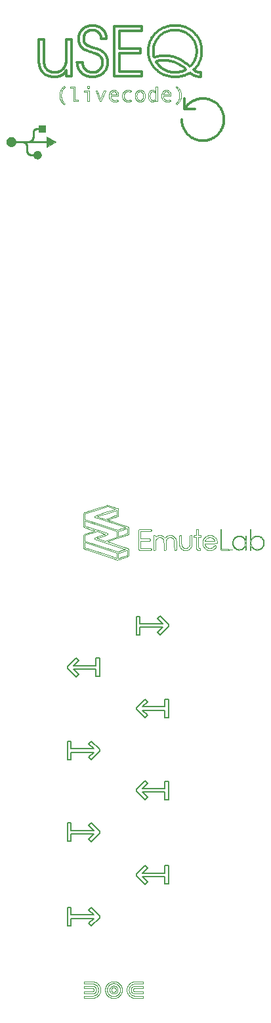
<source format=gbr>
%TF.GenerationSoftware,KiCad,Pcbnew,6.0.2+dfsg-1*%
%TF.CreationDate,2023-09-10T17:25:56+01:00*%
%TF.ProjectId,fr4panel,66723470-616e-4656-9c2e-6b696361645f,rev?*%
%TF.SameCoordinates,Original*%
%TF.FileFunction,Legend,Top*%
%TF.FilePolarity,Positive*%
%FSLAX46Y46*%
G04 Gerber Fmt 4.6, Leading zero omitted, Abs format (unit mm)*
G04 Created by KiCad (PCBNEW 6.0.2+dfsg-1) date 2023-09-10 17:25:56*
%MOMM*%
%LPD*%
G01*
G04 APERTURE LIST*
%ADD10C,0.100000*%
%ADD11C,0.200000*%
%ADD12C,0.112999*%
%ADD13C,0.064999*%
%ADD14C,0.300000*%
%ADD15C,0.339450*%
%ADD16C,0.012402*%
%ADD17C,0.150000*%
%ADD18C,9.500000*%
%ADD19C,7.000000*%
%ADD20C,4.000000*%
%ADD21C,3.000000*%
%ADD22O,7.000000X4.200000*%
G04 APERTURE END LIST*
D10*
X148285933Y-146750025D02*
X148285933Y-147025202D01*
X148285933Y-146750025D02*
X148285933Y-146750025D01*
X147214110Y-146750025D02*
X148285933Y-146750025D01*
X147214110Y-146750025D02*
X147214110Y-146750025D01*
X147188256Y-146750594D02*
X147214110Y-146750025D01*
X147162908Y-146752302D02*
X147188256Y-146750594D01*
X147138066Y-146755148D02*
X147162908Y-146752302D01*
X147113730Y-146759132D02*
X147138066Y-146755148D01*
X147089900Y-146764255D02*
X147113730Y-146759132D01*
X147066575Y-146770516D02*
X147089900Y-146764255D01*
X147043756Y-146777915D02*
X147066575Y-146770516D01*
X147021444Y-146786453D02*
X147043756Y-146777915D01*
X146999637Y-146796129D02*
X147021444Y-146786453D01*
X146978336Y-146806944D02*
X146999637Y-146796129D01*
X146957541Y-146818897D02*
X146978336Y-146806944D01*
X146937252Y-146831988D02*
X146957541Y-146818897D01*
X146917469Y-146846218D02*
X146937252Y-146831988D01*
X146898192Y-146861587D02*
X146917469Y-146846218D01*
X146879421Y-146878094D02*
X146898192Y-146861587D01*
X146861155Y-146895739D02*
X146879421Y-146878094D01*
X146861155Y-146895739D02*
X146861155Y-146895739D01*
X146843706Y-146914194D02*
X146861155Y-146895739D01*
X146827382Y-146933130D02*
X146843706Y-146914194D01*
X146812185Y-146952546D02*
X146827382Y-146933130D01*
X146798113Y-146972443D02*
X146812185Y-146952546D01*
X146785167Y-146992821D02*
X146798113Y-146972443D01*
X146773346Y-147013679D02*
X146785167Y-146992821D01*
X146762652Y-147035018D02*
X146773346Y-147013679D01*
X146753083Y-147056837D02*
X146762652Y-147035018D01*
X146744640Y-147079138D02*
X146753083Y-147056837D01*
X146737322Y-147101919D02*
X146744640Y-147079138D01*
X146731131Y-147125180D02*
X146737322Y-147101919D01*
X146726065Y-147148922D02*
X146731131Y-147125180D01*
X146722125Y-147173145D02*
X146726065Y-147148922D01*
X146719311Y-147197849D02*
X146722125Y-147173145D01*
X146717622Y-147223033D02*
X146719311Y-147197849D01*
X146717059Y-147248698D02*
X146717622Y-147223033D01*
X146717059Y-147248698D02*
X146717059Y-147248698D01*
X146717622Y-147274742D02*
X146717059Y-147248698D01*
X146719311Y-147300255D02*
X146717622Y-147274742D01*
X146722125Y-147325237D02*
X146719311Y-147300255D01*
X146726065Y-147349687D02*
X146722125Y-147325237D01*
X146731131Y-147373607D02*
X146726065Y-147349687D01*
X146737322Y-147396995D02*
X146731131Y-147373607D01*
X146744640Y-147419852D02*
X146737322Y-147396995D01*
X146753083Y-147442177D02*
X146744640Y-147419852D01*
X146762652Y-147463971D02*
X146753083Y-147442177D01*
X146773346Y-147485235D02*
X146762652Y-147463971D01*
X146785167Y-147505966D02*
X146773346Y-147485235D01*
X146798113Y-147526167D02*
X146785167Y-147505966D01*
X146812185Y-147545836D02*
X146798113Y-147526167D01*
X146827382Y-147564974D02*
X146812185Y-147545836D01*
X146843706Y-147583581D02*
X146827382Y-147564974D01*
X146861155Y-147601656D02*
X146843706Y-147583581D01*
X146861155Y-147601656D02*
X146861155Y-147601656D01*
X146879610Y-147619302D02*
X146861155Y-147601656D01*
X146898546Y-147635809D02*
X146879610Y-147619302D01*
X146917962Y-147651177D02*
X146898546Y-147635809D01*
X146937859Y-147665407D02*
X146917962Y-147651177D01*
X146958237Y-147678499D02*
X146937859Y-147665407D01*
X146979095Y-147690452D02*
X146958237Y-147678499D01*
X147000434Y-147701266D02*
X146979095Y-147690452D01*
X147022253Y-147710943D02*
X147000434Y-147701266D01*
X147044553Y-147719480D02*
X147022253Y-147710943D01*
X147067334Y-147726880D02*
X147044553Y-147719480D01*
X147090595Y-147733141D02*
X147067334Y-147726880D01*
X147114337Y-147738263D02*
X147090595Y-147733141D01*
X147138560Y-147742248D02*
X147114337Y-147738263D01*
X147163263Y-147745093D02*
X147138560Y-147742248D01*
X147188446Y-147746801D02*
X147163263Y-147745093D01*
X147214110Y-147747370D02*
X147188446Y-147746801D01*
X147214110Y-147747370D02*
X147214110Y-147747370D01*
X148285933Y-147747370D02*
X147214110Y-147747370D01*
X148285933Y-147747370D02*
X148285933Y-147747370D01*
X148285933Y-147472132D02*
X148285933Y-147747370D01*
X148285933Y-147472132D02*
X148285933Y-147472132D01*
X147215732Y-147472132D02*
X148285933Y-147472132D01*
X147215732Y-147472132D02*
X147215732Y-147472132D01*
X147204107Y-147471879D02*
X147215732Y-147472132D01*
X147192711Y-147471120D02*
X147204107Y-147471879D01*
X147181541Y-147469854D02*
X147192711Y-147471120D01*
X147170600Y-147468082D02*
X147181541Y-147469854D01*
X147159886Y-147465804D02*
X147170600Y-147468082D01*
X147149400Y-147463020D02*
X147159886Y-147465804D01*
X147139141Y-147459730D02*
X147149400Y-147463020D01*
X147129110Y-147455933D02*
X147139141Y-147459730D01*
X147119307Y-147451630D02*
X147129110Y-147455933D01*
X147109732Y-147446821D02*
X147119307Y-147451630D01*
X147100384Y-147441506D02*
X147109732Y-147446821D01*
X147091264Y-147435684D02*
X147100384Y-147441506D01*
X147082372Y-147429356D02*
X147091264Y-147435684D01*
X147073708Y-147422522D02*
X147082372Y-147429356D01*
X147065272Y-147415182D02*
X147073708Y-147422522D01*
X147057063Y-147407336D02*
X147065272Y-147415182D01*
X147057063Y-147407336D02*
X147057063Y-147407336D01*
X147049221Y-147399127D02*
X147057063Y-147407336D01*
X147041886Y-147390690D02*
X147049221Y-147399127D01*
X147035055Y-147382025D02*
X147041886Y-147390690D01*
X147028731Y-147373132D02*
X147035055Y-147382025D01*
X147022913Y-147364012D02*
X147028731Y-147373132D01*
X147017600Y-147354664D02*
X147022913Y-147364012D01*
X147012794Y-147345089D02*
X147017600Y-147354664D01*
X147008493Y-147335286D02*
X147012794Y-147345089D01*
X147004698Y-147325255D02*
X147008493Y-147335286D01*
X147001409Y-147314996D02*
X147004698Y-147325255D01*
X146998626Y-147304510D02*
X147001409Y-147314996D01*
X146996349Y-147293797D02*
X146998626Y-147304510D01*
X146994578Y-147282856D02*
X146996349Y-147293797D01*
X146993313Y-147271687D02*
X146994578Y-147282856D01*
X146992554Y-147260291D02*
X146993313Y-147271687D01*
X146992301Y-147248667D02*
X146992554Y-147260291D01*
X146992301Y-147248667D02*
X146992301Y-147248667D01*
X146992554Y-147237234D02*
X146992301Y-147248667D01*
X146993313Y-147226003D02*
X146992554Y-147237234D01*
X146994578Y-147214975D02*
X146993313Y-147226003D01*
X146996349Y-147204148D02*
X146994578Y-147214975D01*
X146998626Y-147193524D02*
X146996349Y-147204148D01*
X147001409Y-147183102D02*
X146998626Y-147193524D01*
X147004698Y-147172882D02*
X147001409Y-147183102D01*
X147008493Y-147162864D02*
X147004698Y-147172882D01*
X147012794Y-147153049D02*
X147008493Y-147162864D01*
X147017600Y-147143435D02*
X147012794Y-147153049D01*
X147022913Y-147134024D02*
X147017600Y-147143435D01*
X147028731Y-147124815D02*
X147022913Y-147134024D01*
X147035055Y-147115807D02*
X147028731Y-147124815D01*
X147041886Y-147107002D02*
X147035055Y-147115807D01*
X147049221Y-147098399D02*
X147041886Y-147107002D01*
X147057063Y-147089999D02*
X147049221Y-147098399D01*
X147057063Y-147089999D02*
X147057063Y-147089999D01*
X147065271Y-147082152D02*
X147057063Y-147089999D01*
X147073708Y-147074812D02*
X147065271Y-147082152D01*
X147082372Y-147067978D02*
X147073708Y-147074812D01*
X147091264Y-147061650D02*
X147082372Y-147067978D01*
X147100383Y-147055829D02*
X147091264Y-147061650D01*
X147109731Y-147050513D02*
X147100383Y-147055829D01*
X147119306Y-147045704D02*
X147109731Y-147050513D01*
X147129109Y-147041401D02*
X147119306Y-147045704D01*
X147139140Y-147037605D02*
X147129109Y-147041401D01*
X147149398Y-147034314D02*
X147139140Y-147037605D01*
X147159884Y-147031530D02*
X147149398Y-147034314D01*
X147170598Y-147029252D02*
X147159884Y-147031530D01*
X147181540Y-147027480D02*
X147170598Y-147029252D01*
X147192709Y-147026215D02*
X147181540Y-147027480D01*
X147204107Y-147025455D02*
X147192709Y-147026215D01*
X147215732Y-147025202D02*
X147204107Y-147025455D01*
X147215732Y-147025202D02*
X147215732Y-147025202D01*
X148285933Y-147025202D02*
X147215732Y-147025202D01*
X148285933Y-148022555D02*
X148285933Y-148297793D01*
X148285933Y-148022555D02*
X148285933Y-148022555D01*
X147215732Y-148022555D02*
X148285933Y-148022555D01*
X147215732Y-148022555D02*
X147215732Y-148022555D01*
X147175451Y-148021676D02*
X147215732Y-148022555D01*
X147135968Y-148019038D02*
X147175451Y-148021676D01*
X147097281Y-148014643D02*
X147135968Y-148019038D01*
X147059391Y-148008489D02*
X147097281Y-148014643D01*
X147022298Y-148000577D02*
X147059391Y-148008489D01*
X146986002Y-147990906D02*
X147022298Y-148000577D01*
X146950502Y-147979478D02*
X146986002Y-147990906D01*
X146915800Y-147966291D02*
X146950502Y-147979478D01*
X146881894Y-147951346D02*
X146915800Y-147966291D01*
X146848786Y-147934643D02*
X146881894Y-147951346D01*
X146816474Y-147916181D02*
X146848786Y-147934643D01*
X146784959Y-147895962D02*
X146816474Y-147916181D01*
X146754241Y-147873984D02*
X146784959Y-147895962D01*
X146724320Y-147850249D02*
X146754241Y-147873984D01*
X146695196Y-147824755D02*
X146724320Y-147850249D01*
X146666869Y-147797503D02*
X146695196Y-147824755D01*
X146666869Y-147797503D02*
X146666869Y-147797503D01*
X146639617Y-147768986D02*
X146666869Y-147797503D01*
X146614122Y-147739698D02*
X146639617Y-147768986D01*
X146590386Y-147709638D02*
X146614122Y-147739698D01*
X146568408Y-147678806D02*
X146590386Y-147709638D01*
X146548189Y-147647203D02*
X146568408Y-147678806D01*
X146529728Y-147614828D02*
X146548189Y-147647203D01*
X146513025Y-147581682D02*
X146529728Y-147614828D01*
X146498080Y-147547764D02*
X146513025Y-147581682D01*
X146484893Y-147513075D02*
X146498080Y-147547764D01*
X146473465Y-147477614D02*
X146484893Y-147513075D01*
X146463795Y-147441381D02*
X146473465Y-147477614D01*
X146455883Y-147404377D02*
X146463795Y-147441381D01*
X146449729Y-147366601D02*
X146455883Y-147404377D01*
X146445334Y-147328054D02*
X146449729Y-147366601D01*
X146442696Y-147288735D02*
X146445334Y-147328054D01*
X146441817Y-147248644D02*
X146442696Y-147288735D01*
X146441817Y-147248644D02*
X146441817Y-147248644D01*
X146442696Y-147208933D02*
X146441817Y-147248644D01*
X146445334Y-147169943D02*
X146442696Y-147208933D01*
X146449729Y-147131674D02*
X146445334Y-147169943D01*
X146455883Y-147094126D02*
X146449729Y-147131674D01*
X146463795Y-147057299D02*
X146455883Y-147094126D01*
X146473465Y-147021193D02*
X146463795Y-147057299D01*
X146484893Y-146985808D02*
X146473465Y-147021193D01*
X146498080Y-146951144D02*
X146484893Y-146985808D01*
X146513025Y-146917200D02*
X146498080Y-146951144D01*
X146529728Y-146883978D02*
X146513025Y-146917200D01*
X146548189Y-146851477D02*
X146529728Y-146883978D01*
X146568408Y-146819697D02*
X146548189Y-146851477D01*
X146590386Y-146788638D02*
X146568408Y-146819697D01*
X146614122Y-146758299D02*
X146590386Y-146788638D01*
X146639617Y-146728682D02*
X146614122Y-146758299D01*
X146666869Y-146699786D02*
X146639617Y-146728682D01*
X146666869Y-146699786D02*
X146666869Y-146699786D01*
X146695190Y-146672534D02*
X146666869Y-146699786D01*
X146724295Y-146647040D02*
X146695190Y-146672534D01*
X146754184Y-146623304D02*
X146724295Y-146647040D01*
X146784858Y-146601326D02*
X146754184Y-146623304D01*
X146816315Y-146581107D02*
X146784858Y-146601326D01*
X146848557Y-146562646D02*
X146816315Y-146581107D01*
X146881584Y-146545943D02*
X146848557Y-146562646D01*
X146915394Y-146530998D02*
X146881584Y-146545943D01*
X146949989Y-146517811D02*
X146915394Y-146530998D01*
X146985368Y-146506382D02*
X146949989Y-146517811D01*
X147021531Y-146496712D02*
X146985368Y-146506382D01*
X147058479Y-146488800D02*
X147021531Y-146496712D01*
X147096210Y-146482646D02*
X147058479Y-146488800D01*
X147134726Y-146478250D02*
X147096210Y-146482646D01*
X147174026Y-146475613D02*
X147134726Y-146478250D01*
X147214110Y-146474734D02*
X147174026Y-146475613D01*
X147214110Y-146474734D02*
X147214110Y-146474734D01*
X148285933Y-146474734D02*
X147214110Y-146474734D01*
X148285933Y-146474734D02*
X148285933Y-146474734D01*
X148285933Y-146199480D02*
X148285933Y-146474734D01*
X148285933Y-146199480D02*
X148285933Y-146199480D01*
X147212493Y-146199480D02*
X148285933Y-146199480D01*
X147212493Y-146199480D02*
X147212493Y-146199480D01*
X147158185Y-146200676D02*
X147212493Y-146199480D01*
X147104952Y-146204262D02*
X147158185Y-146200676D01*
X147052794Y-146210239D02*
X147104952Y-146204262D01*
X147001711Y-146218606D02*
X147052794Y-146210239D01*
X146951704Y-146229364D02*
X147001711Y-146218606D01*
X146902771Y-146242513D02*
X146951704Y-146229364D01*
X146854914Y-146258053D02*
X146902771Y-146242513D01*
X146808132Y-146275983D02*
X146854914Y-146258053D01*
X146762425Y-146296304D02*
X146808132Y-146275983D01*
X146717793Y-146319016D02*
X146762425Y-146296304D01*
X146674237Y-146344118D02*
X146717793Y-146319016D01*
X146631755Y-146371611D02*
X146674237Y-146344118D01*
X146590348Y-146401494D02*
X146631755Y-146371611D01*
X146550017Y-146433768D02*
X146590348Y-146401494D01*
X146510760Y-146468433D02*
X146550017Y-146433768D01*
X146472579Y-146505488D02*
X146510760Y-146468433D01*
X146472579Y-146505488D02*
X146472579Y-146505488D01*
X146435524Y-146544630D02*
X146472579Y-146505488D01*
X146400859Y-146584746D02*
X146435524Y-146544630D01*
X146368586Y-146625837D02*
X146400859Y-146584746D01*
X146338702Y-146667901D02*
X146368586Y-146625837D01*
X146311210Y-146710939D02*
X146338702Y-146667901D01*
X146286108Y-146754951D02*
X146311210Y-146710939D01*
X146263397Y-146799937D02*
X146286108Y-146754951D01*
X146243076Y-146845897D02*
X146263397Y-146799937D01*
X146225146Y-146892831D02*
X146243076Y-146845897D01*
X146209607Y-146940739D02*
X146225146Y-146892831D01*
X146196459Y-146989620D02*
X146209607Y-146940739D01*
X146185701Y-147039476D02*
X146196459Y-146989620D01*
X146177333Y-147090305D02*
X146185701Y-147039476D01*
X146171357Y-147142109D02*
X146177333Y-147090305D01*
X146167771Y-147194886D02*
X146171357Y-147142109D01*
X146166575Y-147248637D02*
X146167771Y-147194886D01*
X146166575Y-147248637D02*
X146166575Y-147248637D01*
X146167771Y-147302578D02*
X146166575Y-147248637D01*
X146171357Y-147355520D02*
X146167771Y-147302578D01*
X146177333Y-147407463D02*
X146171357Y-147355520D01*
X146185701Y-147458407D02*
X146177333Y-147407463D01*
X146196459Y-147508351D02*
X146185701Y-147458407D01*
X146209607Y-147557296D02*
X146196459Y-147508351D01*
X146225146Y-147605242D02*
X146209607Y-147557296D01*
X146243076Y-147652189D02*
X146225146Y-147605242D01*
X146263397Y-147698136D02*
X146243076Y-147652189D01*
X146286108Y-147743084D02*
X146263397Y-147698136D01*
X146311210Y-147787033D02*
X146286108Y-147743084D01*
X146338702Y-147829982D02*
X146311210Y-147787033D01*
X146368586Y-147871932D02*
X146338702Y-147829982D01*
X146400859Y-147912882D02*
X146368586Y-147871932D01*
X146435524Y-147952834D02*
X146400859Y-147912882D01*
X146472579Y-147991785D02*
X146435524Y-147952834D01*
X146472579Y-147991785D02*
X146472579Y-147991785D01*
X146511153Y-148028841D02*
X146472579Y-147991785D01*
X146550776Y-148063505D02*
X146511153Y-148028841D01*
X146591449Y-148095779D02*
X146550776Y-148063505D01*
X146633172Y-148125663D02*
X146591449Y-148095779D01*
X146675944Y-148153155D02*
X146633172Y-148125663D01*
X146719767Y-148178258D02*
X146675944Y-148153155D01*
X146764639Y-148200969D02*
X146719767Y-148178258D01*
X146810561Y-148221290D02*
X146764639Y-148200969D01*
X146857533Y-148239220D02*
X146810561Y-148221290D01*
X146905555Y-148254760D02*
X146857533Y-148239220D01*
X146954626Y-148267909D02*
X146905555Y-148254760D01*
X147004747Y-148278667D02*
X146954626Y-148267909D01*
X147055919Y-148287035D02*
X147004747Y-148278667D01*
X147108140Y-148293011D02*
X147055919Y-148287035D01*
X147161411Y-148296597D02*
X147108140Y-148293011D01*
X147215732Y-148297793D02*
X147161411Y-148296597D01*
X147215732Y-148297793D02*
X147215732Y-148297793D01*
X148285933Y-148297793D02*
X147215732Y-148297793D01*
X144469794Y-146939394D02*
X144469794Y-146939394D01*
X144469794Y-146939394D02*
X144469794Y-146939394D01*
X144485630Y-146939749D02*
X144469794Y-146939394D01*
X144501162Y-146940812D02*
X144485630Y-146939749D01*
X144516391Y-146942583D02*
X144501162Y-146940812D01*
X144531316Y-146945063D02*
X144516391Y-146942583D01*
X144545938Y-146948252D02*
X144531316Y-146945063D01*
X144560256Y-146952149D02*
X144545938Y-146948252D01*
X144574271Y-146956755D02*
X144560256Y-146952149D01*
X144587983Y-146962070D02*
X144574271Y-146956755D01*
X144601390Y-146968093D02*
X144587983Y-146962070D01*
X144614495Y-146974825D02*
X144601390Y-146968093D01*
X144627296Y-146982265D02*
X144614495Y-146974825D01*
X144639793Y-146990413D02*
X144627296Y-146982265D01*
X144651987Y-146999270D02*
X144639793Y-146990413D01*
X144663877Y-147008836D02*
X144651987Y-146999270D01*
X144675464Y-147019110D02*
X144663877Y-147008836D01*
X144686747Y-147030093D02*
X144675464Y-147019110D01*
X144686747Y-147030093D02*
X144686747Y-147030093D01*
X144697727Y-147041571D02*
X144686747Y-147030093D01*
X144707998Y-147053340D02*
X144697727Y-147041571D01*
X144717560Y-147065399D02*
X144707998Y-147053340D01*
X144726415Y-147077750D02*
X144717560Y-147065399D01*
X144734561Y-147090392D02*
X144726415Y-147077750D01*
X144741999Y-147103325D02*
X144734561Y-147090392D01*
X144748728Y-147116549D02*
X144741999Y-147103325D01*
X144754750Y-147130063D02*
X144748728Y-147116549D01*
X144760063Y-147143869D02*
X144754750Y-147130063D01*
X144764667Y-147157966D02*
X144760063Y-147143869D01*
X144768564Y-147172354D02*
X144764667Y-147157966D01*
X144771752Y-147187033D02*
X144768564Y-147172354D01*
X144774231Y-147202003D02*
X144771752Y-147187033D01*
X144776002Y-147217264D02*
X144774231Y-147202003D01*
X144777065Y-147232816D02*
X144776002Y-147217264D01*
X144777419Y-147248660D02*
X144777065Y-147232816D01*
X144777419Y-147248660D02*
X144777419Y-147248660D01*
X144777071Y-147264490D02*
X144777419Y-147248660D01*
X144776028Y-147280017D02*
X144777071Y-147264490D01*
X144774288Y-147295242D02*
X144776028Y-147280017D01*
X144771853Y-147310164D02*
X144774288Y-147295242D01*
X144768722Y-147324784D02*
X144771853Y-147310164D01*
X144764896Y-147339100D02*
X144768722Y-147324784D01*
X144760373Y-147353114D02*
X144764896Y-147339100D01*
X144755156Y-147366825D02*
X144760373Y-147353114D01*
X144749242Y-147380234D02*
X144755156Y-147366825D01*
X144742633Y-147393340D02*
X144749242Y-147380234D01*
X144735328Y-147406143D02*
X144742633Y-147393340D01*
X144727327Y-147418643D02*
X144735328Y-147406143D01*
X144718631Y-147430840D02*
X144727327Y-147418643D01*
X144709239Y-147442735D02*
X144718631Y-147430840D01*
X144699152Y-147454327D02*
X144709239Y-147442735D01*
X144688369Y-147465617D02*
X144699152Y-147454327D01*
X144688369Y-147465617D02*
X144688369Y-147465617D01*
X144677079Y-147476200D02*
X144688369Y-147465617D01*
X144665473Y-147486101D02*
X144677079Y-147476200D01*
X144653551Y-147495319D02*
X144665473Y-147486101D01*
X144641313Y-147503854D02*
X144653551Y-147495319D01*
X144628759Y-147511707D02*
X144641313Y-147503854D01*
X144615889Y-147518876D02*
X144628759Y-147511707D01*
X144602702Y-147525363D02*
X144615889Y-147518876D01*
X144589199Y-147531167D02*
X144602702Y-147525363D01*
X144575381Y-147536289D02*
X144589199Y-147531167D01*
X144561245Y-147540727D02*
X144575381Y-147536289D01*
X144546794Y-147544483D02*
X144561245Y-147540727D01*
X144532027Y-147547556D02*
X144546794Y-147544483D01*
X144516943Y-147549946D02*
X144532027Y-147547556D01*
X144501543Y-147551653D02*
X144516943Y-147549946D01*
X144485827Y-147552678D02*
X144501543Y-147551653D01*
X144469794Y-147553019D02*
X144485827Y-147552678D01*
X144469794Y-147553019D02*
X144469794Y-147553019D01*
X144453762Y-147552678D02*
X144469794Y-147553019D01*
X144438045Y-147551653D02*
X144453762Y-147552678D01*
X144422645Y-147549946D02*
X144438045Y-147551653D01*
X144407561Y-147547556D02*
X144422645Y-147549946D01*
X144392794Y-147544483D02*
X144407561Y-147547556D01*
X144378342Y-147540727D02*
X144392794Y-147544483D01*
X144364207Y-147536289D02*
X144378342Y-147540727D01*
X144350388Y-147531167D02*
X144364207Y-147536289D01*
X144336885Y-147525363D02*
X144350388Y-147531167D01*
X144323698Y-147518876D02*
X144336885Y-147525363D01*
X144310828Y-147511707D02*
X144323698Y-147518876D01*
X144298273Y-147503854D02*
X144310828Y-147511707D01*
X144286036Y-147495319D02*
X144298273Y-147503854D01*
X144274114Y-147486101D02*
X144286036Y-147495319D01*
X144262509Y-147476200D02*
X144274114Y-147486101D01*
X144251220Y-147465617D02*
X144262509Y-147476200D01*
X144251220Y-147465617D02*
X144251220Y-147465617D01*
X144240436Y-147454334D02*
X144251220Y-147465617D01*
X144230348Y-147442748D02*
X144240436Y-147454334D01*
X144220956Y-147430858D02*
X144230348Y-147442748D01*
X144212260Y-147418664D02*
X144220956Y-147430858D01*
X144204259Y-147406167D02*
X144212260Y-147418664D01*
X144196954Y-147393366D02*
X144204259Y-147406167D01*
X144190345Y-147380262D02*
X144196954Y-147393366D01*
X144184431Y-147366854D02*
X144190345Y-147380262D01*
X144179214Y-147353142D02*
X144184431Y-147366854D01*
X144174692Y-147339127D02*
X144179214Y-147353142D01*
X144170865Y-147324808D02*
X144174692Y-147339127D01*
X144167735Y-147310186D02*
X144170865Y-147324808D01*
X144165300Y-147295260D02*
X144167735Y-147310186D01*
X144163561Y-147280030D02*
X144165300Y-147295260D01*
X144162517Y-147264497D02*
X144163561Y-147280030D01*
X144162169Y-147248660D02*
X144162517Y-147264497D01*
X144162169Y-147248660D02*
X144162169Y-147248660D01*
X144162517Y-147232634D02*
X144162169Y-147248660D01*
X144163561Y-147216924D02*
X144162517Y-147232634D01*
X144165300Y-147201529D02*
X144163561Y-147216924D01*
X144167735Y-147186449D02*
X144165300Y-147201529D01*
X144170865Y-147171685D02*
X144167735Y-147186449D01*
X144174692Y-147157237D02*
X144170865Y-147171685D01*
X144179214Y-147143103D02*
X144174692Y-147157237D01*
X144184431Y-147129285D02*
X144179214Y-147143103D01*
X144190345Y-147115783D02*
X144184431Y-147129285D01*
X144196954Y-147102595D02*
X144190345Y-147115783D01*
X144204259Y-147089723D02*
X144196954Y-147102595D01*
X144212260Y-147077167D02*
X144204259Y-147089723D01*
X144220956Y-147064925D02*
X144212260Y-147077167D01*
X144230348Y-147052999D02*
X144220956Y-147064925D01*
X144240436Y-147041388D02*
X144230348Y-147052999D01*
X144251220Y-147030093D02*
X144240436Y-147041388D01*
X144251220Y-147030093D02*
X144251220Y-147030093D01*
X144262509Y-147019110D02*
X144251220Y-147030093D01*
X144274114Y-147008836D02*
X144262509Y-147019110D01*
X144286036Y-146999270D02*
X144274114Y-147008836D01*
X144298273Y-146990413D02*
X144286036Y-146999270D01*
X144310828Y-146982265D02*
X144298273Y-146990413D01*
X144323698Y-146974825D02*
X144310828Y-146982265D01*
X144336885Y-146968093D02*
X144323698Y-146974825D01*
X144350388Y-146962070D02*
X144336885Y-146968093D01*
X144364207Y-146956755D02*
X144350388Y-146962070D01*
X144378342Y-146952149D02*
X144364207Y-146956755D01*
X144392794Y-146948252D02*
X144378342Y-146952149D01*
X144407561Y-146945063D02*
X144392794Y-146948252D01*
X144422645Y-146942583D02*
X144407561Y-146945063D01*
X144438045Y-146940812D02*
X144422645Y-146942583D01*
X144453762Y-146939749D02*
X144438045Y-146940812D01*
X144469794Y-146939394D02*
X144453762Y-146939749D01*
X144469794Y-146730547D02*
X144469794Y-146730532D01*
X144469794Y-146730547D02*
X144469794Y-146730547D01*
X144443136Y-146731136D02*
X144469794Y-146730547D01*
X144416997Y-146732900D02*
X144443136Y-146731136D01*
X144391376Y-146735841D02*
X144416997Y-146732900D01*
X144366274Y-146739959D02*
X144391376Y-146735841D01*
X144341690Y-146745252D02*
X144366274Y-146739959D01*
X144317625Y-146751722D02*
X144341690Y-146745252D01*
X144294079Y-146759369D02*
X144317625Y-146751722D01*
X144271051Y-146768192D02*
X144294079Y-146759369D01*
X144248542Y-146778191D02*
X144271051Y-146768192D01*
X144226552Y-146789366D02*
X144248542Y-146778191D01*
X144205080Y-146801718D02*
X144226552Y-146789366D01*
X144184127Y-146815246D02*
X144205080Y-146801718D01*
X144163693Y-146829950D02*
X144184127Y-146815246D01*
X144143777Y-146845831D02*
X144163693Y-146829950D01*
X144124380Y-146862888D02*
X144143777Y-146845831D01*
X144105502Y-146881121D02*
X144124380Y-146862888D01*
X144105502Y-146881121D02*
X144105502Y-146881121D01*
X144087465Y-146900203D02*
X144105502Y-146881121D01*
X144070592Y-146919804D02*
X144087465Y-146900203D01*
X144054882Y-146939923D02*
X144070592Y-146919804D01*
X144040336Y-146960560D02*
X144054882Y-146939923D01*
X144026953Y-146981716D02*
X144040336Y-146960560D01*
X144014735Y-147003391D02*
X144026953Y-146981716D01*
X144003680Y-147025584D02*
X144014735Y-147003391D01*
X143993788Y-147048295D02*
X144003680Y-147025584D01*
X143985060Y-147071525D02*
X143993788Y-147048295D01*
X143977496Y-147095274D02*
X143985060Y-147071525D01*
X143971096Y-147119541D02*
X143977496Y-147095274D01*
X143965859Y-147144326D02*
X143971096Y-147119541D01*
X143961786Y-147169630D02*
X143965859Y-147144326D01*
X143958877Y-147195452D02*
X143961786Y-147169630D01*
X143957131Y-147221793D02*
X143958877Y-147195452D01*
X143956550Y-147248652D02*
X143957131Y-147221793D01*
X143956550Y-147248652D02*
X143956550Y-147248652D01*
X143957119Y-147275689D02*
X143956550Y-147248652D01*
X143958826Y-147302156D02*
X143957119Y-147275689D01*
X143961672Y-147328055D02*
X143958826Y-147302156D01*
X143965656Y-147353384D02*
X143961672Y-147328055D01*
X143970779Y-147378144D02*
X143965656Y-147353384D01*
X143977040Y-147402335D02*
X143970779Y-147378144D01*
X143984439Y-147425957D02*
X143977040Y-147402335D01*
X143992977Y-147449009D02*
X143984439Y-147425957D01*
X144002653Y-147471493D02*
X143992977Y-147449009D01*
X144013468Y-147493407D02*
X144002653Y-147471493D01*
X144025421Y-147514752D02*
X144013468Y-147493407D01*
X144038513Y-147535528D02*
X144025421Y-147514752D01*
X144052743Y-147555735D02*
X144038513Y-147535528D01*
X144068111Y-147575372D02*
X144052743Y-147555735D01*
X144084618Y-147594441D02*
X144068111Y-147575372D01*
X144102263Y-147612940D02*
X144084618Y-147594441D01*
X144102263Y-147612940D02*
X144102263Y-147612940D01*
X144120763Y-147630586D02*
X144102263Y-147612940D01*
X144139831Y-147647093D02*
X144120763Y-147630586D01*
X144159469Y-147662462D02*
X144139831Y-147647093D01*
X144179676Y-147676692D02*
X144159469Y-147662462D01*
X144200451Y-147689784D02*
X144179676Y-147676692D01*
X144221797Y-147701738D02*
X144200451Y-147689784D01*
X144243711Y-147712553D02*
X144221797Y-147701738D01*
X144266194Y-147722230D02*
X144243711Y-147712553D01*
X144289247Y-147730769D02*
X144266194Y-147722230D01*
X144312869Y-147738169D02*
X144289247Y-147730769D01*
X144337060Y-147744431D02*
X144312869Y-147738169D01*
X144361820Y-147749554D02*
X144337060Y-147744431D01*
X144387149Y-147753538D02*
X144361820Y-147749554D01*
X144413047Y-147756385D02*
X144387149Y-147753538D01*
X144439515Y-147758092D02*
X144413047Y-147756385D01*
X144466552Y-147758662D02*
X144439515Y-147758092D01*
X144466552Y-147758662D02*
X144466552Y-147758662D01*
X144493406Y-147758086D02*
X144466552Y-147758662D01*
X144519728Y-147756360D02*
X144493406Y-147758086D01*
X144545520Y-147753482D02*
X144519728Y-147756360D01*
X144570780Y-147749453D02*
X144545520Y-147753482D01*
X144595509Y-147744274D02*
X144570780Y-147749453D01*
X144619707Y-147737943D02*
X144595509Y-147744274D01*
X144643373Y-147730461D02*
X144619707Y-147737943D01*
X144666509Y-147721828D02*
X144643373Y-147730461D01*
X144689113Y-147712044D02*
X144666509Y-147721828D01*
X144711185Y-147701109D02*
X144689113Y-147712044D01*
X144732727Y-147689022D02*
X144711185Y-147701109D01*
X144753737Y-147675785D02*
X144732727Y-147689022D01*
X144774216Y-147661396D02*
X144753737Y-147675785D01*
X144794164Y-147645856D02*
X144774216Y-147661396D01*
X144813580Y-147629165D02*
X144794164Y-147645856D01*
X144832465Y-147611323D02*
X144813580Y-147629165D01*
X144832465Y-147611323D02*
X144832465Y-147611323D01*
X144850698Y-147592452D02*
X144832465Y-147611323D01*
X144867755Y-147573074D02*
X144850698Y-147592452D01*
X144883636Y-147553191D02*
X144867755Y-147573074D01*
X144898340Y-147532801D02*
X144883636Y-147553191D01*
X144911868Y-147511905D02*
X144898340Y-147532801D01*
X144924220Y-147490503D02*
X144911868Y-147511905D01*
X144935395Y-147468595D02*
X144924220Y-147490503D01*
X144945394Y-147446181D02*
X144935395Y-147468595D01*
X144954217Y-147423261D02*
X144945394Y-147446181D01*
X144961864Y-147399834D02*
X144954217Y-147423261D01*
X144968334Y-147375902D02*
X144961864Y-147399834D01*
X144973628Y-147351464D02*
X144968334Y-147375902D01*
X144977745Y-147326520D02*
X144973628Y-147351464D01*
X144980686Y-147301070D02*
X144977745Y-147326520D01*
X144982451Y-147275114D02*
X144980686Y-147301070D01*
X144983039Y-147248652D02*
X144982451Y-147275114D01*
X144983039Y-147248652D02*
X144983039Y-147248652D01*
X144982893Y-147235353D02*
X144983039Y-147248652D01*
X144982457Y-147222168D02*
X144982893Y-147235353D01*
X144981730Y-147209097D02*
X144982457Y-147222168D01*
X144980711Y-147196139D02*
X144981730Y-147209097D01*
X144979402Y-147183295D02*
X144980711Y-147196139D01*
X144977802Y-147170565D02*
X144979402Y-147183295D01*
X144975911Y-147157948D02*
X144977802Y-147170565D01*
X144973729Y-147145444D02*
X144975911Y-147157948D01*
X144971256Y-147133055D02*
X144973729Y-147145444D01*
X144968492Y-147120779D02*
X144971256Y-147133055D01*
X144965438Y-147108616D02*
X144968492Y-147120779D01*
X144962092Y-147096567D02*
X144965438Y-147108616D01*
X144958455Y-147084632D02*
X144962092Y-147096567D01*
X144954528Y-147072811D02*
X144958455Y-147084632D01*
X144950309Y-147061103D02*
X144954528Y-147072811D01*
X144945800Y-147049509D02*
X144950309Y-147061103D01*
X144945800Y-147049509D02*
X144945800Y-147049509D01*
X144940999Y-147038054D02*
X144945800Y-147049509D01*
X144935908Y-147026749D02*
X144940999Y-147038054D01*
X144930526Y-147015595D02*
X144935908Y-147026749D01*
X144924853Y-147004593D02*
X144930526Y-147015595D01*
X144918889Y-146993742D02*
X144924853Y-147004593D01*
X144912634Y-146983041D02*
X144918889Y-146993742D01*
X144906088Y-146972492D02*
X144912634Y-146983041D01*
X144899251Y-146962095D02*
X144906088Y-146972492D01*
X144892123Y-146951848D02*
X144899251Y-146962095D01*
X144884704Y-146941753D02*
X144892123Y-146951848D01*
X144876995Y-146931808D02*
X144884704Y-146941753D01*
X144868994Y-146922015D02*
X144876995Y-146931808D01*
X144860703Y-146912374D02*
X144868994Y-146922015D01*
X144852120Y-146902883D02*
X144860703Y-146912374D01*
X144843247Y-146893544D02*
X144852120Y-146902883D01*
X144834083Y-146884356D02*
X144843247Y-146893544D01*
X144834083Y-146884356D02*
X144834083Y-146884356D01*
X144825279Y-146875192D02*
X144834083Y-146884356D01*
X144816274Y-146866305D02*
X144825279Y-146875192D01*
X144807066Y-146857696D02*
X144816274Y-146866305D01*
X144797655Y-146849364D02*
X144807066Y-146857696D01*
X144788042Y-146841310D02*
X144797655Y-146849364D01*
X144778227Y-146833533D02*
X144788042Y-146841310D01*
X144768209Y-146826034D02*
X144778227Y-146833533D01*
X144757988Y-146818812D02*
X144768209Y-146826034D01*
X144747565Y-146811867D02*
X144757988Y-146818812D01*
X144736940Y-146805201D02*
X144747565Y-146811867D01*
X144726112Y-146798811D02*
X144736940Y-146805201D01*
X144715082Y-146792699D02*
X144726112Y-146798811D01*
X144703849Y-146786865D02*
X144715082Y-146792699D01*
X144692414Y-146781309D02*
X144703849Y-146786865D01*
X144680777Y-146776030D02*
X144692414Y-146781309D01*
X144668937Y-146771029D02*
X144680777Y-146776030D01*
X144668937Y-146771029D02*
X144668937Y-146771029D01*
X144656965Y-146766125D02*
X144668937Y-146771029D01*
X144644929Y-146761537D02*
X144656965Y-146766125D01*
X144632830Y-146757265D02*
X144644929Y-146761537D01*
X144620668Y-146753310D02*
X144632830Y-146757265D01*
X144608443Y-146749672D02*
X144620668Y-146753310D01*
X144596155Y-146746350D02*
X144608443Y-146749672D01*
X144583803Y-146743344D02*
X144596155Y-146746350D01*
X144571388Y-146740655D02*
X144583803Y-146743344D01*
X144558910Y-146738283D02*
X144571388Y-146740655D01*
X144546369Y-146736226D02*
X144558910Y-146738283D01*
X144533764Y-146734486D02*
X144546369Y-146736226D01*
X144521097Y-146733063D02*
X144533764Y-146734486D01*
X144508366Y-146731956D02*
X144521097Y-146733063D01*
X144495572Y-146731165D02*
X144508366Y-146731956D01*
X144482715Y-146730690D02*
X144495572Y-146731165D01*
X144469794Y-146730532D02*
X144482715Y-146730690D01*
X144793605Y-146463381D02*
X144793605Y-146463381D01*
X144793605Y-146463381D02*
X144793605Y-146463381D01*
X144812122Y-146471510D02*
X144793605Y-146463381D01*
X144830438Y-146480107D02*
X144812122Y-146471510D01*
X144848551Y-146489171D02*
X144830438Y-146480107D01*
X144866461Y-146498704D02*
X144848551Y-146489171D01*
X144884170Y-146508704D02*
X144866461Y-146498704D01*
X144901676Y-146519172D02*
X144884170Y-146508704D01*
X144918980Y-146530107D02*
X144901676Y-146519172D01*
X144936081Y-146541511D02*
X144918980Y-146530107D01*
X144952980Y-146553382D02*
X144936081Y-146541511D01*
X144969677Y-146565722D02*
X144952980Y-146553382D01*
X144986171Y-146578529D02*
X144969677Y-146565722D01*
X145002463Y-146591804D02*
X144986171Y-146578529D01*
X145018553Y-146605547D02*
X145002463Y-146591804D01*
X145034440Y-146619758D02*
X145018553Y-146605547D01*
X145050125Y-146634437D02*
X145034440Y-146619758D01*
X145065608Y-146649584D02*
X145050125Y-146634437D01*
X145065608Y-146649584D02*
X145065608Y-146649584D01*
X145080946Y-146665262D02*
X145065608Y-146649584D01*
X145095790Y-146681129D02*
X145080946Y-146665262D01*
X145110141Y-146697186D02*
X145095790Y-146681129D01*
X145123999Y-146713434D02*
X145110141Y-146697186D01*
X145137363Y-146729871D02*
X145123999Y-146713434D01*
X145150233Y-146746497D02*
X145137363Y-146729871D01*
X145162610Y-146763314D02*
X145150233Y-146746497D01*
X145174494Y-146780321D02*
X145162610Y-146763314D01*
X145185884Y-146797517D02*
X145174494Y-146780321D01*
X145196781Y-146814903D02*
X145185884Y-146797517D01*
X145207184Y-146832479D02*
X145196781Y-146814903D01*
X145217094Y-146850245D02*
X145207184Y-146832479D01*
X145226510Y-146868200D02*
X145217094Y-146850245D01*
X145235433Y-146886345D02*
X145226510Y-146868200D01*
X145243863Y-146904680D02*
X145235433Y-146886345D01*
X145251800Y-146923205D02*
X145243863Y-146904680D01*
X145251800Y-146923205D02*
X145251800Y-146923205D01*
X145259250Y-146941931D02*
X145251800Y-146923205D01*
X145266219Y-146960872D02*
X145259250Y-146941931D01*
X145272708Y-146980028D02*
X145266219Y-146960872D01*
X145278716Y-146999399D02*
X145272708Y-146980028D01*
X145284244Y-147018986D02*
X145278716Y-146999399D01*
X145289290Y-147038788D02*
X145284244Y-147018986D01*
X145293857Y-147058805D02*
X145289290Y-147038788D01*
X145297942Y-147079037D02*
X145293857Y-147058805D01*
X145301547Y-147099484D02*
X145297942Y-147079037D01*
X145304671Y-147120147D02*
X145301547Y-147099484D01*
X145307315Y-147141024D02*
X145304671Y-147120147D01*
X145309478Y-147162117D02*
X145307315Y-147141024D01*
X145311160Y-147183424D02*
X145309478Y-147162117D01*
X145312362Y-147204947D02*
X145311160Y-147183424D01*
X145313083Y-147226684D02*
X145312362Y-147204947D01*
X145313323Y-147248637D02*
X145313083Y-147226684D01*
X145313323Y-147248637D02*
X145313323Y-147248637D01*
X145313083Y-147270001D02*
X145313323Y-147248637D01*
X145312362Y-147291189D02*
X145313083Y-147270001D01*
X145311160Y-147312199D02*
X145312362Y-147291189D01*
X145309478Y-147333033D02*
X145311160Y-147312199D01*
X145307315Y-147353689D02*
X145309478Y-147333033D01*
X145304671Y-147374168D02*
X145307315Y-147353689D01*
X145301547Y-147394469D02*
X145304671Y-147374168D01*
X145297942Y-147414594D02*
X145301547Y-147394469D01*
X145293857Y-147434542D02*
X145297942Y-147414594D01*
X145289290Y-147454312D02*
X145293857Y-147434542D01*
X145284244Y-147473905D02*
X145289290Y-147454312D01*
X145278716Y-147493322D02*
X145284244Y-147473905D01*
X145272708Y-147512561D02*
X145278716Y-147493322D01*
X145266219Y-147531623D02*
X145272708Y-147512561D01*
X145259250Y-147550508D02*
X145266219Y-147531623D01*
X145251800Y-147569216D02*
X145259250Y-147550508D01*
X145251800Y-147569216D02*
X145251800Y-147569216D01*
X145243862Y-147587739D02*
X145251800Y-147569216D01*
X145235432Y-147606073D02*
X145243862Y-147587739D01*
X145226508Y-147624217D02*
X145235432Y-147606073D01*
X145217091Y-147642172D02*
X145226508Y-147624217D01*
X145207181Y-147659937D02*
X145217091Y-147642172D01*
X145196777Y-147677513D02*
X145207181Y-147659937D01*
X145185880Y-147694898D02*
X145196777Y-147677513D01*
X145174489Y-147712095D02*
X145185880Y-147694898D01*
X145162606Y-147729101D02*
X145174489Y-147712095D01*
X145150229Y-147745918D02*
X145162606Y-147729101D01*
X145137359Y-147762546D02*
X145150229Y-147745918D01*
X145123995Y-147778983D02*
X145137359Y-147762546D01*
X145110138Y-147795231D02*
X145123995Y-147778983D01*
X145095788Y-147811289D02*
X145110138Y-147795231D01*
X145080945Y-147827158D02*
X145095788Y-147811289D01*
X145065608Y-147842837D02*
X145080945Y-147827158D01*
X145065608Y-147842837D02*
X145065608Y-147842837D01*
X145050125Y-147857988D02*
X145065608Y-147842837D01*
X145034440Y-147872670D02*
X145050125Y-147857988D01*
X145018553Y-147886884D02*
X145034440Y-147872670D01*
X145002463Y-147900629D02*
X145018553Y-147886884D01*
X144986171Y-147913906D02*
X145002463Y-147900629D01*
X144969677Y-147926714D02*
X144986171Y-147913906D01*
X144952980Y-147939054D02*
X144969677Y-147926714D01*
X144936081Y-147950925D02*
X144952980Y-147939054D01*
X144918980Y-147962328D02*
X144936081Y-147950925D01*
X144901676Y-147973262D02*
X144918980Y-147962328D01*
X144884170Y-147983727D02*
X144901676Y-147973262D01*
X144866461Y-147993724D02*
X144884170Y-147983727D01*
X144848551Y-148003252D02*
X144866461Y-147993724D01*
X144830438Y-148012312D02*
X144848551Y-148003252D01*
X144812122Y-148020902D02*
X144830438Y-148012312D01*
X144793605Y-148029025D02*
X144812122Y-148020902D01*
X144793605Y-148029025D02*
X144793605Y-148029025D01*
X144774694Y-148036666D02*
X144793605Y-148029025D01*
X144755607Y-148043814D02*
X144774694Y-148036666D01*
X144736343Y-148050470D02*
X144755607Y-148043814D01*
X144716901Y-148056632D02*
X144736343Y-148050470D01*
X144697283Y-148062301D02*
X144716901Y-148056632D01*
X144677488Y-148067478D02*
X144697283Y-148062301D01*
X144657515Y-148072161D02*
X144677488Y-148067478D01*
X144637366Y-148076352D02*
X144657515Y-148072161D01*
X144617039Y-148080049D02*
X144637366Y-148076352D01*
X144596536Y-148083253D02*
X144617039Y-148080049D01*
X144575855Y-148085965D02*
X144596536Y-148083253D01*
X144554997Y-148088183D02*
X144575855Y-148085965D01*
X144533962Y-148089909D02*
X144554997Y-148088183D01*
X144512750Y-148091141D02*
X144533962Y-148089909D01*
X144491361Y-148091881D02*
X144512750Y-148091141D01*
X144469794Y-148092127D02*
X144491361Y-148091881D01*
X144469794Y-148092127D02*
X144469794Y-148092127D01*
X144448228Y-148091881D02*
X144469794Y-148092127D01*
X144426838Y-148091141D02*
X144448228Y-148091881D01*
X144405626Y-148089909D02*
X144426838Y-148091141D01*
X144384590Y-148088183D02*
X144405626Y-148089909D01*
X144363732Y-148085965D02*
X144384590Y-148088183D01*
X144343051Y-148083253D02*
X144363732Y-148085965D01*
X144322546Y-148080049D02*
X144343051Y-148083253D01*
X144302219Y-148076352D02*
X144322546Y-148080049D01*
X144282069Y-148072161D02*
X144302219Y-148076352D01*
X144262097Y-148067478D02*
X144282069Y-148072161D01*
X144242301Y-148062301D02*
X144262097Y-148067478D01*
X144222682Y-148056632D02*
X144242301Y-148062301D01*
X144203241Y-148050470D02*
X144222682Y-148056632D01*
X144183977Y-148043814D02*
X144203241Y-148050470D01*
X144164890Y-148036666D02*
X144183977Y-148043814D01*
X144145980Y-148029025D02*
X144164890Y-148036666D01*
X144145980Y-148029025D02*
X144145980Y-148029025D01*
X144127461Y-148020898D02*
X144145980Y-148029025D01*
X144109146Y-148012304D02*
X144127461Y-148020898D01*
X144091032Y-148003242D02*
X144109146Y-148012304D01*
X144073121Y-147993711D02*
X144091032Y-148003242D01*
X144055412Y-147983712D02*
X144073121Y-147993711D01*
X144037906Y-147973246D02*
X144055412Y-147983712D01*
X144020602Y-147962311D02*
X144037906Y-147973246D01*
X144003501Y-147950908D02*
X144020602Y-147962311D01*
X143986602Y-147939037D02*
X144003501Y-147950908D01*
X143969905Y-147926698D02*
X143986602Y-147939037D01*
X143953411Y-147913891D02*
X143969905Y-147926698D01*
X143937119Y-147900616D02*
X143953411Y-147913891D01*
X143921030Y-147886873D02*
X143937119Y-147900616D01*
X143905143Y-147872663D02*
X143921030Y-147886873D01*
X143889459Y-147857984D02*
X143905143Y-147872663D01*
X143873977Y-147842837D02*
X143889459Y-147857984D01*
X143873977Y-147842837D02*
X143873977Y-147842837D01*
X143858639Y-147827158D02*
X143873977Y-147842837D01*
X143843795Y-147811289D02*
X143858639Y-147827158D01*
X143829445Y-147795231D02*
X143843795Y-147811289D01*
X143815587Y-147778983D02*
X143829445Y-147795231D01*
X143802224Y-147762546D02*
X143815587Y-147778983D01*
X143789353Y-147745918D02*
X143802224Y-147762546D01*
X143776976Y-147729101D02*
X143789353Y-147745918D01*
X143765092Y-147712095D02*
X143776976Y-147729101D01*
X143753701Y-147694898D02*
X143765092Y-147712095D01*
X143742804Y-147677513D02*
X143753701Y-147694898D01*
X143732400Y-147659937D02*
X143742804Y-147677513D01*
X143722490Y-147642172D02*
X143732400Y-147659937D01*
X143713073Y-147624217D02*
X143722490Y-147642172D01*
X143704149Y-147606073D02*
X143713073Y-147624217D01*
X143695718Y-147587739D02*
X143704149Y-147606073D01*
X143687781Y-147569216D02*
X143695718Y-147587739D01*
X143687781Y-147569216D02*
X143687781Y-147569216D01*
X143680332Y-147550508D02*
X143687781Y-147569216D01*
X143673363Y-147531623D02*
X143680332Y-147550508D01*
X143666875Y-147512561D02*
X143673363Y-147531623D01*
X143660868Y-147493322D02*
X143666875Y-147512561D01*
X143655341Y-147473905D02*
X143660868Y-147493322D01*
X143650295Y-147454312D02*
X143655341Y-147473905D01*
X143645729Y-147434542D02*
X143650295Y-147454312D01*
X143641644Y-147414594D02*
X143645729Y-147434542D01*
X143638040Y-147394469D02*
X143641644Y-147414594D01*
X143634916Y-147374168D02*
X143638040Y-147394469D01*
X143632273Y-147353689D02*
X143634916Y-147374168D01*
X143630110Y-147333033D02*
X143632273Y-147353689D01*
X143628428Y-147312199D02*
X143630110Y-147333033D01*
X143627227Y-147291189D02*
X143628428Y-147312199D01*
X143626506Y-147270001D02*
X143627227Y-147291189D01*
X143626265Y-147248637D02*
X143626506Y-147270001D01*
X143626265Y-147248637D02*
X143626265Y-147248637D01*
X143626506Y-147226684D02*
X143626265Y-147248637D01*
X143627227Y-147204947D02*
X143626506Y-147226684D01*
X143628428Y-147183424D02*
X143627227Y-147204947D01*
X143630110Y-147162117D02*
X143628428Y-147183424D01*
X143632273Y-147141024D02*
X143630110Y-147162117D01*
X143634916Y-147120147D02*
X143632273Y-147141024D01*
X143638040Y-147099484D02*
X143634916Y-147120147D01*
X143641644Y-147079037D02*
X143638040Y-147099484D01*
X143645729Y-147058805D02*
X143641644Y-147079037D01*
X143650295Y-147038788D02*
X143645729Y-147058805D01*
X143655341Y-147018986D02*
X143650295Y-147038788D01*
X143660868Y-146999399D02*
X143655341Y-147018986D01*
X143666875Y-146980028D02*
X143660868Y-146999399D01*
X143673363Y-146960872D02*
X143666875Y-146980028D01*
X143680332Y-146941931D02*
X143673363Y-146960872D01*
X143687781Y-146923205D02*
X143680332Y-146941931D01*
X143687781Y-146923205D02*
X143687781Y-146923205D01*
X143695719Y-146904679D02*
X143687781Y-146923205D01*
X143704150Y-146886343D02*
X143695719Y-146904679D01*
X143713074Y-146868197D02*
X143704150Y-146886343D01*
X143722491Y-146850241D02*
X143713074Y-146868197D01*
X143732402Y-146832475D02*
X143722491Y-146850241D01*
X143742806Y-146814900D02*
X143732402Y-146832475D01*
X143753703Y-146797514D02*
X143742806Y-146814900D01*
X143765093Y-146780318D02*
X143753703Y-146797514D01*
X143776977Y-146763312D02*
X143765093Y-146780318D01*
X143789354Y-146746495D02*
X143776977Y-146763312D01*
X143802224Y-146729869D02*
X143789354Y-146746495D01*
X143815588Y-146713432D02*
X143802224Y-146729869D01*
X143829445Y-146697186D02*
X143815588Y-146713432D01*
X143843796Y-146681129D02*
X143829445Y-146697186D01*
X143858639Y-146665262D02*
X143843796Y-146681129D01*
X143873977Y-146649584D02*
X143858639Y-146665262D01*
X143873977Y-146649584D02*
X143873977Y-146649584D01*
X143889459Y-146634431D02*
X143873977Y-146649584D01*
X143905143Y-146619746D02*
X143889459Y-146634431D01*
X143921030Y-146605530D02*
X143905143Y-146619746D01*
X143937119Y-146591783D02*
X143921030Y-146605530D01*
X143953411Y-146578505D02*
X143937119Y-146591783D01*
X143969905Y-146565695D02*
X143953411Y-146578505D01*
X143986602Y-146553354D02*
X143969905Y-146565695D01*
X144003501Y-146541482D02*
X143986602Y-146553354D01*
X144020602Y-146530079D02*
X144003501Y-146541482D01*
X144037906Y-146519145D02*
X144020602Y-146530079D01*
X144055412Y-146508679D02*
X144037906Y-146519145D01*
X144073121Y-146498682D02*
X144055412Y-146508679D01*
X144091032Y-146489154D02*
X144073121Y-146498682D01*
X144109146Y-146480094D02*
X144091032Y-146489154D01*
X144127461Y-146471503D02*
X144109146Y-146480094D01*
X144145980Y-146463381D02*
X144127461Y-146471503D01*
X144145980Y-146463381D02*
X144145980Y-146463381D01*
X144164890Y-146455740D02*
X144145980Y-146463381D01*
X144183977Y-146448591D02*
X144164890Y-146455740D01*
X144203241Y-146441936D02*
X144183977Y-146448591D01*
X144222682Y-146435774D02*
X144203241Y-146441936D01*
X144242301Y-146430104D02*
X144222682Y-146435774D01*
X144262097Y-146424928D02*
X144242301Y-146430104D01*
X144282069Y-146420245D02*
X144262097Y-146424928D01*
X144302219Y-146416054D02*
X144282069Y-146420245D01*
X144322546Y-146412357D02*
X144302219Y-146416054D01*
X144343051Y-146409152D02*
X144322546Y-146412357D01*
X144363732Y-146406441D02*
X144343051Y-146409152D01*
X144384590Y-146404222D02*
X144363732Y-146406441D01*
X144405626Y-146402497D02*
X144384590Y-146404222D01*
X144426838Y-146401264D02*
X144405626Y-146402497D01*
X144448228Y-146400525D02*
X144426838Y-146401264D01*
X144469794Y-146400278D02*
X144448228Y-146400525D01*
X144469794Y-146400278D02*
X144469794Y-146400278D01*
X144491360Y-146400525D02*
X144469794Y-146400278D01*
X144512749Y-146401264D02*
X144491360Y-146400525D01*
X144533961Y-146402497D02*
X144512749Y-146401264D01*
X144554995Y-146404222D02*
X144533961Y-146402497D01*
X144575853Y-146406441D02*
X144554995Y-146404222D01*
X144596534Y-146409152D02*
X144575853Y-146406441D01*
X144617038Y-146412357D02*
X144596534Y-146409152D01*
X144637364Y-146416054D02*
X144617038Y-146412357D01*
X144657514Y-146420245D02*
X144637364Y-146416054D01*
X144677487Y-146424928D02*
X144657514Y-146420245D01*
X144697282Y-146430104D02*
X144677487Y-146424928D01*
X144716901Y-146435774D02*
X144697282Y-146430104D01*
X144736342Y-146441936D02*
X144716901Y-146435774D01*
X144755607Y-146448591D02*
X144736342Y-146441936D01*
X144774694Y-146455740D02*
X144755607Y-146448591D01*
X144793605Y-146463381D02*
X144774694Y-146455740D01*
X144053695Y-146238329D02*
X144053695Y-146238329D01*
X144053695Y-146238329D02*
X144053695Y-146238329D01*
X144029743Y-146248752D02*
X144053695Y-146238329D01*
X144006058Y-146259782D02*
X144029743Y-146248752D01*
X143982638Y-146271419D02*
X144006058Y-146259782D01*
X143959484Y-146283664D02*
X143982638Y-146271419D01*
X143936595Y-146296515D02*
X143959484Y-146283664D01*
X143913973Y-146309973D02*
X143936595Y-146296515D01*
X143891615Y-146324039D02*
X143913973Y-146309973D01*
X143869524Y-146338711D02*
X143891615Y-146324039D01*
X143847698Y-146353991D02*
X143869524Y-146338711D01*
X143826138Y-146369877D02*
X143847698Y-146353991D01*
X143804843Y-146386371D02*
X143826138Y-146369877D01*
X143783814Y-146403472D02*
X143804843Y-146386371D01*
X143763051Y-146421180D02*
X143783814Y-146403472D01*
X143742553Y-146439495D02*
X143763051Y-146421180D01*
X143722320Y-146458417D02*
X143742553Y-146439495D01*
X143702353Y-146477946D02*
X143722320Y-146458417D01*
X143702353Y-146477946D02*
X143702353Y-146477946D01*
X143682634Y-146498108D02*
X143702353Y-146477946D01*
X143663547Y-146518523D02*
X143682634Y-146498108D01*
X143645092Y-146539192D02*
X143663547Y-146518523D01*
X143627270Y-146560113D02*
X143645092Y-146539192D01*
X143610080Y-146581287D02*
X143627270Y-146560113D01*
X143593522Y-146602715D02*
X143610080Y-146581287D01*
X143577597Y-146624395D02*
X143593522Y-146602715D01*
X143562304Y-146646328D02*
X143577597Y-146624395D01*
X143547644Y-146668515D02*
X143562304Y-146646328D01*
X143533617Y-146690954D02*
X143547644Y-146668515D01*
X143520221Y-146713647D02*
X143533617Y-146690954D01*
X143507459Y-146736592D02*
X143520221Y-146713647D01*
X143495329Y-146759791D02*
X143507459Y-146736592D01*
X143483831Y-146783242D02*
X143495329Y-146759791D01*
X143472966Y-146806947D02*
X143483831Y-146783242D01*
X143462733Y-146830904D02*
X143472966Y-146806947D01*
X143462733Y-146830904D02*
X143462733Y-146830904D01*
X143453127Y-146854924D02*
X143462733Y-146830904D01*
X143444140Y-146879223D02*
X143453127Y-146854924D01*
X143435773Y-146903799D02*
X143444140Y-146879223D01*
X143428026Y-146928654D02*
X143435773Y-146903799D01*
X143420899Y-146953787D02*
X143428026Y-146928654D01*
X143414391Y-146979199D02*
X143420899Y-146953787D01*
X143408503Y-147004888D02*
X143414391Y-146979199D01*
X143403235Y-147030857D02*
X143408503Y-147004888D01*
X143398587Y-147057103D02*
X143403235Y-147030857D01*
X143394559Y-147083628D02*
X143398587Y-147057103D01*
X143391150Y-147110431D02*
X143394559Y-147083628D01*
X143388361Y-147137512D02*
X143391150Y-147110431D01*
X143386192Y-147164872D02*
X143388361Y-147137512D01*
X143384642Y-147192510D02*
X143386192Y-147164872D01*
X143383713Y-147220426D02*
X143384642Y-147192510D01*
X143383403Y-147248621D02*
X143383713Y-147220426D01*
X143383403Y-147248621D02*
X143383403Y-147248621D01*
X143383713Y-147276234D02*
X143383403Y-147248621D01*
X143384642Y-147303618D02*
X143383713Y-147276234D01*
X143386192Y-147330776D02*
X143384642Y-147303618D01*
X143388361Y-147357705D02*
X143386192Y-147330776D01*
X143391150Y-147384407D02*
X143388361Y-147357705D01*
X143394559Y-147410881D02*
X143391150Y-147384407D01*
X143398587Y-147437128D02*
X143394559Y-147410881D01*
X143403235Y-147463147D02*
X143398587Y-147437128D01*
X143408503Y-147488938D02*
X143403235Y-147463147D01*
X143414391Y-147514502D02*
X143408503Y-147488938D01*
X143420899Y-147539838D02*
X143414391Y-147514502D01*
X143428026Y-147564946D02*
X143420899Y-147539838D01*
X143435773Y-147589827D02*
X143428026Y-147564946D01*
X143444140Y-147614480D02*
X143435773Y-147589827D01*
X143453127Y-147638906D02*
X143444140Y-147614480D01*
X143462733Y-147663103D02*
X143453127Y-147638906D01*
X143462733Y-147663103D02*
X143462733Y-147663103D01*
X143472966Y-147686864D02*
X143462733Y-147663103D01*
X143483832Y-147710385D02*
X143472966Y-147686864D01*
X143495330Y-147733665D02*
X143483832Y-147710385D01*
X143507460Y-147756705D02*
X143495330Y-147733665D01*
X143520223Y-147779504D02*
X143507460Y-147756705D01*
X143533618Y-147802064D02*
X143520223Y-147779504D01*
X143547646Y-147824383D02*
X143533618Y-147802064D01*
X143562306Y-147846462D02*
X143547646Y-147824383D01*
X143577598Y-147868300D02*
X143562306Y-147846462D01*
X143593523Y-147889899D02*
X143577598Y-147868300D01*
X143610080Y-147911257D02*
X143593523Y-147889899D01*
X143627270Y-147932375D02*
X143610080Y-147911257D01*
X143645092Y-147953253D02*
X143627270Y-147932375D01*
X143663547Y-147973890D02*
X143645092Y-147953253D01*
X143682634Y-147994287D02*
X143663547Y-147973890D01*
X143702353Y-148014445D02*
X143682634Y-147994287D01*
X143702353Y-148014445D02*
X143702353Y-148014445D01*
X143722320Y-148033968D02*
X143702353Y-148014445D01*
X143742553Y-148052886D02*
X143722320Y-148033968D01*
X143763051Y-148071197D02*
X143742553Y-148052886D01*
X143783814Y-148088901D02*
X143763051Y-148071197D01*
X143804843Y-148106000D02*
X143783814Y-148088901D01*
X143826138Y-148122492D02*
X143804843Y-148106000D01*
X143847698Y-148138377D02*
X143826138Y-148122492D01*
X143869524Y-148153656D02*
X143847698Y-148138377D01*
X143891615Y-148168329D02*
X143869524Y-148153656D01*
X143913973Y-148182396D02*
X143891615Y-148168329D01*
X143936595Y-148195856D02*
X143913973Y-148182396D01*
X143959484Y-148208710D02*
X143936595Y-148195856D01*
X143982638Y-148220957D02*
X143959484Y-148208710D01*
X144006058Y-148232598D02*
X143982638Y-148220957D01*
X144029743Y-148243633D02*
X144006058Y-148232598D01*
X144053695Y-148254061D02*
X144029743Y-148243633D01*
X144053695Y-148254061D02*
X144053695Y-148254061D01*
X144077898Y-148263870D02*
X144053695Y-148254061D01*
X144102342Y-148273046D02*
X144077898Y-148263870D01*
X144127026Y-148281589D02*
X144102342Y-148273046D01*
X144151951Y-148289499D02*
X144127026Y-148281589D01*
X144177116Y-148296777D02*
X144151951Y-148289499D01*
X144202521Y-148303421D02*
X144177116Y-148296777D01*
X144228167Y-148309433D02*
X144202521Y-148303421D01*
X144254053Y-148314812D02*
X144228167Y-148309433D01*
X144280179Y-148319558D02*
X144254053Y-148314812D01*
X144306546Y-148323672D02*
X144280179Y-148319558D01*
X144333153Y-148327152D02*
X144306546Y-148323672D01*
X144360000Y-148330000D02*
X144333153Y-148327152D01*
X144387088Y-148332215D02*
X144360000Y-148330000D01*
X144414416Y-148333797D02*
X144387088Y-148332215D01*
X144441985Y-148334746D02*
X144414416Y-148333797D01*
X144469794Y-148335062D02*
X144441985Y-148334746D01*
X144469794Y-148335062D02*
X144469794Y-148335062D01*
X144497603Y-148334746D02*
X144469794Y-148335062D01*
X144525171Y-148333797D02*
X144497603Y-148334746D01*
X144552499Y-148332215D02*
X144525171Y-148333797D01*
X144579586Y-148330000D02*
X144552499Y-148332215D01*
X144606433Y-148327152D02*
X144579586Y-148330000D01*
X144633040Y-148323672D02*
X144606433Y-148327152D01*
X144659407Y-148319558D02*
X144633040Y-148323672D01*
X144685533Y-148314812D02*
X144659407Y-148319558D01*
X144711419Y-148309433D02*
X144685533Y-148314812D01*
X144737065Y-148303421D02*
X144711419Y-148309433D01*
X144762470Y-148296777D02*
X144737065Y-148303421D01*
X144787635Y-148289499D02*
X144762470Y-148296777D01*
X144812560Y-148281589D02*
X144787635Y-148289499D01*
X144837245Y-148273046D02*
X144812560Y-148281589D01*
X144861690Y-148263870D02*
X144837245Y-148273046D01*
X144885894Y-148254061D02*
X144861690Y-148263870D01*
X144885894Y-148254061D02*
X144885894Y-148254061D01*
X144909844Y-148243639D02*
X144885894Y-148254061D01*
X144933529Y-148232611D02*
X144909844Y-148243639D01*
X144956949Y-148220974D02*
X144933529Y-148232611D01*
X144980102Y-148208731D02*
X144956949Y-148220974D01*
X145002990Y-148195880D02*
X144980102Y-148208731D01*
X145025613Y-148182423D02*
X145002990Y-148195880D01*
X145047970Y-148168357D02*
X145025613Y-148182423D01*
X145070061Y-148153685D02*
X145047970Y-148168357D01*
X145091886Y-148138405D02*
X145070061Y-148153685D01*
X145113446Y-148122518D02*
X145091886Y-148138405D01*
X145134740Y-148106024D02*
X145113446Y-148122518D01*
X145155769Y-148088923D02*
X145134740Y-148106024D01*
X145176532Y-148071214D02*
X145155769Y-148088923D01*
X145197029Y-148052898D02*
X145176532Y-148071214D01*
X145217261Y-148033975D02*
X145197029Y-148052898D01*
X145237227Y-148014445D02*
X145217261Y-148033975D01*
X145237227Y-148014445D02*
X145237227Y-148014445D01*
X145256948Y-147994287D02*
X145237227Y-148014445D01*
X145276036Y-147973890D02*
X145256948Y-147994287D01*
X145294492Y-147953253D02*
X145276036Y-147973890D01*
X145312315Y-147932375D02*
X145294492Y-147953253D01*
X145329505Y-147911257D02*
X145312315Y-147932375D01*
X145346063Y-147889899D02*
X145329505Y-147911257D01*
X145361988Y-147868300D02*
X145346063Y-147889899D01*
X145377281Y-147846462D02*
X145361988Y-147868300D01*
X145391941Y-147824383D02*
X145377281Y-147846462D01*
X145405969Y-147802064D02*
X145391941Y-147824383D01*
X145419364Y-147779504D02*
X145405969Y-147802064D01*
X145432126Y-147756705D02*
X145419364Y-147779504D01*
X145444256Y-147733665D02*
X145432126Y-147756705D01*
X145455754Y-147710385D02*
X145444256Y-147733665D01*
X145466619Y-147686864D02*
X145455754Y-147710385D01*
X145476851Y-147663103D02*
X145466619Y-147686864D01*
X145476851Y-147663103D02*
X145476851Y-147663103D01*
X145486458Y-147638906D02*
X145476851Y-147663103D01*
X145495444Y-147614480D02*
X145486458Y-147638906D01*
X145503811Y-147589827D02*
X145495444Y-147614480D01*
X145511558Y-147564946D02*
X145503811Y-147589827D01*
X145518686Y-147539838D02*
X145511558Y-147564946D01*
X145525193Y-147514502D02*
X145518686Y-147539838D01*
X145531081Y-147488938D02*
X145525193Y-147514502D01*
X145536349Y-147463147D02*
X145531081Y-147488938D01*
X145540998Y-147437128D02*
X145536349Y-147463147D01*
X145545026Y-147410881D02*
X145540998Y-147437128D01*
X145548435Y-147384407D02*
X145545026Y-147410881D01*
X145551224Y-147357705D02*
X145548435Y-147384407D01*
X145553393Y-147330776D02*
X145551224Y-147357705D01*
X145554942Y-147303618D02*
X145553393Y-147330776D01*
X145555872Y-147276234D02*
X145554942Y-147303618D01*
X145556182Y-147248621D02*
X145555872Y-147276234D01*
X145556182Y-147248621D02*
X145556182Y-147248621D01*
X145555872Y-147220426D02*
X145556182Y-147248621D01*
X145554942Y-147192510D02*
X145555872Y-147220426D01*
X145553393Y-147164872D02*
X145554942Y-147192510D01*
X145551224Y-147137512D02*
X145553393Y-147164872D01*
X145548435Y-147110431D02*
X145551224Y-147137512D01*
X145545026Y-147083628D02*
X145548435Y-147110431D01*
X145540998Y-147057103D02*
X145545026Y-147083628D01*
X145536349Y-147030857D02*
X145540998Y-147057103D01*
X145531081Y-147004888D02*
X145536349Y-147030857D01*
X145525193Y-146979199D02*
X145531081Y-147004888D01*
X145518686Y-146953787D02*
X145525193Y-146979199D01*
X145511558Y-146928654D02*
X145518686Y-146953787D01*
X145503811Y-146903799D02*
X145511558Y-146928654D01*
X145495444Y-146879223D02*
X145503811Y-146903799D01*
X145486458Y-146854924D02*
X145495444Y-146879223D01*
X145476851Y-146830904D02*
X145486458Y-146854924D01*
X145476851Y-146830904D02*
X145476851Y-146830904D01*
X145466619Y-146806948D02*
X145476851Y-146830904D01*
X145455754Y-146783245D02*
X145466619Y-146806948D01*
X145444256Y-146759794D02*
X145455754Y-146783245D01*
X145432126Y-146736596D02*
X145444256Y-146759794D01*
X145419363Y-146713652D02*
X145432126Y-146736596D01*
X145405968Y-146690960D02*
X145419363Y-146713652D01*
X145391940Y-146668520D02*
X145405968Y-146690960D01*
X145377280Y-146646334D02*
X145391940Y-146668520D01*
X145361987Y-146624401D02*
X145377280Y-146646334D01*
X145346062Y-146602720D02*
X145361987Y-146624401D01*
X145329504Y-146581292D02*
X145346062Y-146602720D01*
X145312313Y-146560117D02*
X145329504Y-146581292D01*
X145294491Y-146539195D02*
X145312313Y-146560117D01*
X145276035Y-146518526D02*
X145294491Y-146539195D01*
X145256948Y-146498109D02*
X145276035Y-146518526D01*
X145237227Y-146477946D02*
X145256948Y-146498109D01*
X145237227Y-146477946D02*
X145237227Y-146477946D01*
X145217261Y-146458422D02*
X145237227Y-146477946D01*
X145197029Y-146439505D02*
X145217261Y-146458422D01*
X145176532Y-146421194D02*
X145197029Y-146439505D01*
X145155769Y-146403489D02*
X145176532Y-146421194D01*
X145134740Y-146386391D02*
X145155769Y-146403489D01*
X145113446Y-146369899D02*
X145134740Y-146386391D01*
X145091886Y-146354013D02*
X145113446Y-146369899D01*
X145070061Y-146338734D02*
X145091886Y-146354013D01*
X145047970Y-146324061D02*
X145070061Y-146338734D01*
X145025613Y-146309995D02*
X145047970Y-146324061D01*
X145002990Y-146296535D02*
X145025613Y-146309995D01*
X144980102Y-146283681D02*
X145002990Y-146296535D01*
X144956949Y-146271433D02*
X144980102Y-146283681D01*
X144933529Y-146259792D02*
X144956949Y-146271433D01*
X144909844Y-146248758D02*
X144933529Y-146259792D01*
X144885894Y-146238329D02*
X144909844Y-146248758D01*
X144885894Y-146238329D02*
X144885894Y-146238329D01*
X144861690Y-146228521D02*
X144885894Y-146238329D01*
X144837245Y-146219345D02*
X144861690Y-146228521D01*
X144812560Y-146210802D02*
X144837245Y-146219345D01*
X144787635Y-146202891D02*
X144812560Y-146210802D01*
X144762470Y-146195614D02*
X144787635Y-146202891D01*
X144737065Y-146188969D02*
X144762470Y-146195614D01*
X144711419Y-146182957D02*
X144737065Y-146188969D01*
X144685533Y-146177578D02*
X144711419Y-146182957D01*
X144659407Y-146172832D02*
X144685533Y-146177578D01*
X144633040Y-146168719D02*
X144659407Y-146172832D01*
X144606433Y-146165238D02*
X144633040Y-146168719D01*
X144579586Y-146162391D02*
X144606433Y-146165238D01*
X144552499Y-146160176D02*
X144579586Y-146162391D01*
X144525171Y-146158594D02*
X144552499Y-146160176D01*
X144497603Y-146157644D02*
X144525171Y-146158594D01*
X144469794Y-146157328D02*
X144497603Y-146157644D01*
X144469794Y-146157328D02*
X144469794Y-146157328D01*
X144441985Y-146157644D02*
X144469794Y-146157328D01*
X144414416Y-146158594D02*
X144441985Y-146157644D01*
X144387088Y-146160176D02*
X144414416Y-146158594D01*
X144360000Y-146162391D02*
X144387088Y-146160176D01*
X144333153Y-146165238D02*
X144360000Y-146162391D01*
X144306546Y-146168719D02*
X144333153Y-146165238D01*
X144280179Y-146172832D02*
X144306546Y-146168719D01*
X144254053Y-146177578D02*
X144280179Y-146172832D01*
X144228167Y-146182957D02*
X144254053Y-146177578D01*
X144202521Y-146188969D02*
X144228167Y-146182957D01*
X144177116Y-146195614D02*
X144202521Y-146188969D01*
X144151951Y-146202891D02*
X144177116Y-146195614D01*
X144127026Y-146210802D02*
X144151951Y-146202891D01*
X144102342Y-146219345D02*
X144127026Y-146210802D01*
X144077898Y-146228521D02*
X144102342Y-146219345D01*
X144053695Y-146238329D02*
X144077898Y-146228521D01*
X141723853Y-147025141D02*
X140653651Y-147025202D01*
X141723853Y-147025141D02*
X141723853Y-147025141D01*
X141735478Y-147025394D02*
X141723853Y-147025141D01*
X141746875Y-147026154D02*
X141735478Y-147025394D01*
X141758045Y-147027419D02*
X141746875Y-147026154D01*
X141768986Y-147029191D02*
X141758045Y-147027419D01*
X141779700Y-147031469D02*
X141768986Y-147029191D01*
X141790187Y-147034253D02*
X141779700Y-147031469D01*
X141800445Y-147037544D02*
X141790187Y-147034253D01*
X141810476Y-147041340D02*
X141800445Y-147037544D01*
X141820279Y-147045643D02*
X141810476Y-147041340D01*
X141829854Y-147050452D02*
X141820279Y-147045643D01*
X141839201Y-147055768D02*
X141829854Y-147050452D01*
X141848321Y-147061589D02*
X141839201Y-147055768D01*
X141857213Y-147067917D02*
X141848321Y-147061589D01*
X141865877Y-147074751D02*
X141857213Y-147067917D01*
X141874313Y-147082091D02*
X141865877Y-147074751D01*
X141882522Y-147089938D02*
X141874313Y-147082091D01*
X141882522Y-147089938D02*
X141882522Y-147089938D01*
X141890364Y-147098335D02*
X141882522Y-147089938D01*
X141897700Y-147106934D02*
X141890364Y-147098335D01*
X141904531Y-147115737D02*
X141897700Y-147106934D01*
X141910855Y-147124742D02*
X141904531Y-147115737D01*
X141916673Y-147133949D02*
X141910855Y-147124742D01*
X141921986Y-147143360D02*
X141916673Y-147133949D01*
X141926793Y-147152973D02*
X141921986Y-147143360D01*
X141931093Y-147162789D02*
X141926793Y-147152973D01*
X141934888Y-147172807D02*
X141931093Y-147162789D01*
X141938177Y-147183028D02*
X141934888Y-147172807D01*
X141940959Y-147193451D02*
X141938177Y-147183028D01*
X141943236Y-147204077D02*
X141940959Y-147193451D01*
X141945007Y-147214906D02*
X141943236Y-147204077D01*
X141946272Y-147225937D02*
X141945007Y-147214906D01*
X141947031Y-147237170D02*
X141946272Y-147225937D01*
X141947284Y-147248606D02*
X141947031Y-147237170D01*
X141947284Y-147248606D02*
X141947284Y-147248606D01*
X141947031Y-147260227D02*
X141947284Y-147248606D01*
X141946272Y-147271621D02*
X141947031Y-147260227D01*
X141945007Y-147282787D02*
X141946272Y-147271621D01*
X141943236Y-147293726D02*
X141945007Y-147282787D01*
X141940959Y-147304438D02*
X141943236Y-147293726D01*
X141938177Y-147314923D02*
X141940959Y-147304438D01*
X141934888Y-147325180D02*
X141938177Y-147314923D01*
X141931093Y-147335210D02*
X141934888Y-147325180D01*
X141926793Y-147345013D02*
X141931093Y-147335210D01*
X141921986Y-147354589D02*
X141926793Y-147345013D01*
X141916673Y-147363938D02*
X141921986Y-147354589D01*
X141910855Y-147373060D02*
X141916673Y-147363938D01*
X141904531Y-147381954D02*
X141910855Y-147373060D01*
X141897700Y-147390621D02*
X141904531Y-147381954D01*
X141890364Y-147399062D02*
X141897700Y-147390621D01*
X141882522Y-147407275D02*
X141890364Y-147399062D01*
X141882522Y-147407275D02*
X141882522Y-147407275D01*
X141874313Y-147415121D02*
X141882522Y-147407275D01*
X141865877Y-147422461D02*
X141874313Y-147415121D01*
X141857213Y-147429295D02*
X141865877Y-147422461D01*
X141848321Y-147435623D02*
X141857213Y-147429295D01*
X141839201Y-147441445D02*
X141848321Y-147435623D01*
X141829854Y-147446760D02*
X141839201Y-147441445D01*
X141820279Y-147451569D02*
X141829854Y-147446760D01*
X141810476Y-147455872D02*
X141820279Y-147451569D01*
X141800445Y-147459669D02*
X141810476Y-147455872D01*
X141790187Y-147462959D02*
X141800445Y-147459669D01*
X141779700Y-147465743D02*
X141790187Y-147462959D01*
X141768986Y-147468021D02*
X141779700Y-147465743D01*
X141758045Y-147469793D02*
X141768986Y-147468021D01*
X141746875Y-147471059D02*
X141758045Y-147469793D01*
X141735478Y-147471818D02*
X141746875Y-147471059D01*
X141723853Y-147472071D02*
X141735478Y-147471818D01*
X141723853Y-147472071D02*
X141723853Y-147472071D01*
X140653651Y-147472071D02*
X141723853Y-147472071D01*
X140653651Y-147472071D02*
X140653651Y-147472071D01*
X140653651Y-147747309D02*
X140653651Y-147472071D01*
X140653651Y-147747309D02*
X140653651Y-147747309D01*
X141725474Y-147747309D02*
X140653651Y-147747309D01*
X141725474Y-147747309D02*
X141725474Y-147747309D01*
X141751138Y-147746740D02*
X141725474Y-147747309D01*
X141776322Y-147745032D02*
X141751138Y-147746740D01*
X141801025Y-147742187D02*
X141776322Y-147745032D01*
X141825247Y-147738202D02*
X141801025Y-147742187D01*
X141848989Y-147733080D02*
X141825247Y-147738202D01*
X141872250Y-147726819D02*
X141848989Y-147733080D01*
X141895031Y-147719419D02*
X141872250Y-147726819D01*
X141917331Y-147710882D02*
X141895031Y-147719419D01*
X141939151Y-147701205D02*
X141917331Y-147710882D01*
X141960489Y-147690391D02*
X141939151Y-147701205D01*
X141981348Y-147678438D02*
X141960489Y-147690391D01*
X142001725Y-147665346D02*
X141981348Y-147678438D01*
X142021622Y-147651116D02*
X142001725Y-147665346D01*
X142041038Y-147635748D02*
X142021622Y-147651116D01*
X142059974Y-147619241D02*
X142041038Y-147635748D01*
X142078429Y-147601595D02*
X142059974Y-147619241D01*
X142078429Y-147601595D02*
X142078429Y-147601595D01*
X142095879Y-147583520D02*
X142078429Y-147601595D01*
X142112202Y-147564913D02*
X142095879Y-147583520D01*
X142127400Y-147545775D02*
X142112202Y-147564913D01*
X142141472Y-147526106D02*
X142127400Y-147545775D01*
X142154418Y-147505905D02*
X142141472Y-147526106D01*
X142166238Y-147485173D02*
X142154418Y-147505905D01*
X142176933Y-147463910D02*
X142166238Y-147485173D01*
X142186502Y-147442116D02*
X142176933Y-147463910D01*
X142194945Y-147419791D02*
X142186502Y-147442116D01*
X142202262Y-147396934D02*
X142194945Y-147419791D01*
X142208454Y-147373546D02*
X142202262Y-147396934D01*
X142213520Y-147349626D02*
X142208454Y-147373546D01*
X142217460Y-147325176D02*
X142213520Y-147349626D01*
X142220274Y-147300194D02*
X142217460Y-147325176D01*
X142221963Y-147274681D02*
X142220274Y-147300194D01*
X142222526Y-147248637D02*
X142221963Y-147274681D01*
X142222526Y-147248637D02*
X142222526Y-147248637D01*
X142221963Y-147222972D02*
X142222526Y-147248637D01*
X142220274Y-147197788D02*
X142221963Y-147222972D01*
X142217460Y-147173084D02*
X142220274Y-147197788D01*
X142213520Y-147148861D02*
X142217460Y-147173084D01*
X142208454Y-147125119D02*
X142213520Y-147148861D01*
X142202262Y-147101858D02*
X142208454Y-147125119D01*
X142194945Y-147079077D02*
X142202262Y-147101858D01*
X142186502Y-147056776D02*
X142194945Y-147079077D01*
X142176933Y-147034957D02*
X142186502Y-147056776D01*
X142166238Y-147013618D02*
X142176933Y-147034957D01*
X142154418Y-146992760D02*
X142166238Y-147013618D01*
X142141472Y-146972382D02*
X142154418Y-146992760D01*
X142127400Y-146952485D02*
X142141472Y-146972382D01*
X142112202Y-146933069D02*
X142127400Y-146952485D01*
X142095879Y-146914133D02*
X142112202Y-146933069D01*
X142078429Y-146895678D02*
X142095879Y-146914133D01*
X142078429Y-146895678D02*
X142078429Y-146895678D01*
X142060165Y-146878033D02*
X142078429Y-146895678D01*
X142041394Y-146861526D02*
X142060165Y-146878033D01*
X142022117Y-146846157D02*
X142041394Y-146861526D01*
X142002335Y-146831927D02*
X142022117Y-146846157D01*
X141982046Y-146818836D02*
X142002335Y-146831927D01*
X141961251Y-146806882D02*
X141982046Y-146818836D01*
X141939950Y-146796068D02*
X141961251Y-146806882D01*
X141918144Y-146786392D02*
X141939950Y-146796068D01*
X141895831Y-146777854D02*
X141918144Y-146786392D01*
X141873012Y-146770454D02*
X141895831Y-146777854D01*
X141849688Y-146764193D02*
X141873012Y-146770454D01*
X141825857Y-146759071D02*
X141849688Y-146764193D01*
X141801520Y-146755087D02*
X141825857Y-146759071D01*
X141776677Y-146752241D02*
X141801520Y-146755087D01*
X141751329Y-146750533D02*
X141776677Y-146752241D01*
X141725474Y-146749964D02*
X141751329Y-146750533D01*
X141725474Y-146749964D02*
X141725474Y-146749964D01*
X140653651Y-146749964D02*
X141725474Y-146749964D01*
X140653651Y-146749964D02*
X140653651Y-146749964D01*
X140653651Y-147025202D02*
X140653651Y-146749964D01*
X141723853Y-148297778D02*
X140653651Y-148297793D01*
X141723853Y-148297778D02*
X141723853Y-148297778D01*
X141778175Y-148296582D02*
X141723853Y-148297778D01*
X141831446Y-148292996D02*
X141778175Y-148296582D01*
X141883668Y-148287019D02*
X141831446Y-148292996D01*
X141934839Y-148278652D02*
X141883668Y-148287019D01*
X141984961Y-148267894D02*
X141934839Y-148278652D01*
X142034033Y-148254745D02*
X141984961Y-148267894D01*
X142082055Y-148239205D02*
X142034033Y-148254745D01*
X142129027Y-148221275D02*
X142082055Y-148239205D01*
X142174949Y-148200954D02*
X142129027Y-148221275D01*
X142219821Y-148178242D02*
X142174949Y-148200954D01*
X142263644Y-148153140D02*
X142219821Y-148178242D01*
X142306417Y-148125647D02*
X142263644Y-148153140D01*
X142348139Y-148095764D02*
X142306417Y-148125647D01*
X142388813Y-148063490D02*
X142348139Y-148095764D01*
X142428436Y-148028825D02*
X142388813Y-148063490D01*
X142467009Y-147991770D02*
X142428436Y-148028825D01*
X142467009Y-147991770D02*
X142467009Y-147991770D01*
X142504065Y-147952818D02*
X142467009Y-147991770D01*
X142538729Y-147912867D02*
X142504065Y-147952818D01*
X142571003Y-147871917D02*
X142538729Y-147912867D01*
X142600885Y-147829967D02*
X142571003Y-147871917D01*
X142628378Y-147787017D02*
X142600885Y-147829967D01*
X142653479Y-147743069D02*
X142628378Y-147787017D01*
X142676190Y-147698121D02*
X142653479Y-147743069D01*
X142696510Y-147652173D02*
X142676190Y-147698121D01*
X142714440Y-147605227D02*
X142696510Y-147652173D01*
X142729979Y-147557281D02*
X142714440Y-147605227D01*
X142743127Y-147508336D02*
X142729979Y-147557281D01*
X142753885Y-147458391D02*
X142743127Y-147508336D01*
X142762252Y-147407448D02*
X142753885Y-147458391D01*
X142768228Y-147355505D02*
X142762252Y-147407448D01*
X142771814Y-147302563D02*
X142768228Y-147355505D01*
X142773009Y-147248621D02*
X142771814Y-147302563D01*
X142773009Y-147248621D02*
X142773009Y-147248621D01*
X142771814Y-147194870D02*
X142773009Y-147248621D01*
X142768228Y-147142093D02*
X142771814Y-147194870D01*
X142762252Y-147090290D02*
X142768228Y-147142093D01*
X142753885Y-147039461D02*
X142762252Y-147090290D01*
X142743127Y-146989605D02*
X142753885Y-147039461D01*
X142729979Y-146940723D02*
X142743127Y-146989605D01*
X142714440Y-146892816D02*
X142729979Y-146940723D01*
X142696510Y-146845882D02*
X142714440Y-146892816D01*
X142676190Y-146799922D02*
X142696510Y-146845882D01*
X142653479Y-146754936D02*
X142676190Y-146799922D01*
X142628378Y-146710924D02*
X142653479Y-146754936D01*
X142600885Y-146667886D02*
X142628378Y-146710924D01*
X142571003Y-146625821D02*
X142600885Y-146667886D01*
X142538729Y-146584731D02*
X142571003Y-146625821D01*
X142504065Y-146544615D02*
X142538729Y-146584731D01*
X142467009Y-146505473D02*
X142504065Y-146544615D01*
X142467009Y-146505473D02*
X142467009Y-146505473D01*
X142428828Y-146468417D02*
X142467009Y-146505473D01*
X142389572Y-146433753D02*
X142428828Y-146468417D01*
X142349240Y-146401479D02*
X142389572Y-146433753D01*
X142307833Y-146371595D02*
X142349240Y-146401479D01*
X142265352Y-146344103D02*
X142307833Y-146371595D01*
X142221795Y-146319000D02*
X142265352Y-146344103D01*
X142177163Y-146296289D02*
X142221795Y-146319000D01*
X142131456Y-146275968D02*
X142177163Y-146296289D01*
X142084674Y-146258038D02*
X142131456Y-146275968D01*
X142036817Y-146242498D02*
X142084674Y-146258038D01*
X141987885Y-146229349D02*
X142036817Y-146242498D01*
X141937877Y-146218591D02*
X141987885Y-146229349D01*
X141886795Y-146210223D02*
X141937877Y-146218591D01*
X141834637Y-146204247D02*
X141886795Y-146210223D01*
X141781404Y-146200661D02*
X141834637Y-146204247D01*
X141727096Y-146199465D02*
X141781404Y-146200661D01*
X141727096Y-146199465D02*
X141727096Y-146199465D01*
X140653651Y-146199465D02*
X141727096Y-146199465D01*
X140653651Y-146199465D02*
X140653651Y-146199465D01*
X140653651Y-146474718D02*
X140653651Y-146199465D01*
X140653651Y-146474718D02*
X140653651Y-146474718D01*
X141725474Y-146474718D02*
X140653651Y-146474718D01*
X141725474Y-146474718D02*
X141725474Y-146474718D01*
X141765559Y-146475598D02*
X141725474Y-146474718D01*
X141804860Y-146478235D02*
X141765559Y-146475598D01*
X141843376Y-146482631D02*
X141804860Y-146478235D01*
X141881108Y-146488785D02*
X141843376Y-146482631D01*
X141918055Y-146496697D02*
X141881108Y-146488785D01*
X141954219Y-146506367D02*
X141918055Y-146496697D01*
X141989598Y-146517796D02*
X141954219Y-146506367D01*
X142024192Y-146530982D02*
X141989598Y-146517796D01*
X142058003Y-146545927D02*
X142024192Y-146530982D01*
X142091029Y-146562630D02*
X142058003Y-146545927D01*
X142123271Y-146581092D02*
X142091029Y-146562630D01*
X142154729Y-146601311D02*
X142123271Y-146581092D01*
X142185403Y-146623289D02*
X142154729Y-146601311D01*
X142215292Y-146647025D02*
X142185403Y-146623289D01*
X142244398Y-146672518D02*
X142215292Y-146647025D01*
X142272719Y-146699770D02*
X142244398Y-146672518D01*
X142272719Y-146699770D02*
X142272719Y-146699770D01*
X142299971Y-146728667D02*
X142272719Y-146699770D01*
X142325465Y-146758284D02*
X142299971Y-146728667D01*
X142349201Y-146788622D02*
X142325465Y-146758284D01*
X142371178Y-146819682D02*
X142349201Y-146788622D01*
X142391398Y-146851462D02*
X142371178Y-146819682D01*
X142409859Y-146883963D02*
X142391398Y-146851462D01*
X142426562Y-146917185D02*
X142409859Y-146883963D01*
X142441507Y-146951128D02*
X142426562Y-146917185D01*
X142454694Y-146985793D02*
X142441507Y-146951128D01*
X142466123Y-147021178D02*
X142454694Y-146985793D01*
X142475793Y-147057284D02*
X142466123Y-147021178D01*
X142483705Y-147094111D02*
X142475793Y-147057284D01*
X142489859Y-147131659D02*
X142483705Y-147094111D01*
X142494255Y-147169928D02*
X142489859Y-147131659D01*
X142496892Y-147208918D02*
X142494255Y-147169928D01*
X142497771Y-147248629D02*
X142496892Y-147208918D01*
X142497771Y-147248629D02*
X142497771Y-147248629D01*
X142496892Y-147288720D02*
X142497771Y-147248629D01*
X142494255Y-147328038D02*
X142496892Y-147288720D01*
X142489859Y-147366586D02*
X142494255Y-147328038D01*
X142483705Y-147404362D02*
X142489859Y-147366586D01*
X142475793Y-147441366D02*
X142483705Y-147404362D01*
X142466123Y-147477598D02*
X142475793Y-147441366D01*
X142454694Y-147513059D02*
X142466123Y-147477598D01*
X142441507Y-147547749D02*
X142454694Y-147513059D01*
X142426562Y-147581667D02*
X142441507Y-147547749D01*
X142409859Y-147614813D02*
X142426562Y-147581667D01*
X142391398Y-147647188D02*
X142409859Y-147614813D01*
X142371178Y-147678791D02*
X142391398Y-147647188D01*
X142349201Y-147709622D02*
X142371178Y-147678791D01*
X142325465Y-147739682D02*
X142349201Y-147709622D01*
X142299971Y-147768971D02*
X142325465Y-147739682D01*
X142272719Y-147797488D02*
X142299971Y-147768971D01*
X142272719Y-147797488D02*
X142272719Y-147797488D01*
X142244392Y-147824740D02*
X142272719Y-147797488D01*
X142215267Y-147850233D02*
X142244392Y-147824740D01*
X142185346Y-147873969D02*
X142215267Y-147850233D01*
X142154628Y-147895947D02*
X142185346Y-147873969D01*
X142123113Y-147916166D02*
X142154628Y-147895947D01*
X142090801Y-147934628D02*
X142123113Y-147916166D01*
X142057692Y-147951331D02*
X142090801Y-147934628D01*
X142023786Y-147966276D02*
X142057692Y-147951331D01*
X141989084Y-147979462D02*
X142023786Y-147966276D01*
X141953585Y-147990891D02*
X141989084Y-147979462D01*
X141917288Y-148000561D02*
X141953585Y-147990891D01*
X141880195Y-148008473D02*
X141917288Y-148000561D01*
X141842305Y-148014627D02*
X141880195Y-148008473D01*
X141803618Y-148019023D02*
X141842305Y-148014627D01*
X141764134Y-148021660D02*
X141803618Y-148019023D01*
X141723853Y-148022540D02*
X141764134Y-148021660D01*
X141723853Y-148022540D02*
X141723853Y-148022540D01*
X140653651Y-148022540D02*
X141723853Y-148022540D01*
X140653651Y-148022540D02*
X140653651Y-148022540D01*
X140653651Y-148297793D02*
X140653651Y-148022540D01*
D11*
X148830000Y-131540000D02*
X148187834Y-132182166D01*
X148830000Y-131540000D02*
X148830000Y-131540000D01*
X148499266Y-131209266D02*
X148830000Y-131540000D01*
X148499266Y-131209266D02*
X148499266Y-131209266D01*
X147416128Y-132292411D02*
X148499266Y-131209266D01*
X147416128Y-132292411D02*
X147416128Y-132292411D01*
X147416128Y-132540458D02*
X147416128Y-132292411D01*
X147416128Y-132540458D02*
X147416128Y-132540458D01*
X148499266Y-133623588D02*
X147416128Y-132540458D01*
X148499266Y-133623588D02*
X148499266Y-133623588D01*
X148830000Y-133292853D02*
X148499266Y-133623588D01*
X148830000Y-133292853D02*
X148830000Y-133292853D01*
X148187834Y-132650702D02*
X148830000Y-133292853D01*
X148187834Y-132650702D02*
X148187834Y-132650702D01*
X151078947Y-132650702D02*
X148187834Y-132650702D01*
X151078947Y-132650702D02*
X151078947Y-132650702D01*
X151078947Y-133601554D02*
X151078947Y-132650702D01*
X151078947Y-133601554D02*
X151078947Y-133601554D01*
X151547484Y-133601554D02*
X151078947Y-133601554D01*
X151547484Y-133601554D02*
X151547484Y-133601554D01*
X151547484Y-131231330D02*
X151547484Y-133601554D01*
X151547484Y-131231330D02*
X151547484Y-131231330D01*
X151078947Y-131231330D02*
X151547484Y-131231330D01*
X151078947Y-131231330D02*
X151078947Y-131231330D01*
X151078947Y-132182166D02*
X151078947Y-131231330D01*
X151078947Y-132182166D02*
X151078947Y-132182166D01*
X148187834Y-132182166D02*
X151078947Y-132182166D01*
X141241659Y-138698829D02*
X141883826Y-138056662D01*
X141241659Y-138698829D02*
X141241659Y-138698829D01*
X141572386Y-139029563D02*
X141241659Y-138698829D01*
X141572386Y-139029563D02*
X141572386Y-139029563D01*
X142655531Y-137946418D02*
X141572386Y-139029563D01*
X142655531Y-137946418D02*
X142655531Y-137946418D01*
X142655531Y-137698386D02*
X142655531Y-137946418D01*
X142655531Y-137698386D02*
X142655531Y-137698386D01*
X141572386Y-136615241D02*
X142655531Y-137698386D01*
X141572386Y-136615241D02*
X141572386Y-136615241D01*
X141241659Y-136945975D02*
X141572386Y-136615241D01*
X141241659Y-136945975D02*
X141241659Y-136945975D01*
X141883826Y-137588141D02*
X141241659Y-136945975D01*
X141883826Y-137588141D02*
X141883826Y-137588141D01*
X138992705Y-137588141D02*
X141883826Y-137588141D01*
X138992705Y-137588141D02*
X138992705Y-137588141D01*
X138992705Y-136637290D02*
X138992705Y-137588141D01*
X138992705Y-136637290D02*
X138992705Y-136637290D01*
X138524176Y-136637290D02*
X138992705Y-136637290D01*
X138524176Y-136637290D02*
X138524176Y-136637290D01*
X138524176Y-139007514D02*
X138524176Y-136637290D01*
X138524176Y-139007514D02*
X138524176Y-139007514D01*
X138992705Y-139007514D02*
X138524176Y-139007514D01*
X138992705Y-139007514D02*
X138992705Y-139007514D01*
X138992705Y-138056662D02*
X138992705Y-139007514D01*
X138992705Y-138056662D02*
X138992705Y-138056662D01*
X141883826Y-138056662D02*
X138992705Y-138056662D01*
X148830000Y-120643851D02*
X148187834Y-121286017D01*
X148830000Y-120643851D02*
X148830000Y-120643851D01*
X148499266Y-120313117D02*
X148830000Y-120643851D01*
X148499266Y-120313117D02*
X148499266Y-120313117D01*
X147416128Y-121396262D02*
X148499266Y-120313117D01*
X147416128Y-121396262D02*
X147416128Y-121396262D01*
X147416128Y-121644309D02*
X147416128Y-121396262D01*
X147416128Y-121644309D02*
X147416128Y-121644309D01*
X148499266Y-122727454D02*
X147416128Y-121644309D01*
X148499266Y-122727454D02*
X148499266Y-122727454D01*
X148830000Y-122396735D02*
X148499266Y-122727454D01*
X148830000Y-122396735D02*
X148830000Y-122396735D01*
X148187834Y-121754554D02*
X148830000Y-122396735D01*
X148187834Y-121754554D02*
X148187834Y-121754554D01*
X151078947Y-121754554D02*
X148187834Y-121754554D01*
X151078947Y-121754554D02*
X151078947Y-121754554D01*
X151078947Y-122705405D02*
X151078947Y-121754554D01*
X151078947Y-122705405D02*
X151078947Y-122705405D01*
X151547484Y-122705405D02*
X151078947Y-122705405D01*
X151547484Y-122705405D02*
X151547484Y-122705405D01*
X151547484Y-120335181D02*
X151547484Y-122705405D01*
X151547484Y-120335181D02*
X151547484Y-120335181D01*
X151078947Y-120335181D02*
X151547484Y-120335181D01*
X151078947Y-120335181D02*
X151078947Y-120335181D01*
X151078947Y-121286017D02*
X151078947Y-120335181D01*
X151078947Y-121286017D02*
X151078947Y-121286017D01*
X148187834Y-121286017D02*
X151078947Y-121286017D01*
X141241659Y-127802680D02*
X141883826Y-127160499D01*
X141241659Y-127802680D02*
X141241659Y-127802680D01*
X141572386Y-128133399D02*
X141241659Y-127802680D01*
X141572386Y-128133399D02*
X141572386Y-128133399D01*
X142655531Y-127050269D02*
X141572386Y-128133399D01*
X142655531Y-127050269D02*
X142655531Y-127050269D01*
X142655531Y-126802222D02*
X142655531Y-127050269D01*
X142655531Y-126802222D02*
X142655531Y-126802222D01*
X141572386Y-125719092D02*
X142655531Y-126802222D01*
X141572386Y-125719092D02*
X141572386Y-125719092D01*
X141241659Y-126049811D02*
X141572386Y-125719092D01*
X141241659Y-126049811D02*
X141241659Y-126049811D01*
X141883826Y-126691962D02*
X141241659Y-126049811D01*
X141883826Y-126691962D02*
X141883826Y-126691962D01*
X138992705Y-126691962D02*
X141883826Y-126691962D01*
X138992705Y-126691962D02*
X138992705Y-126691962D01*
X138992705Y-125741126D02*
X138992705Y-126691962D01*
X138992705Y-125741126D02*
X138992705Y-125741126D01*
X138524176Y-125741126D02*
X138992705Y-125741126D01*
X138524176Y-125741126D02*
X138524176Y-125741126D01*
X138524176Y-128111335D02*
X138524176Y-125741126D01*
X138524176Y-128111335D02*
X138524176Y-128111335D01*
X138992705Y-128111335D02*
X138524176Y-128111335D01*
X138992705Y-128111335D02*
X138992705Y-128111335D01*
X138992705Y-127160499D02*
X138992705Y-128111335D01*
X138992705Y-127160499D02*
X138992705Y-127160499D01*
X141883826Y-127160499D02*
X138992705Y-127160499D01*
X148830000Y-110095603D02*
X148187834Y-110737769D01*
X148830000Y-110095603D02*
X148830000Y-110095603D01*
X148499266Y-109764869D02*
X148830000Y-110095603D01*
X148499266Y-109764869D02*
X148499266Y-109764869D01*
X147416128Y-110848014D02*
X148499266Y-109764869D01*
X147416128Y-110848014D02*
X147416128Y-110848014D01*
X147416128Y-111096061D02*
X147416128Y-110848014D01*
X147416128Y-111096061D02*
X147416128Y-111096061D01*
X148499266Y-112179206D02*
X147416128Y-111096061D01*
X148499266Y-112179206D02*
X148499266Y-112179206D01*
X148830000Y-111848472D02*
X148499266Y-112179206D01*
X148830000Y-111848472D02*
X148830000Y-111848472D01*
X148187834Y-111206305D02*
X148830000Y-111848472D01*
X148187834Y-111206305D02*
X148187834Y-111206305D01*
X151078963Y-111206305D02*
X148187834Y-111206305D01*
X151078963Y-111206305D02*
X151078963Y-111206305D01*
X151078963Y-112157142D02*
X151078963Y-111206305D01*
X151078963Y-112157142D02*
X151078963Y-112157142D01*
X151547484Y-112157142D02*
X151078963Y-112157142D01*
X151547484Y-112157142D02*
X151547484Y-112157142D01*
X151547484Y-109786933D02*
X151547484Y-112157142D01*
X151547484Y-109786933D02*
X151547484Y-109786933D01*
X151078963Y-109786933D02*
X151547484Y-109786933D01*
X151078963Y-109786933D02*
X151078963Y-109786933D01*
X151078963Y-110737769D02*
X151078963Y-109786933D01*
X151078963Y-110737769D02*
X151078963Y-110737769D01*
X148187834Y-110737769D02*
X151078963Y-110737769D01*
X141241659Y-117254432D02*
X141883826Y-116612250D01*
X141241659Y-117254432D02*
X141241659Y-117254432D01*
X141572386Y-117585151D02*
X141241659Y-117254432D01*
X141572386Y-117585151D02*
X141572386Y-117585151D01*
X142655531Y-116502021D02*
X141572386Y-117585151D01*
X142655531Y-116502021D02*
X142655531Y-116502021D01*
X142655531Y-116253974D02*
X142655531Y-116502021D01*
X142655531Y-116253974D02*
X142655531Y-116253974D01*
X141572386Y-115170829D02*
X142655531Y-116253974D01*
X141572386Y-115170829D02*
X141572386Y-115170829D01*
X141241659Y-115501563D02*
X141572386Y-115170829D01*
X141241659Y-115501563D02*
X141241659Y-115501563D01*
X141883826Y-116143714D02*
X141241659Y-115501563D01*
X141883826Y-116143714D02*
X141883826Y-116143714D01*
X138992705Y-116143714D02*
X141883826Y-116143714D01*
X138992705Y-116143714D02*
X138992705Y-116143714D01*
X138992705Y-115192878D02*
X138992705Y-116143714D01*
X138992705Y-115192878D02*
X138992705Y-115192878D01*
X138524168Y-115192878D02*
X138992705Y-115192878D01*
X138524168Y-115192878D02*
X138524168Y-115192878D01*
X138524168Y-117563102D02*
X138524168Y-115192878D01*
X138524168Y-117563102D02*
X138524168Y-117563102D01*
X138992705Y-117563102D02*
X138524168Y-117563102D01*
X138992705Y-117563102D02*
X138992705Y-117563102D01*
X138992705Y-116612250D02*
X138992705Y-117563102D01*
X138992705Y-116612250D02*
X138992705Y-116612250D01*
X141883826Y-116612250D02*
X138992705Y-116612250D01*
X147884665Y-99085654D02*
X147884665Y-100036506D01*
X147884665Y-99085654D02*
X147884665Y-99085654D01*
X147416128Y-99085654D02*
X147884665Y-99085654D01*
X147416128Y-99085654D02*
X147416128Y-99085654D01*
X147416128Y-101455878D02*
X147416128Y-99085654D01*
X147416128Y-101455878D02*
X147416128Y-101455878D01*
X147884665Y-101455878D02*
X147416128Y-101455878D01*
X147884665Y-101455878D02*
X147884665Y-101455878D01*
X147884665Y-100505042D02*
X147884665Y-101455878D01*
X147884665Y-100505042D02*
X147884665Y-100505042D01*
X150775786Y-100505042D02*
X147884665Y-100505042D01*
X150775786Y-100505042D02*
X150775786Y-100505042D01*
X150133620Y-101147193D02*
X150775786Y-100505042D01*
X150133620Y-101147193D02*
X150133620Y-101147193D01*
X150464354Y-101477927D02*
X150133620Y-101147193D01*
X150464354Y-101477927D02*
X150464354Y-101477927D01*
X151547484Y-100394782D02*
X150464354Y-101477927D01*
X151547484Y-100394782D02*
X151547484Y-100394782D01*
X151547484Y-100146735D02*
X151547484Y-100394782D01*
X151547484Y-100146735D02*
X151547484Y-100146735D01*
X150464354Y-99063605D02*
X151547484Y-100146735D01*
X150464354Y-99063605D02*
X150464354Y-99063605D01*
X150133620Y-99394324D02*
X150464354Y-99063605D01*
X150133620Y-99394324D02*
X150133620Y-99394324D01*
X150775786Y-100036506D02*
X150133620Y-99394324D01*
X150775786Y-100036506D02*
X150775786Y-100036506D01*
X147884665Y-100036506D02*
X150775786Y-100036506D01*
X142186995Y-106861823D02*
X142186995Y-105910987D01*
X142186995Y-106861823D02*
X142186995Y-106861823D01*
X142655531Y-106861823D02*
X142186995Y-106861823D01*
X142655531Y-106861823D02*
X142655531Y-106861823D01*
X142655531Y-104491614D02*
X142655531Y-106861823D01*
X142655531Y-104491614D02*
X142655531Y-104491614D01*
X142186995Y-104491614D02*
X142655531Y-104491614D01*
X142186995Y-104491614D02*
X142186995Y-104491614D01*
X142186995Y-105442450D02*
X142186995Y-104491614D01*
X142186995Y-105442450D02*
X142186995Y-105442450D01*
X139295874Y-105442450D02*
X142186995Y-105442450D01*
X139295874Y-105442450D02*
X139295874Y-105442450D01*
X139938040Y-104800284D02*
X139295874Y-105442450D01*
X139938040Y-104800284D02*
X139938040Y-104800284D01*
X139607313Y-104469550D02*
X139938040Y-104800284D01*
X139607313Y-104469550D02*
X139607313Y-104469550D01*
X138524168Y-105552695D02*
X139607313Y-104469550D01*
X138524168Y-105552695D02*
X138524168Y-105552695D01*
X138524168Y-105800742D02*
X138524168Y-105552695D01*
X138524168Y-105800742D02*
X138524168Y-105800742D01*
X139607313Y-106883887D02*
X138524168Y-105800742D01*
X139607313Y-106883887D02*
X139607313Y-106883887D01*
X139938040Y-106553153D02*
X139607313Y-106883887D01*
X139938040Y-106553153D02*
X139938040Y-106553153D01*
X139295874Y-105910987D02*
X139938040Y-106553153D01*
X139295874Y-105910987D02*
X139295874Y-105910987D01*
X142186995Y-105910987D02*
X139295874Y-105910987D01*
D12*
X142805392Y-91098343D02*
X142805476Y-91098343D01*
X142805392Y-91098343D02*
X142805392Y-91098343D01*
X144329277Y-91599621D02*
X142805392Y-91098343D01*
X144973925Y-91808914D02*
X144329277Y-91599621D01*
X144973925Y-91808914D02*
X144973925Y-91808914D01*
X145033304Y-91791768D02*
X144973925Y-91808914D01*
X145653796Y-91586281D02*
X145181280Y-91744078D01*
X145849959Y-91519662D02*
X145653796Y-91586281D01*
X146122452Y-91425212D02*
X146067658Y-91444601D01*
X146169460Y-91408222D02*
X146122452Y-91425212D01*
X146242761Y-91380438D02*
X146209343Y-91393380D01*
X146270373Y-91369146D02*
X146242761Y-91380438D01*
X146292841Y-91359252D02*
X146270373Y-91369146D01*
X146330832Y-91338999D02*
X146324981Y-91342662D01*
X146340490Y-91332033D02*
X146335974Y-91335466D01*
X146344462Y-91328669D02*
X146340490Y-91332033D01*
X146351107Y-91322022D02*
X146351107Y-91322022D01*
X146387102Y-91281723D02*
X146387102Y-91281723D01*
X146386629Y-90843224D02*
X146387102Y-91281723D01*
X146386629Y-90843224D02*
X146386629Y-90843224D01*
X146386394Y-90699986D02*
X146386629Y-90843224D01*
X146385844Y-90591443D02*
X146386179Y-90641712D01*
X146385346Y-90548513D02*
X146385844Y-90591443D01*
X146384644Y-90512252D02*
X146385023Y-90529590D01*
X146384204Y-90496414D02*
X146384644Y-90512252D01*
X146383118Y-90468905D02*
X146383697Y-90481993D01*
X146380898Y-90436809D02*
X146381724Y-90446397D01*
X146379979Y-90428221D02*
X146380898Y-90436809D01*
X146378963Y-90420549D02*
X146379979Y-90428221D01*
X146376615Y-90407618D02*
X146377843Y-90413709D01*
X146375273Y-90402193D02*
X146376615Y-90407618D01*
X146373813Y-90397351D02*
X146375273Y-90402193D01*
X146366678Y-90382131D02*
X146368666Y-90385480D01*
X146364546Y-90378946D02*
X146366678Y-90382131D01*
X146362263Y-90375843D02*
X146364546Y-90378946D01*
X146296650Y-90336311D02*
X146338971Y-90356065D01*
X146220689Y-90306973D02*
X146296650Y-90336311D01*
X146101515Y-90264740D02*
X146220689Y-90306973D01*
X145695231Y-90128350D02*
X146101515Y-90264740D01*
X145001208Y-89900658D02*
X145001208Y-89900658D01*
X143656481Y-89457367D02*
X143656481Y-89457367D01*
X143678234Y-89446844D02*
X143656481Y-89457367D01*
X143748731Y-89420361D02*
X143678234Y-89446844D01*
X144983553Y-88999367D02*
X144020829Y-89324735D01*
X144983553Y-88999367D02*
X144983553Y-88999367D01*
X145366257Y-88871546D02*
X144983553Y-88999367D01*
X146085341Y-88627472D02*
X145908736Y-88688556D01*
X146210077Y-88582719D02*
X146153667Y-88603239D01*
X146255624Y-88565543D02*
X146210077Y-88582719D01*
X146318336Y-88539740D02*
X146291360Y-88551339D01*
X146337604Y-88530375D02*
X146318336Y-88539740D01*
X146354356Y-88519708D02*
X146350217Y-88522875D01*
X146357226Y-88516869D02*
X146354356Y-88519708D01*
X146366680Y-88504662D02*
X146357226Y-88516869D01*
X146370517Y-88497878D02*
X146366680Y-88504662D01*
X146373817Y-88489749D02*
X146370517Y-88497878D01*
X146382473Y-88430436D02*
X146378971Y-88466788D01*
X146384658Y-88375353D02*
X146382473Y-88430436D01*
X146385857Y-88296195D02*
X146384658Y-88375353D01*
X146386629Y-88044289D02*
X146385857Y-88296195D01*
X146386629Y-88044289D02*
X146386629Y-88044289D01*
X146387102Y-87605797D02*
X146386629Y-88044289D01*
X146351107Y-87565094D02*
X146351107Y-87565094D01*
X146225640Y-87503439D02*
X146295238Y-87531153D01*
X145703433Y-87326604D02*
X146111960Y-87462928D01*
X144971819Y-87088364D02*
X145703433Y-87326604D01*
X144971819Y-87088364D02*
X144971819Y-87088364D01*
X143734435Y-86682708D02*
X144023068Y-86778533D01*
X143628405Y-86645554D02*
X143655839Y-86655893D01*
X143628405Y-86645554D02*
X143628405Y-86645554D01*
X143682285Y-86625498D02*
X143628405Y-86645554D01*
X144311480Y-86418076D02*
X143829031Y-86575923D01*
X144676933Y-86299170D02*
X144516378Y-86351718D01*
X144742375Y-86277425D02*
X144676933Y-86299170D01*
X144798884Y-86258352D02*
X144742375Y-86277425D01*
X144847179Y-86241692D02*
X144798884Y-86258352D01*
X144887976Y-86227183D02*
X144847179Y-86241692D01*
X144921994Y-86214565D02*
X144887976Y-86227183D01*
X144972561Y-86193965D02*
X144949949Y-86203580D01*
X144982087Y-86189591D02*
X144972561Y-86193965D01*
X144998029Y-86181546D02*
X144990547Y-86185462D01*
X145004623Y-86177809D02*
X144998029Y-86181546D01*
X145019981Y-86167357D02*
X145015510Y-86170748D01*
X145023923Y-86164017D02*
X145019981Y-86167357D01*
X145030581Y-86157357D02*
X145027426Y-86160694D01*
X145030581Y-86157357D02*
X145030581Y-86157357D01*
X145066576Y-86117256D02*
X145030581Y-86157357D01*
X145066035Y-85431629D02*
X145066327Y-85481468D01*
X145065577Y-85388832D02*
X145066035Y-85431629D01*
X145064917Y-85352445D02*
X145065577Y-85388832D01*
X145064017Y-85321834D02*
X145064917Y-85352445D01*
X145063466Y-85308498D02*
X145064017Y-85321834D01*
X145062139Y-85285366D02*
X145062842Y-85296368D01*
X145059515Y-85258334D02*
X145060480Y-85266428D01*
X145057290Y-85244501D02*
X145058453Y-85251052D01*
X145054642Y-85233280D02*
X145056021Y-85238603D01*
X145051533Y-85224037D02*
X145053147Y-85228450D01*
X145045928Y-85212498D02*
X145047928Y-85216140D01*
X145039080Y-85201851D02*
X145043789Y-85208956D01*
X145039080Y-85201851D02*
X145039080Y-85201851D01*
X144972960Y-85157826D02*
X145007532Y-85174523D01*
X144917317Y-85135951D02*
X144972960Y-85157826D01*
X144834197Y-85106530D02*
X144917317Y-85135951D01*
X144717196Y-85067195D02*
X144834197Y-85106530D01*
X143793106Y-84773244D02*
X143879889Y-84799242D01*
X143724957Y-84753597D02*
X143793106Y-84773244D01*
X143678316Y-84741174D02*
X143724957Y-84753597D01*
X143656054Y-84736847D02*
X143663958Y-84737944D01*
X143257564Y-84856226D02*
X143540220Y-84768920D01*
X142361674Y-85143204D02*
X142361674Y-85143204D01*
X141289920Y-85491573D02*
X142361674Y-85143204D01*
X140980359Y-85593089D02*
X141289920Y-85491573D01*
X140870298Y-85629792D02*
X140980359Y-85593089D01*
X140785533Y-85658692D02*
X140870298Y-85629792D01*
X140722675Y-85680963D02*
X140785533Y-85658692D01*
X140678336Y-85697780D02*
X140722675Y-85680963D01*
X140662053Y-85704510D02*
X140678336Y-85697780D01*
X140649128Y-85710318D02*
X140662053Y-85704510D01*
X140639140Y-85715350D02*
X140649128Y-85710318D01*
X140631663Y-85719752D02*
X140639140Y-85715350D01*
X140626275Y-85723673D02*
X140631663Y-85719752D01*
X140622551Y-85727258D02*
X140626275Y-85723673D01*
X140620070Y-85730654D02*
X140622551Y-85727258D01*
X140618406Y-85734008D02*
X140620070Y-85730654D01*
X140611460Y-85749947D02*
X140614087Y-85745291D01*
X140582056Y-85795548D02*
X140611460Y-85749947D01*
X140582056Y-85795548D02*
X140582056Y-85795548D01*
X140582056Y-87503578D02*
X140582056Y-86649567D01*
X140582056Y-87503578D02*
X140582056Y-87503578D01*
X140624560Y-87548981D02*
X140624560Y-87548981D01*
X140665126Y-87579499D02*
X140641000Y-87564122D01*
X140703703Y-87597606D02*
X140665126Y-87579499D01*
X140763493Y-87620933D02*
X140703703Y-87597606D01*
X140851260Y-87651973D02*
X140763493Y-87620933D01*
X140973768Y-87693218D02*
X140851260Y-87651973D01*
X141350062Y-87816292D02*
X140973768Y-87693218D01*
X141615261Y-87902930D02*
X141350062Y-87816292D01*
X141350092Y-88271286D02*
X141832474Y-88114016D01*
X141133689Y-88341106D02*
X141350092Y-88271286D01*
X141044891Y-88369926D02*
X141133689Y-88341106D01*
X140967811Y-88395133D02*
X141044891Y-88369926D01*
X140901536Y-88417064D02*
X140967811Y-88395133D01*
X140797749Y-88452444D02*
X140845153Y-88436056D01*
X140741484Y-88472878D02*
X140758413Y-88466564D01*
X140689370Y-88494148D02*
X140700287Y-88489345D01*
X140679672Y-88498678D02*
X140689370Y-88494148D01*
X140671077Y-88502977D02*
X140679672Y-88498678D01*
X140582056Y-88585213D02*
X140624560Y-88538216D01*
X140582056Y-88585213D02*
X140582056Y-88585213D01*
X140582056Y-89443184D02*
X140582056Y-88585213D01*
X140582056Y-89443184D02*
X140582056Y-89443184D01*
X140582056Y-90301155D02*
X140582056Y-89443184D01*
X140618754Y-90345154D02*
X140618754Y-90345154D01*
X140685216Y-90384960D02*
X140638226Y-90361727D01*
X140951783Y-90482415D02*
X140685216Y-90384960D01*
X142805476Y-91098343D02*
X140951783Y-90482415D01*
X144891100Y-90911225D02*
X144890993Y-90911225D01*
X144892389Y-90919396D02*
X144891100Y-90911225D01*
X144894760Y-91015551D02*
X144893435Y-90940455D01*
X144894106Y-91257836D02*
X144895008Y-91125136D01*
X144894106Y-91257836D02*
X144894106Y-91257836D01*
X144890108Y-91598366D02*
X144894106Y-91257836D01*
X144890108Y-91598366D02*
X144890108Y-91598366D01*
X143661104Y-91193894D02*
X144890108Y-91598366D01*
X141598597Y-90514885D02*
X141598597Y-90514885D01*
X140765093Y-90240334D02*
X141598597Y-90514885D01*
X140765093Y-90240334D02*
X140765093Y-90240334D01*
X140765093Y-89907433D02*
X140765093Y-90240334D01*
X140765093Y-89907433D02*
X140765093Y-89907433D01*
X140765300Y-89830284D02*
X140765093Y-89907433D01*
X140766958Y-89705910D02*
X140765920Y-89763074D01*
X140769303Y-89639235D02*
X140768416Y-89658900D01*
X140770295Y-89622149D02*
X140769303Y-89639235D01*
X140776080Y-89577531D02*
X140775330Y-89579858D01*
X140776856Y-89575866D02*
X140776080Y-89577531D01*
X145564623Y-91429940D02*
X145564577Y-91429756D01*
X145383521Y-91491404D02*
X145564623Y-91429940D01*
X145232634Y-91541728D02*
X145383521Y-91491404D01*
X145127620Y-91575726D02*
X145232634Y-91541728D01*
X145097210Y-91584982D02*
X145127620Y-91575726D01*
X145084139Y-91588211D02*
X145097210Y-91584982D01*
X145084139Y-91588211D02*
X145084139Y-91588211D01*
X145066637Y-91249352D02*
X145067333Y-91417932D01*
X145066637Y-90910492D02*
X145066637Y-91249352D01*
X145066637Y-90910492D02*
X145066637Y-90910492D01*
X145187578Y-90870896D02*
X145187578Y-90870896D01*
X146187777Y-90549286D02*
X145187578Y-90870896D01*
X146217181Y-90540283D02*
X146187777Y-90549286D01*
X146217181Y-90873383D02*
X146217181Y-90540283D01*
X146217181Y-90873383D02*
X146217181Y-90873383D01*
X146217181Y-91206482D02*
X146217181Y-90873383D01*
X146217181Y-91206482D02*
X146217181Y-91206482D01*
X146122378Y-91238983D02*
X146122378Y-91238983D01*
X145564577Y-91429756D02*
X146122378Y-91238983D01*
X145494112Y-90588082D02*
X145493075Y-90588074D01*
X145296998Y-90651378D02*
X145494112Y-90588082D01*
X145134140Y-90703087D02*
X145296998Y-90651378D01*
X145022492Y-90737882D02*
X145134140Y-90703087D01*
X144991169Y-90747272D02*
X145022492Y-90737882D01*
X144979006Y-90750435D02*
X144979006Y-90750435D01*
X142871104Y-90066742D02*
X144979006Y-90750435D01*
X140772646Y-89383881D02*
X142871104Y-90066742D01*
X140768648Y-89015732D02*
X140772646Y-89383881D01*
X141979190Y-88024562D02*
X141832442Y-87974816D01*
X140764651Y-88647583D02*
X140764651Y-88647583D01*
X142019147Y-88038826D02*
X141979190Y-88024562D01*
X141271494Y-88482575D02*
X140764651Y-88647583D01*
X142029546Y-88042901D02*
X142019147Y-88038826D01*
X141271494Y-88482575D02*
X141271494Y-88482575D01*
X142033091Y-88044785D02*
X142033091Y-88044785D01*
X142054064Y-88227127D02*
X142054064Y-88227127D01*
X142329783Y-88136727D02*
X142329783Y-88136727D01*
X142841799Y-88302628D02*
X142841799Y-88302628D01*
X143203409Y-88421892D02*
X143040607Y-88367613D01*
X141981104Y-88927399D02*
X141981104Y-88927399D01*
X141981051Y-89012596D02*
X141981104Y-88927399D01*
X141981051Y-89012596D02*
X141981051Y-89012596D01*
X141980997Y-89097794D02*
X141980997Y-89097794D01*
X142245760Y-89184891D02*
X141980997Y-89097794D01*
X142245760Y-89184891D02*
X142245760Y-89184891D01*
X145849093Y-90361290D02*
X142245760Y-89184891D01*
X145881410Y-90371830D02*
X145849093Y-90361290D01*
X145911304Y-90381909D02*
X145881410Y-90371830D01*
X145938148Y-90391283D02*
X145911304Y-90381909D01*
X145961314Y-90399705D02*
X145938148Y-90391283D01*
X145980173Y-90406932D02*
X145961314Y-90399705D01*
X145994099Y-90412719D02*
X145987792Y-90410021D01*
X145999016Y-90414996D02*
X145994099Y-90412719D01*
X146002465Y-90416820D02*
X145999016Y-90414996D01*
X146004366Y-90418162D02*
X146002465Y-90416820D01*
X146004711Y-90418643D02*
X146004366Y-90418162D01*
X146004641Y-90418991D02*
X146004711Y-90418643D01*
X146004641Y-90418991D02*
X146004641Y-90418991D01*
X144118532Y-89103508D02*
X144889925Y-88846642D01*
X143347140Y-89360390D02*
X144118532Y-89103508D01*
X143347140Y-89360390D02*
X143347140Y-89360390D01*
X142821856Y-89189598D02*
X142821856Y-89189598D01*
X142530174Y-89092778D02*
X142618578Y-89122581D01*
X142453423Y-89066443D02*
X142530174Y-89092778D01*
X142390448Y-89044324D02*
X142453423Y-89066443D01*
X142343373Y-89027170D02*
X142390448Y-89044324D01*
X142314321Y-89015729D02*
X142343373Y-89027170D01*
X142307217Y-89012385D02*
X142314321Y-89015729D01*
X142305414Y-89010750D02*
X142305636Y-89011348D01*
X142362745Y-88990198D02*
X142305414Y-89010750D01*
X142512309Y-88940206D02*
X142362745Y-88990198D01*
X142997324Y-88781937D02*
X142512309Y-88940206D01*
X143680392Y-88561203D02*
X143680392Y-88561203D01*
X140645452Y-88518707D02*
X140650773Y-88514911D01*
X143680468Y-88475701D02*
X143680392Y-88561203D01*
X140640664Y-88522482D02*
X140645452Y-88518707D01*
X143680468Y-88475701D02*
X143680468Y-88475701D01*
X140636294Y-88526279D02*
X140640664Y-88522482D01*
X143680529Y-88390198D02*
X143680468Y-88475701D01*
X140628357Y-88534104D02*
X140632230Y-88530138D01*
X143167361Y-88223999D02*
X143680529Y-88390198D01*
X140624560Y-88538216D02*
X140628357Y-88534104D01*
X143167361Y-88223999D02*
X143167361Y-88223999D01*
X140624560Y-88538216D02*
X140624560Y-88538216D01*
X141592761Y-87711258D02*
X143167361Y-88223999D01*
X140769587Y-87439347D02*
X141592761Y-87711258D01*
X140769587Y-87439347D02*
X140769587Y-87439347D01*
X140768558Y-87431521D02*
X140769587Y-87439347D01*
X140767728Y-87411090D02*
X140768558Y-87431521D01*
X140766635Y-87231037D02*
X140766713Y-87337957D01*
X140767588Y-87101418D02*
X140767588Y-87101418D01*
X140771586Y-86768616D02*
X140767588Y-87101418D01*
X142830836Y-87437828D02*
X140771586Y-86768616D01*
X142830836Y-87437828D02*
X142830836Y-87437828D01*
X144890078Y-88107041D02*
X142830836Y-87437828D01*
X144890078Y-88107041D02*
X144890078Y-88107041D01*
X144890078Y-88476860D02*
X144890078Y-88107041D01*
X145657488Y-88590767D02*
X145658037Y-88590790D01*
X145257798Y-88722256D02*
X145439101Y-88663053D01*
X145132464Y-88762261D02*
X145257798Y-88722256D01*
X145079700Y-88776070D02*
X145081988Y-88776955D01*
X145077635Y-88773303D02*
X145079700Y-88776070D01*
X145075786Y-88768486D02*
X145077635Y-88773303D01*
X145068477Y-88663220D02*
X145069613Y-88707754D01*
X145069094Y-88442711D02*
X145068040Y-88605098D01*
X145069094Y-88442711D02*
X145069094Y-88442711D01*
X145073092Y-88108467D02*
X145069094Y-88442711D01*
X145073092Y-88108467D02*
X145073092Y-88108467D01*
X145609148Y-87933258D02*
X145073092Y-88108467D01*
X146124883Y-87766785D02*
X145998286Y-87807007D01*
X146181155Y-87750016D02*
X146181155Y-87750016D01*
X146217150Y-88073296D02*
X146217150Y-87742012D01*
X146217150Y-88073296D02*
X146217150Y-88073296D01*
X146217150Y-88404587D02*
X146217150Y-88073296D01*
X146217150Y-88404587D02*
X146217150Y-88404587D01*
X145148821Y-87897738D02*
X145507571Y-87782395D01*
X145035206Y-87933643D02*
X145148821Y-87897738D01*
X144988146Y-87947815D02*
X144988146Y-87947815D01*
X144357879Y-87749593D02*
X144988146Y-87947815D01*
X142870066Y-87267906D02*
X142870066Y-87267906D01*
X140771593Y-86584343D02*
X140771593Y-86584343D01*
X140771593Y-86214592D02*
X140771593Y-86584343D01*
X140771593Y-86214592D02*
X140771593Y-86214592D01*
X140771593Y-85844834D02*
X140771593Y-86214592D01*
X140771593Y-85844834D02*
X140771593Y-85844834D01*
X142214114Y-85375801D02*
X142214114Y-85375801D01*
X143656634Y-84906761D02*
X142214114Y-85375801D01*
X144171221Y-85073548D02*
X143656634Y-84906761D01*
X144274408Y-85107238D02*
X144171221Y-85073548D01*
X144370322Y-85139027D02*
X144274408Y-85107238D01*
X144456885Y-85168177D02*
X144370322Y-85139027D01*
X144593659Y-85215616D02*
X144532023Y-85193953D01*
X144675062Y-85246949D02*
X144668127Y-85243660D01*
X144676806Y-85248566D02*
X144676806Y-85248566D01*
X144275816Y-85382404D02*
X144676806Y-85248566D01*
X143324389Y-85692635D02*
X143324389Y-85692635D01*
X141980974Y-86128487D02*
X143324389Y-85692635D01*
X141980974Y-86214386D02*
X141980974Y-86214386D01*
X141980974Y-86300286D02*
X141980974Y-86300286D01*
X142435313Y-86448006D02*
X141980974Y-86300286D01*
X145272186Y-87371628D02*
X142435313Y-86448006D01*
X145958248Y-87597722D02*
X145834797Y-87556336D01*
X145997835Y-87612107D02*
X145958248Y-87597722D01*
X145997835Y-87612107D02*
X145997835Y-87612107D01*
X145857727Y-87665606D02*
X145962084Y-87628160D01*
X145700851Y-87718865D02*
X145857727Y-87665606D01*
X145507540Y-87782357D02*
X145700851Y-87718865D01*
X143340288Y-86546997D02*
X144122820Y-86293801D01*
X143289795Y-86534946D02*
X143340288Y-86546997D01*
X142815865Y-86387777D02*
X143169920Y-86499356D01*
X142350914Y-86232693D02*
X142465800Y-86272679D01*
X142307406Y-86214485D02*
X142318772Y-86220395D01*
X143598513Y-85787194D02*
X143598513Y-85787194D01*
X144889620Y-85367691D02*
X143598513Y-85787194D01*
X144893618Y-85701462D02*
X144893618Y-85701462D01*
X144894572Y-85831485D02*
X144893618Y-85701462D01*
X144894100Y-85980424D02*
X144894495Y-85938778D01*
X144892159Y-86038378D02*
X144892650Y-86032758D01*
X147776583Y-90567841D02*
X147776583Y-90567841D01*
X147797214Y-90570261D02*
X147776583Y-90567841D01*
X148009434Y-90576452D02*
X147844954Y-90572534D01*
X148245362Y-90579215D02*
X148009434Y-90576452D01*
X148528078Y-90580445D02*
X148528078Y-90580445D01*
X149250246Y-90581276D02*
X148528078Y-90580445D01*
X149292940Y-90543076D02*
X149250246Y-90581276D01*
X149292940Y-90543076D02*
X149292940Y-90543076D01*
X149310735Y-90526086D02*
X149305498Y-90531411D01*
X141598597Y-90514885D02*
X143661104Y-91193894D01*
X149319317Y-90515988D02*
X149315328Y-90520976D01*
X149325635Y-90506010D02*
X149322739Y-90511030D01*
X149328041Y-90500835D02*
X149325635Y-90506010D01*
X149331543Y-90489651D02*
X149329998Y-90495413D01*
X149333553Y-90476738D02*
X149332715Y-90483457D01*
X149334096Y-90469403D02*
X149333553Y-90476738D01*
X149334382Y-90461359D02*
X149334096Y-90469403D01*
X149334449Y-90452512D02*
X149334382Y-90461359D01*
X149334338Y-90442772D02*
X149334338Y-90442772D01*
X149334060Y-90433367D02*
X149334338Y-90442772D01*
X149333619Y-90424749D02*
X149334060Y-90433367D01*
X149332980Y-90416843D02*
X149333619Y-90424749D01*
X149332110Y-90409569D02*
X149332980Y-90416843D01*
X149330301Y-90399679D02*
X149330977Y-90402853D01*
X149329547Y-90396616D02*
X149330301Y-90399679D01*
X149328711Y-90393653D02*
X149329547Y-90396616D01*
X143313409Y-88459806D02*
X143203409Y-88421892D01*
X149312882Y-90364951D02*
X149314899Y-90367442D01*
X143343358Y-88470860D02*
X143313409Y-88459806D01*
X149308448Y-90359914D02*
X149312882Y-90364951D01*
X143351152Y-88474101D02*
X143343358Y-88470860D01*
X149303452Y-90354740D02*
X149308448Y-90359914D01*
X143353808Y-88475701D02*
X143353808Y-88475701D01*
X149291643Y-90343674D02*
X149297862Y-90349352D01*
X142667452Y-88705132D02*
X143152188Y-88546056D01*
X149250246Y-90306671D02*
X149250246Y-90306671D01*
X148609789Y-90306671D02*
X148609789Y-90306671D01*
X147969332Y-90306671D02*
X147969332Y-90306671D01*
X147969332Y-89339157D02*
X147969332Y-89822914D01*
X148530810Y-89339157D02*
X147969332Y-89339157D01*
X148530810Y-89339157D02*
X148530810Y-89339157D01*
X149125887Y-89309754D02*
X149092287Y-89339157D01*
X149125887Y-89309754D02*
X149125887Y-89309754D01*
X149143526Y-89291302D02*
X149138082Y-89297719D01*
X149157250Y-89270711D02*
X149153108Y-89277776D01*
X149164237Y-89256085D02*
X149160959Y-89263473D01*
X149171492Y-89233235D02*
X149169502Y-89240944D01*
X149173054Y-89225463D02*
X149171492Y-89233235D01*
X149174189Y-89217649D02*
X149173054Y-89225463D01*
X149175043Y-89194177D02*
X149175183Y-89201984D01*
X149174481Y-89186415D02*
X149175043Y-89194177D01*
X149170264Y-89163622D02*
X149172090Y-89171116D01*
X149165354Y-89149055D02*
X149168018Y-89156261D01*
X149162272Y-89142026D02*
X149165354Y-89149055D01*
X149154859Y-89128583D02*
X149158773Y-89135194D01*
X149145786Y-89116109D02*
X149150530Y-89122214D01*
X149140630Y-89110289D02*
X149145786Y-89116109D01*
X149129082Y-89099593D02*
X149135062Y-89104777D01*
X149326774Y-90387991D02*
X149327788Y-90390781D01*
X149115893Y-89090302D02*
X149122692Y-89094761D01*
X149325665Y-90385272D02*
X149326774Y-90387991D01*
X149115893Y-89090302D02*
X149115893Y-89090302D01*
X149324457Y-90382616D02*
X149325665Y-90385272D01*
X149100433Y-89082142D02*
X149115893Y-89090302D01*
X149323146Y-90380012D02*
X149324457Y-90382616D01*
X149080051Y-89075934D02*
X149100433Y-89082142D01*
X149321728Y-90377451D02*
X149323146Y-90380012D01*
X149048803Y-89071410D02*
X149080051Y-89075934D01*
X149320198Y-90374923D02*
X149321728Y-90377451D01*
X149000744Y-89068302D02*
X149048803Y-89071410D01*
X148521502Y-89064705D02*
X148521502Y-89064705D01*
X147969103Y-89064652D02*
X148521502Y-89064705D01*
X147969103Y-89064652D02*
X147969103Y-89064652D01*
X147969103Y-88580895D02*
X147969103Y-89064652D01*
X147969103Y-88580895D02*
X147969103Y-88580895D01*
X147969103Y-88097138D02*
X147969103Y-88580895D01*
X147969103Y-88097138D02*
X147969103Y-88097138D01*
X148606844Y-88097138D02*
X147969103Y-88097138D01*
X148606844Y-88097138D02*
X148606844Y-88097138D01*
X148839009Y-88097105D02*
X148606844Y-88097138D01*
X149046705Y-88095790D02*
X149011720Y-88096260D01*
X149078705Y-88095182D02*
X149046705Y-88095790D01*
X149107867Y-88094417D02*
X149078705Y-88095182D01*
X149158259Y-88092350D02*
X149134336Y-88093479D01*
X149179783Y-88091012D02*
X149158259Y-88092350D01*
X149199053Y-88089447D02*
X149179783Y-88091012D01*
X149216215Y-88087639D02*
X149199053Y-88089447D01*
X149231417Y-88085570D02*
X149216215Y-88087639D01*
X142033091Y-88044785D02*
X142029546Y-88042901D01*
X142054064Y-88227127D02*
X141271494Y-88482575D01*
X149244803Y-88083221D02*
X149231417Y-88085570D01*
X149256521Y-88080577D02*
X149244803Y-88083221D01*
X149261800Y-88079138D02*
X149256521Y-88080577D01*
X149266717Y-88077618D02*
X149261800Y-88079138D01*
X149271289Y-88076015D02*
X149266717Y-88077618D01*
X149275536Y-88074328D02*
X149271289Y-88076015D01*
X149279475Y-88072553D02*
X149275536Y-88074328D01*
X149314091Y-88033967D02*
X149311018Y-88040540D01*
X149332156Y-87984067D02*
X149330872Y-87989486D01*
X143661104Y-91193894D02*
X143661104Y-91193894D01*
X149315328Y-90520976D02*
X149310735Y-90526086D01*
X149333221Y-87978664D02*
X149332156Y-87984067D01*
X149334069Y-87973280D02*
X149333221Y-87978664D01*
X141980974Y-86300286D02*
X141980974Y-86214386D01*
X149334700Y-87967917D02*
X149334069Y-87973280D01*
X149335115Y-87962580D02*
X149334700Y-87967917D01*
X149335314Y-87957272D02*
X149335115Y-87962580D01*
X149335300Y-87951997D02*
X149335314Y-87957272D01*
X149335071Y-87946757D02*
X149335300Y-87951997D01*
X149334630Y-87941558D02*
X149335071Y-87946757D01*
X149333977Y-87936402D02*
X149334630Y-87941558D01*
X149333113Y-87931292D02*
X149333977Y-87936402D01*
X143879889Y-84799242D02*
X144097872Y-84866806D01*
X149332039Y-87926233D02*
X149333113Y-87931292D01*
X149330755Y-87921227D02*
X149332039Y-87926233D01*
X149329263Y-87916279D02*
X149330755Y-87921227D01*
X149327563Y-87911391D02*
X149329263Y-87916279D01*
X149325656Y-87906568D02*
X149327563Y-87911391D01*
X149323543Y-87901813D02*
X149325656Y-87906568D01*
X149321224Y-87897129D02*
X149323543Y-87901813D01*
X149318701Y-87892519D02*
X149321224Y-87897129D01*
X149315975Y-87887989D02*
X149318701Y-87892519D01*
X148520174Y-87822586D02*
X148520174Y-87822586D01*
X148301460Y-87822718D02*
X148520174Y-87822586D01*
X148130347Y-87823229D02*
X148301460Y-87822718D01*
X148060733Y-87823681D02*
X148130347Y-87823229D01*
X153969408Y-90254029D02*
X153988352Y-90244412D01*
X153969408Y-90254029D02*
X153969408Y-90254029D01*
X140712535Y-88484227D02*
X140726229Y-88478752D01*
D13*
X151468577Y-31475389D02*
X151454615Y-31464989D01*
X151482347Y-31486693D02*
X151468577Y-31475389D01*
D14*
X141525593Y-28935988D02*
X141575004Y-28943934D01*
D13*
X151522494Y-31526032D02*
X151509305Y-31512014D01*
X149857683Y-32550584D02*
X149846927Y-32562249D01*
D12*
X145068353Y-91477020D02*
X145069952Y-91521567D01*
D13*
X149867989Y-32538629D02*
X149857683Y-32550584D01*
X149877842Y-32526383D02*
X149867989Y-32538629D01*
X149887245Y-32513846D02*
X149877842Y-32526383D01*
X149896196Y-32501018D02*
X149887245Y-32513846D01*
X149904696Y-32487900D02*
X149896196Y-32501018D01*
D12*
X157696275Y-90056084D02*
X157696675Y-90061835D01*
D13*
X149861711Y-31393047D02*
X149883626Y-31418025D01*
X146160038Y-32521515D02*
X146185074Y-32528502D01*
X149838968Y-31369792D02*
X149861711Y-31393047D01*
X151594091Y-31636395D02*
X151586317Y-31619369D01*
X149815396Y-31348260D02*
X149838968Y-31369792D01*
X151601046Y-31653840D02*
X151594091Y-31636395D01*
X149790994Y-31328450D02*
X149815396Y-31348260D01*
X151440458Y-31455494D02*
X151426108Y-31446903D01*
D12*
X151240856Y-89283964D02*
X151235212Y-89310542D01*
D13*
X149437411Y-31225049D02*
X149467867Y-31224236D01*
X151245545Y-31225040D02*
X151279940Y-31224243D01*
D12*
X150368593Y-88636292D02*
X150368593Y-88636292D01*
X162772494Y-90509575D02*
X162772494Y-90509575D01*
X162795202Y-90514415D02*
X162772494Y-90509575D01*
D14*
X149897997Y-24944483D02*
X149838637Y-25064326D01*
D12*
X162819232Y-90518547D02*
X162795202Y-90514415D01*
D13*
X148969257Y-31634028D02*
X148980303Y-31602661D01*
X148943096Y-31733230D02*
X148950653Y-31699312D01*
X148936701Y-31767998D02*
X148943096Y-31733230D01*
D12*
X157390684Y-90072438D02*
X157412905Y-90044350D01*
X157367162Y-90099079D02*
X157390684Y-90072438D01*
D13*
X148927399Y-31840086D02*
X148931469Y-31803617D01*
D12*
X157342394Y-90124243D02*
X157367162Y-90099079D01*
X157316435Y-90147901D02*
X157342394Y-90124243D01*
X151226145Y-89374392D02*
X151222616Y-89413024D01*
D13*
X151396827Y-31432434D02*
X151381896Y-31426556D01*
D14*
X142830668Y-26132645D02*
X142830668Y-26132645D01*
D12*
X151230326Y-89340458D02*
X151226145Y-89374392D01*
D13*
X151411564Y-31439216D02*
X151396827Y-31432434D01*
D14*
X142745227Y-26086867D02*
X142830668Y-26132645D01*
D12*
X154521706Y-88672397D02*
X154523844Y-88675250D01*
X151235212Y-89310542D02*
X151230326Y-89340458D01*
D13*
X151426108Y-31446903D02*
X151411564Y-31439216D01*
D14*
X142649734Y-26040818D02*
X142745227Y-26086867D01*
D12*
X153988352Y-90244412D02*
X154007479Y-90233420D01*
D13*
X148957997Y-32262930D02*
X148949599Y-32227591D01*
X149083794Y-32539236D02*
X149065478Y-32512703D01*
X149102919Y-32564057D02*
X149083794Y-32539236D01*
X149165140Y-32628249D02*
X149143592Y-32608563D01*
X149187495Y-32646223D02*
X149165140Y-32628249D01*
X149210658Y-32662484D02*
X149187495Y-32646223D01*
X149455462Y-32731812D02*
X149425032Y-32730956D01*
X149572188Y-32718625D02*
X149555835Y-32722123D01*
D14*
X143082730Y-29064694D02*
X143010805Y-29123784D01*
D12*
X149962479Y-89150365D02*
X149952232Y-89166969D01*
X146378971Y-88466788D02*
X146376621Y-88479608D01*
D13*
X149604570Y-32710012D02*
X149588433Y-32714588D01*
D12*
X149985016Y-89117836D02*
X149973410Y-89133983D01*
X140624560Y-87548981D02*
X140582056Y-87503578D01*
D13*
X149714525Y-32662911D02*
X149714525Y-32662911D01*
X149729798Y-32654152D02*
X149714525Y-32662911D01*
X144188418Y-31579865D02*
X144178202Y-31596019D01*
X149744618Y-32645103D02*
X149729798Y-32654152D01*
X144199388Y-31564238D02*
X144188418Y-31579865D01*
X144211112Y-31549139D02*
X144199388Y-31564238D01*
X144223588Y-31534567D02*
X144211112Y-31549139D01*
X149846927Y-32562249D02*
X149835718Y-32573623D01*
X151495923Y-31498901D02*
X151482347Y-31486693D01*
X149903555Y-32260921D02*
X149904411Y-32257701D01*
X149900133Y-32268974D02*
X149902129Y-32264678D01*
X149831698Y-32362503D02*
X149848805Y-32341533D01*
X150894931Y-31358883D02*
X150919769Y-31338966D01*
D12*
X162174441Y-89174233D02*
X162223238Y-89095131D01*
D13*
X149831698Y-32362503D02*
X149831698Y-32362503D01*
X150870890Y-31380393D02*
X150894931Y-31358883D01*
D12*
X162174441Y-89174233D02*
X162174441Y-89174233D01*
X161417040Y-89398499D02*
X161417040Y-89398499D01*
D13*
X149822533Y-32373356D02*
X149831698Y-32362503D01*
X150847646Y-31403496D02*
X150870890Y-31380393D01*
D12*
X162171435Y-88532784D02*
X162174441Y-89174233D01*
X161422052Y-89423036D02*
X161417040Y-89398499D01*
D13*
X149511996Y-32538895D02*
X149522163Y-32538723D01*
D12*
X155141427Y-90217018D02*
X155139969Y-90191116D01*
D13*
X149413043Y-32523150D02*
X149422307Y-32526142D01*
X149403918Y-32519844D02*
X149413043Y-32523150D01*
X149368820Y-32503469D02*
X149377384Y-32508035D01*
X149360396Y-32498588D02*
X149368820Y-32503469D01*
X149352112Y-32493392D02*
X149360396Y-32498588D01*
D12*
X145066576Y-85679573D02*
X145066576Y-85679573D01*
D13*
X144959400Y-31462190D02*
X144976986Y-31488238D01*
X149343968Y-32487881D02*
X149352112Y-32493392D01*
X149335964Y-32482055D02*
X149343968Y-32487881D01*
D12*
X140582056Y-86649567D02*
X140582056Y-86649567D01*
D13*
X149270233Y-32415452D02*
X149283859Y-32432458D01*
X149185859Y-32243693D02*
X149193775Y-32267690D01*
D14*
X135536851Y-27916629D02*
X135567482Y-28030698D01*
D13*
X149178697Y-32219029D02*
X149185859Y-32243693D01*
D12*
X145507571Y-87782395D02*
X145507540Y-87782357D01*
D13*
X149172289Y-32193697D02*
X149178697Y-32219029D01*
X149166635Y-32167698D02*
X149172289Y-32193697D01*
X149161735Y-32141031D02*
X149166635Y-32167698D01*
D12*
X144355929Y-84949311D02*
X144717196Y-85067195D01*
X163426495Y-90301014D02*
X163451094Y-90283055D01*
X155158637Y-90343979D02*
X155155320Y-90330580D01*
D13*
X152481646Y-32982613D02*
X152481646Y-32982613D01*
X149422307Y-32526142D02*
X149431712Y-32528818D01*
D12*
X163401223Y-90318043D02*
X163426495Y-90301014D01*
X155162281Y-90356212D02*
X155158637Y-90343979D01*
D13*
X148251052Y-32614773D02*
X148224913Y-32633468D01*
X152567049Y-33101120D02*
X152481646Y-32982613D01*
X148276243Y-32594452D02*
X148251052Y-32614773D01*
X152567049Y-33101120D02*
X152567049Y-33101120D01*
D12*
X161517104Y-88685220D02*
X161519308Y-88687410D01*
X149322739Y-90511030D02*
X149319317Y-90515988D01*
X161514798Y-88683221D02*
X161517104Y-88685220D01*
D14*
X141205660Y-22967094D02*
X141290457Y-22946175D01*
D12*
X161512399Y-88681411D02*
X161514798Y-88683221D01*
X161509917Y-88679793D02*
X161512399Y-88681411D01*
D13*
X153192918Y-31992989D02*
X153189769Y-32035208D01*
D12*
X161507361Y-88678364D02*
X161509917Y-88679793D01*
D13*
X149151799Y-31879531D02*
X149149780Y-31908034D01*
X153194807Y-31950502D02*
X153192918Y-31992989D01*
D12*
X161504740Y-88677127D02*
X161507361Y-88678364D01*
X149313045Y-87883540D02*
X149315975Y-87887989D01*
D13*
X149154625Y-31851684D02*
X149151799Y-31879531D01*
D12*
X150062684Y-89032094D02*
X150038073Y-89055832D01*
X149309914Y-87879177D02*
X149313045Y-87883540D01*
X153854675Y-90571026D02*
X153821060Y-90574782D01*
D13*
X149158259Y-31824495D02*
X149154625Y-31851684D01*
D14*
X140626870Y-29244407D02*
X140549986Y-29196015D01*
D12*
X150088251Y-89010332D02*
X150062684Y-89032094D01*
X149306581Y-87874902D02*
X149309914Y-87879177D01*
X153888017Y-90566136D02*
X153854675Y-90571026D01*
D13*
X149162700Y-31797962D02*
X149158259Y-31824495D01*
D12*
X150114692Y-88990531D02*
X150088251Y-89010332D01*
X149303048Y-87870720D02*
X149306581Y-87874902D01*
X153920929Y-90560126D02*
X153888017Y-90566136D01*
D13*
X149167948Y-31772086D02*
X149162700Y-31797962D01*
D12*
X150141922Y-88972676D02*
X150114692Y-88990531D01*
X150169860Y-88956754D02*
X150141922Y-88972676D01*
X150198423Y-88942750D02*
X150169860Y-88956754D01*
X150227528Y-88930650D02*
X150198423Y-88942750D01*
X150257092Y-88920438D02*
X150227528Y-88930650D01*
X150287033Y-88912101D02*
X150257092Y-88920438D01*
X145027437Y-85188409D02*
X145039080Y-85201851D01*
D13*
X149278511Y-31531613D02*
X149264721Y-31549566D01*
D14*
X139789532Y-27955721D02*
X139773672Y-27852348D01*
D13*
X149307835Y-31499422D02*
X149292882Y-31514899D01*
X149323369Y-31485184D02*
X149307835Y-31499422D01*
X149532625Y-31410279D02*
X149532625Y-31410279D01*
X144242327Y-32385926D02*
X144260316Y-32405116D01*
X149559595Y-31411248D02*
X149532625Y-31410279D01*
X149586069Y-31414154D02*
X149559595Y-31411248D01*
X149599120Y-31416334D02*
X149586069Y-31414154D01*
X149612047Y-31418999D02*
X149599120Y-31416334D01*
X149624851Y-31422148D02*
X149612047Y-31418999D01*
X149637531Y-31425781D02*
X149624851Y-31422148D01*
X149687011Y-31445160D02*
X149662519Y-31434501D01*
X149311386Y-32710414D02*
X149284993Y-32701000D01*
X149734511Y-31472289D02*
X149711009Y-31457756D01*
X149338587Y-32718118D02*
X149311386Y-32710414D01*
D14*
X148933550Y-26228276D02*
X148937489Y-26048801D01*
D13*
X149757517Y-31488761D02*
X149734511Y-31472289D01*
X149425032Y-32730956D02*
X149395410Y-32728388D01*
D14*
X148949715Y-26575341D02*
X148937591Y-26403608D01*
D13*
X149885156Y-31628288D02*
X149865121Y-31600189D01*
X149904696Y-31658325D02*
X149885156Y-31628288D01*
D12*
X154545931Y-89824074D02*
X154539089Y-89912036D01*
D13*
X149904696Y-31658325D02*
X149904696Y-31658325D01*
D12*
X154550275Y-89706020D02*
X154545931Y-89824074D01*
X149168018Y-89156261D02*
X149170264Y-89163622D01*
D13*
X149904696Y-32255013D02*
X149904696Y-31658325D01*
D12*
X154555300Y-89345063D02*
X154550275Y-89706020D01*
X149651027Y-90549354D02*
X149648950Y-90547007D01*
X159747629Y-90477251D02*
X159747598Y-90479314D01*
D13*
X147498632Y-31340522D02*
X147524771Y-31321951D01*
D12*
X149653191Y-90551477D02*
X149651027Y-90549354D01*
X152948844Y-88745725D02*
X152953510Y-88720737D01*
X152945160Y-88776668D02*
X152948844Y-88745725D01*
X152940406Y-88859983D02*
X152945160Y-88776668D01*
X152938582Y-88977809D02*
X152940406Y-88859983D01*
X152941073Y-89345505D02*
X152938582Y-88977809D01*
D13*
X147228548Y-31975281D02*
X147228548Y-31975281D01*
D12*
X152941073Y-89345505D02*
X152941073Y-89345505D01*
D13*
X147229227Y-32017478D02*
X147228548Y-31975281D01*
D12*
X152942973Y-89508274D02*
X152941073Y-89345505D01*
D13*
X147239400Y-32137803D02*
X147234652Y-32098739D01*
D14*
X141865687Y-25758820D02*
X142021490Y-25806499D01*
D12*
X145061353Y-85275412D02*
X145062139Y-85285366D01*
D13*
X147245504Y-32175823D02*
X147239400Y-32137803D01*
X147252965Y-32212798D02*
X147245504Y-32175823D01*
X147497353Y-32615549D02*
X147472123Y-32595363D01*
X147578793Y-32666417D02*
X147550688Y-32651076D01*
X147607855Y-32680144D02*
X147578793Y-32666417D01*
X147637876Y-32692255D02*
X147607855Y-32680144D01*
D12*
X153040243Y-88629789D02*
X153045164Y-88627975D01*
D13*
X147767540Y-32724553D02*
X147733686Y-32718900D01*
D12*
X153020538Y-88638422D02*
X153025393Y-88636083D01*
D14*
X153136902Y-28045781D02*
X152964389Y-27938775D01*
X153307786Y-28162092D02*
X153136902Y-28045781D01*
D13*
X147981693Y-32724504D02*
X147947026Y-32728568D01*
D14*
X153477039Y-28287707D02*
X153307786Y-28162092D01*
D13*
X148015412Y-32718815D02*
X147981693Y-32724504D01*
X149005884Y-31542480D02*
X149020419Y-31513664D01*
D14*
X141050252Y-23696405D02*
X141007735Y-23729413D01*
D12*
X155721200Y-88829048D02*
X155717895Y-88834367D01*
D13*
X148080007Y-32702558D02*
X148048183Y-32711499D01*
X150878389Y-32043178D02*
X150881135Y-32071998D01*
X152598874Y-32869269D02*
X152625407Y-32840395D01*
X148521136Y-31975273D02*
X148520452Y-32017304D01*
X148521136Y-31975273D02*
X148521136Y-31975273D01*
X148514983Y-31853267D02*
X148518401Y-31892913D01*
X148510198Y-31814644D02*
X148514983Y-31853267D01*
X148504045Y-31777044D02*
X148510198Y-31814644D01*
D12*
X160556981Y-90432087D02*
X160581344Y-90433938D01*
D13*
X148496526Y-31740466D02*
X148504045Y-31777044D01*
D12*
X160533600Y-90429682D02*
X160556981Y-90432087D01*
X149881550Y-88805586D02*
X149882749Y-88811296D01*
X149880253Y-88798032D02*
X149881550Y-88805586D01*
D13*
X148405606Y-31513063D02*
X148422696Y-31542481D01*
D12*
X149878876Y-88788889D02*
X149880253Y-88798032D01*
X149877440Y-88778412D02*
X149878876Y-88788889D01*
X149874468Y-88754471D02*
X149877440Y-88778412D01*
X149874468Y-88754471D02*
X149874468Y-88754471D01*
D13*
X149431712Y-32528818D02*
X149441257Y-32531180D01*
D14*
X134876483Y-27947975D02*
X134860421Y-27841071D01*
D13*
X148931125Y-32116084D02*
X148927206Y-32077085D01*
X147402178Y-32525116D02*
X147381153Y-32498583D01*
X148936163Y-32154168D02*
X148931125Y-32116084D01*
X147402178Y-32525116D02*
X147402178Y-32525116D01*
D14*
X137900279Y-29231986D02*
X137855521Y-29261828D01*
D13*
X148949599Y-32227591D02*
X148942321Y-32191337D01*
X147447850Y-32573562D02*
X147424535Y-32550147D01*
D12*
X149175183Y-89201984D02*
X149174898Y-89209816D01*
D13*
X147472123Y-32595363D02*
X147447850Y-32573562D01*
X147718788Y-32513281D02*
X147728852Y-32517568D01*
X150884978Y-32100151D02*
X150889920Y-32127637D01*
X152650832Y-32811305D02*
X152675147Y-32782000D01*
X147644288Y-32467548D02*
X147661912Y-32480887D01*
X137740753Y-31580802D02*
X137734293Y-31618499D01*
D12*
X146310823Y-91350507D02*
X146292841Y-91359252D01*
D14*
X138091995Y-28331739D02*
X138120580Y-28283593D01*
D13*
X148300487Y-32572506D02*
X148276243Y-32594452D01*
X137720339Y-32079047D02*
X137724360Y-32120329D01*
D12*
X140768416Y-89658900D02*
X140766958Y-89705910D01*
D13*
X147595421Y-32419909D02*
X147611042Y-32437059D01*
X144136906Y-32206088D02*
X144146240Y-32230904D01*
X147566180Y-32381798D02*
X147566180Y-32381798D01*
X147552662Y-32361004D02*
X147566180Y-32381798D01*
X147540018Y-32339618D02*
X147552662Y-32361004D01*
X147517345Y-32295069D02*
X147528245Y-32317640D01*
X147507316Y-32271906D02*
X147517345Y-32295069D01*
X146135681Y-32513258D02*
X146160038Y-32521515D01*
D12*
X162844402Y-90521974D02*
X162819232Y-90518547D01*
D13*
X147454997Y-32007711D02*
X147456305Y-32036795D01*
D12*
X152541576Y-89314911D02*
X152546099Y-89351799D01*
X146372228Y-90393006D02*
X146373813Y-90397351D01*
X152535882Y-89279213D02*
X152541576Y-89314911D01*
X152528983Y-89244637D02*
X152535882Y-89279213D01*
X152520848Y-89211114D02*
X152528983Y-89244637D01*
X145049795Y-85219960D02*
X145051533Y-85224037D01*
X158320302Y-88033154D02*
X158320931Y-88062568D01*
X147697634Y-88195770D02*
X147702242Y-88037422D01*
X158319600Y-88007101D02*
X158320302Y-88033154D01*
X158318820Y-87984196D02*
X158319600Y-88007101D01*
D14*
X142352270Y-29449792D02*
X142259561Y-29472205D01*
D13*
X147564806Y-31568756D02*
X147551455Y-31588765D01*
X147564806Y-31568756D02*
X147564806Y-31568756D01*
X147593768Y-31531613D02*
X147578938Y-31549566D01*
X147609299Y-31514899D02*
X147593768Y-31531613D01*
X147625529Y-31499422D02*
X147609299Y-31514899D01*
X147642458Y-31485184D02*
X147625529Y-31499422D01*
X147272299Y-31669701D02*
X147283920Y-31636203D01*
X147758729Y-31425755D02*
X147737601Y-31432565D01*
X147253158Y-31739830D02*
X147262045Y-31704243D01*
X147899331Y-31410903D02*
X147874865Y-31410279D01*
X147923118Y-31412776D02*
X147899331Y-31410903D01*
X147946227Y-31415898D02*
X147923118Y-31412776D01*
X147968658Y-31420269D02*
X147946227Y-31415898D01*
X147990410Y-31425889D02*
X147968658Y-31420269D01*
X148011485Y-31432758D02*
X147990410Y-31425889D01*
X148031880Y-31440875D02*
X148011485Y-31432758D01*
D14*
X150183269Y-27478525D02*
X150123908Y-27496353D01*
D13*
X148051598Y-31450241D02*
X148031880Y-31440875D01*
D14*
X150243445Y-27462122D02*
X150183269Y-27478525D01*
D13*
X148088998Y-31472720D02*
X148070637Y-31460856D01*
X144295475Y-31472292D02*
X144280149Y-31483058D01*
D12*
X145908736Y-88688556D02*
X145671846Y-88768928D01*
D14*
X148064211Y-23011650D02*
X148064211Y-23011650D01*
D13*
X148106681Y-31485833D02*
X148088998Y-31472720D01*
D14*
X144552004Y-23011650D02*
X148064211Y-23011650D01*
D13*
X149844591Y-31574027D02*
X149823566Y-31549804D01*
X149865121Y-31600189D02*
X149844591Y-31574027D01*
X148184923Y-31570130D02*
X148170631Y-31550773D01*
X148992512Y-31572145D02*
X149005884Y-31542480D01*
X148980303Y-31602661D02*
X148992512Y-31572145D01*
D12*
X160213452Y-88912877D02*
X160184676Y-88934843D01*
D13*
X148285642Y-31831610D02*
X148280847Y-31804394D01*
D12*
X160243145Y-88892361D02*
X160213452Y-88912877D01*
D13*
X148289566Y-31859515D02*
X148285642Y-31831610D01*
D12*
X160273737Y-88873308D02*
X160243145Y-88892361D01*
D13*
X148292618Y-31888110D02*
X148289566Y-31859515D01*
X148294798Y-31917393D02*
X148292618Y-31888110D01*
D12*
X163638807Y-90084266D02*
X163655543Y-90058568D01*
X163621191Y-90109317D02*
X163638807Y-90084266D01*
D13*
X148121866Y-32451384D02*
X148138252Y-32435235D01*
D12*
X163602717Y-90133694D02*
X163621191Y-90109317D01*
D13*
X149620600Y-32704898D02*
X149604570Y-32710012D01*
D12*
X144118532Y-89103508D02*
X144118532Y-89103508D01*
X149997293Y-89101935D02*
X149985016Y-89117836D01*
D14*
X141651893Y-29521208D02*
X141545125Y-29515401D01*
D12*
X150010232Y-89086292D02*
X149997293Y-89101935D01*
D13*
X146695254Y-32474098D02*
X146732455Y-32646370D01*
X146695254Y-32474098D02*
X146695254Y-32474098D01*
X146647194Y-32490570D02*
X146695254Y-32474098D01*
X146575750Y-32511160D02*
X146599479Y-32504846D01*
D12*
X162088660Y-90516149D02*
X162087105Y-90514028D01*
D13*
X146552107Y-32516925D02*
X146575750Y-32511160D01*
D12*
X162090426Y-90518104D02*
X162088660Y-90516149D01*
D13*
X146528550Y-32522142D02*
X146552107Y-32516925D01*
X146505080Y-32526809D02*
X146528550Y-32522142D01*
X146481695Y-32530927D02*
X146505080Y-32526809D01*
X146458397Y-32534496D02*
X146481695Y-32530927D01*
X146435185Y-32537516D02*
X146458397Y-32534496D01*
X146412060Y-32539987D02*
X146435185Y-32537516D01*
D12*
X155963137Y-89843109D02*
X155963137Y-89843109D01*
D13*
X137870240Y-31216053D02*
X137853543Y-31246629D01*
X152870235Y-32443972D02*
X152882007Y-32410512D01*
X137888036Y-31185650D02*
X137870240Y-31216053D01*
X152857590Y-32476658D02*
X152870235Y-32443972D01*
X137906930Y-31155419D02*
X137888036Y-31185650D01*
X152844073Y-32508568D02*
X152857590Y-32476658D01*
X145823822Y-32147187D02*
X145831100Y-32173311D01*
D12*
X162583652Y-90439073D02*
X162547610Y-90419404D01*
D13*
X147911412Y-32731007D02*
X147874850Y-32731819D01*
D12*
X152340379Y-88892200D02*
X152364278Y-88918676D01*
D13*
X145817124Y-31825002D02*
X145812279Y-31853903D01*
D12*
X162444625Y-90350450D02*
X162412322Y-90324368D01*
X154928395Y-88889963D02*
X154909939Y-88887533D01*
X162657744Y-90473039D02*
X162620395Y-90456973D01*
D13*
X145830042Y-31769751D02*
X145823044Y-31796951D01*
D12*
X162512363Y-90398034D02*
X162478003Y-90375027D01*
X154971456Y-88893427D02*
X154949056Y-88891944D01*
D13*
X145838116Y-31743402D02*
X145830042Y-31769751D01*
D12*
X154995125Y-88894366D02*
X154971456Y-88893427D01*
X154849446Y-88653379D02*
X154854366Y-88649623D01*
D13*
X145847267Y-31717903D02*
X145838116Y-31743402D01*
D12*
X154844885Y-88657406D02*
X154849446Y-88653379D01*
D13*
X145857494Y-31693255D02*
X145847267Y-31717903D01*
X145868798Y-31669457D02*
X145857494Y-31693255D01*
X145881179Y-31646510D02*
X145868798Y-31669457D01*
X145898277Y-32317617D02*
X145913391Y-32339595D01*
X145924782Y-31582771D02*
X145909171Y-31603166D01*
X145859650Y-32248129D02*
X145871406Y-32271884D01*
X144976986Y-31488238D02*
X144993269Y-31515266D01*
D14*
X140158765Y-23788499D02*
X140200128Y-23716064D01*
D12*
X162182368Y-89726561D02*
X162189595Y-89767415D01*
X146187777Y-90549286D02*
X146187777Y-90549286D01*
X162176881Y-89684812D02*
X162182368Y-89726561D01*
D14*
X141049030Y-25449109D02*
X141092803Y-25472677D01*
D13*
X146129005Y-31439541D02*
X146105110Y-31448504D01*
D12*
X162180121Y-89471475D02*
X162174966Y-89513492D01*
D13*
X146153665Y-31431774D02*
X146129005Y-31439541D01*
D12*
X162187444Y-89430006D02*
X162180121Y-89471475D01*
D13*
X146179088Y-31425201D02*
X146153665Y-31431774D01*
D12*
X162196872Y-89389154D02*
X162187444Y-89430006D01*
D13*
X146205277Y-31419823D02*
X146179088Y-31425201D01*
D12*
X162208345Y-89348986D02*
X162196872Y-89389154D01*
D13*
X146232229Y-31415641D02*
X146205277Y-31419823D01*
D12*
X162221800Y-89309569D02*
X162208345Y-89348986D01*
D13*
X146398630Y-31414483D02*
X146377939Y-31412637D01*
X146484412Y-31427144D02*
X146440918Y-31419759D01*
X149234629Y-32677035D02*
X149210658Y-32662484D01*
X146529111Y-31436640D02*
X146484412Y-31427144D01*
D14*
X142948167Y-26204774D02*
X143003759Y-26242775D01*
D13*
X149284993Y-32701000D02*
X149259407Y-32689873D01*
X146622127Y-31461964D02*
X146575017Y-31448247D01*
D14*
X142830668Y-26132645D02*
X142890470Y-26168064D01*
D12*
X158300597Y-90522501D02*
X158268346Y-90518169D01*
D13*
X146670443Y-31477791D02*
X146622127Y-31461964D01*
D12*
X158357924Y-90525263D02*
X158300597Y-90522501D01*
D13*
X146670443Y-31477791D02*
X146670443Y-31477791D01*
D12*
X158580499Y-90527108D02*
X158357924Y-90525263D01*
D13*
X146726946Y-31300026D02*
X146670443Y-31477791D01*
D12*
X159001452Y-90525765D02*
X158580499Y-90527108D01*
D13*
X146726946Y-31300026D02*
X146726946Y-31300026D01*
X142675516Y-32694603D02*
X142133944Y-31258690D01*
D14*
X140598196Y-23271369D02*
X140667235Y-23220023D01*
D12*
X159001452Y-90525765D02*
X159001452Y-90525765D01*
D13*
X141269633Y-30991835D02*
X141263579Y-30995339D01*
X141275525Y-30987997D02*
X141269633Y-30991835D01*
X148184923Y-31570130D02*
X148184923Y-31570130D01*
X147802658Y-31227481D02*
X147838272Y-31225059D01*
D12*
X144058890Y-89591434D02*
X145001208Y-89900658D01*
D13*
X141286823Y-30979320D02*
X141281255Y-30983825D01*
D12*
X163760611Y-89387239D02*
X163749151Y-89346491D01*
D13*
X148198441Y-31590456D02*
X148184923Y-31570130D01*
X147767991Y-31231518D02*
X147802658Y-31227481D01*
X141292229Y-30974480D02*
X141286823Y-30979320D01*
D12*
X163770095Y-89428800D02*
X163760611Y-89387239D01*
D13*
X146551774Y-31248215D02*
X146577283Y-31253840D01*
X146157471Y-31237155D02*
X146195345Y-31231503D01*
X144317257Y-32455260D02*
X144337228Y-32469498D01*
D12*
X150948553Y-90517523D02*
X150946840Y-90480509D01*
D13*
X145833200Y-31382493D02*
X145861170Y-31360692D01*
X145806220Y-31405909D02*
X145833200Y-31382493D01*
X145780230Y-31430939D02*
X145806220Y-31405909D01*
D14*
X141009672Y-25425949D02*
X141049030Y-25449109D01*
D13*
X145580819Y-31894713D02*
X145584776Y-31854658D01*
X145578445Y-31935834D02*
X145580819Y-31894713D01*
X145577654Y-31978020D02*
X145578445Y-31935834D01*
X145577654Y-31978020D02*
X145577654Y-31978020D01*
D12*
X146181155Y-87750016D02*
X146162982Y-87755085D01*
D14*
X142533437Y-23049921D02*
X142609947Y-23085408D01*
D13*
X145578440Y-32020212D02*
X145577654Y-31978020D01*
X147489442Y-31724415D02*
X147482121Y-31749624D01*
X145590229Y-32140457D02*
X145584727Y-32101431D01*
D12*
X150950136Y-90531174D02*
X150949365Y-90527427D01*
D13*
X145731698Y-32472696D02*
X145710477Y-32444220D01*
X145754491Y-32500116D02*
X145731698Y-32472696D01*
D12*
X159746501Y-90466578D02*
X159746853Y-90468165D01*
D13*
X147382360Y-31457143D02*
X147403551Y-31430954D01*
X144467459Y-32528927D02*
X144490897Y-32534499D01*
X146526102Y-31243182D02*
X146551774Y-31248215D01*
X145859620Y-32596262D02*
X145831633Y-32574606D01*
D12*
X159746080Y-90465062D02*
X159746501Y-90466578D01*
D13*
X147362535Y-31484375D02*
X147382360Y-31457143D01*
X144444515Y-32522117D02*
X144467459Y-32528927D01*
X146500269Y-31238742D02*
X146526102Y-31243182D01*
X145888672Y-32616314D02*
X145859620Y-32596262D01*
X146085362Y-32702937D02*
X146049916Y-32692510D01*
X146159451Y-32718979D02*
X146121874Y-32711760D01*
X146198095Y-32724593D02*
X146159451Y-32718979D01*
X146237804Y-32728604D02*
X146198095Y-32724593D01*
X146278580Y-32731010D02*
X146237804Y-32728604D01*
X146586654Y-32698436D02*
X146561338Y-32704778D01*
D12*
X149763711Y-88634170D02*
X149770386Y-88635001D01*
D13*
X146611680Y-32691427D02*
X146586654Y-32698436D01*
D14*
X140830037Y-28575477D02*
X140865388Y-28609233D01*
D12*
X149756832Y-88633577D02*
X149763711Y-88634170D01*
D13*
X146685016Y-32666396D02*
X146660861Y-32675407D01*
X144638714Y-32543305D02*
X144663416Y-32541932D01*
X146708880Y-32656717D02*
X146685016Y-32666396D01*
X144614109Y-32544129D02*
X144638714Y-32543305D01*
X141064334Y-30801328D02*
X141067503Y-30795046D01*
X145087054Y-31916016D02*
X145087069Y-31983536D01*
X141058996Y-30814248D02*
X141061498Y-30807729D01*
X141056827Y-30820886D02*
X141058996Y-30814248D01*
X141054992Y-30827642D02*
X141056827Y-30820886D01*
X141053491Y-30834516D02*
X141054992Y-30827642D01*
X148367324Y-32497208D02*
X148346133Y-32523735D01*
X149386089Y-32512286D02*
X149394933Y-32516222D01*
X149377384Y-32508035D02*
X149386089Y-32512286D01*
X144920321Y-31413033D02*
X144920321Y-31413033D01*
X144851164Y-31767334D02*
X144849119Y-31747369D01*
D12*
X149160959Y-89263473D02*
X149157250Y-89270711D01*
D13*
X137992154Y-30805693D02*
X138027977Y-30775129D01*
D14*
X153914989Y-29224846D02*
X153803874Y-29272491D01*
D13*
X144831867Y-31330436D02*
X144854934Y-31348873D01*
X143181246Y-31258690D02*
X143181246Y-31258690D01*
X144680127Y-31250791D02*
X144707005Y-31260378D01*
D12*
X152458977Y-90570513D02*
X152451071Y-90572753D01*
D13*
X144652615Y-31242679D02*
X144680127Y-31250791D01*
D12*
X152466723Y-90567775D02*
X152458977Y-90570513D01*
D13*
X144624467Y-31236042D02*
X144652615Y-31242679D01*
D12*
X152474282Y-90564545D02*
X152466723Y-90567775D01*
D13*
X144595684Y-31230880D02*
X144624467Y-31236042D01*
D12*
X154007479Y-90233420D02*
X154026665Y-90221172D01*
D14*
X134823916Y-27245423D02*
X134823916Y-27245423D01*
D12*
X152481630Y-90560829D02*
X152474282Y-90564545D01*
D13*
X149251513Y-31568756D02*
X149251513Y-31568756D01*
X149264721Y-31549566D02*
X149251513Y-31568756D01*
D14*
X137031028Y-28952556D02*
X137076092Y-28948277D01*
D13*
X144372726Y-31236991D02*
X144404731Y-31231414D01*
X144341517Y-31244161D02*
X144372726Y-31236991D01*
X144281488Y-31263281D02*
X144311104Y-31252924D01*
X144252669Y-31275232D02*
X144281488Y-31263281D01*
D12*
X149305498Y-90531411D02*
X149299580Y-90537044D01*
X157617064Y-89939656D02*
X157621759Y-89941883D01*
D13*
X144224645Y-31288775D02*
X144252669Y-31275232D01*
D12*
X157612303Y-89937699D02*
X157617064Y-89939656D01*
D13*
X144170988Y-31320642D02*
X144197419Y-31303912D01*
X144145355Y-31338966D02*
X144170988Y-31320642D01*
X148197827Y-32650538D02*
X148169793Y-32665981D01*
X148978150Y-32330863D02*
X148967514Y-32297354D01*
X145605947Y-32215346D02*
X145597302Y-32178429D01*
X139486735Y-30750191D02*
X139486735Y-32508568D01*
X144120517Y-31358883D02*
X144145355Y-31338966D01*
X139486735Y-30750191D02*
X139486735Y-30750191D01*
X144096476Y-31380393D02*
X144120517Y-31358883D01*
D14*
X143048022Y-27680104D02*
X143048022Y-27680104D01*
D13*
X138896937Y-30750191D02*
X139486735Y-30750191D01*
X144073232Y-31403496D02*
X144096476Y-31380393D01*
X138896937Y-30750191D02*
X138896937Y-30750191D01*
D12*
X149314899Y-90367442D02*
X149316788Y-90369928D01*
D13*
X144050783Y-31428192D02*
X144073232Y-31403496D01*
D12*
X142686667Y-86085749D02*
X142409282Y-86178354D01*
D14*
X134860421Y-27841071D02*
X134847279Y-27730091D01*
D12*
X146162982Y-87755085D02*
X146124883Y-87766785D01*
D13*
X138896937Y-30936226D02*
X138896937Y-30750191D01*
X146210787Y-32534218D02*
X146237179Y-32538664D01*
X144050783Y-31428192D02*
X144050783Y-31428192D01*
X144029592Y-31454058D02*
X144050783Y-31428192D01*
X143974220Y-31538177D02*
X143991310Y-31509050D01*
D12*
X162730733Y-88706206D02*
X162773867Y-88694455D01*
D13*
X143900390Y-31735776D02*
X143909277Y-31700124D01*
D12*
X162687774Y-88720607D02*
X162730733Y-88706206D01*
D13*
X143892871Y-31772514D02*
X143900390Y-31735776D01*
D12*
X147969332Y-90306671D02*
X148609789Y-90306671D01*
X162645160Y-88737540D02*
X162687774Y-88720607D01*
D13*
X143886718Y-31810341D02*
X143892871Y-31772514D01*
D14*
X155107158Y-26894662D02*
X155138026Y-26762391D01*
D12*
X162603065Y-88756886D02*
X162645160Y-88737540D01*
D13*
X143881933Y-31849254D02*
X143886718Y-31810341D01*
D12*
X162561659Y-88778527D02*
X162603065Y-88756886D01*
D13*
X143878515Y-31889255D02*
X143881933Y-31849254D01*
D14*
X155024841Y-27152481D02*
X155069429Y-27024692D01*
D12*
X145069613Y-88707754D02*
X145071489Y-88740049D01*
X162521113Y-88802344D02*
X162561659Y-88778527D01*
D13*
X143882660Y-32098222D02*
X143878838Y-32057441D01*
X143888011Y-32137884D02*
X143882660Y-32098222D01*
X146291996Y-32543745D02*
X146320421Y-32544380D01*
D14*
X142875438Y-28346895D02*
X142905391Y-28293409D01*
D12*
X144889925Y-88846642D02*
X144889925Y-88476822D01*
D13*
X143924702Y-32285333D02*
X143913236Y-32250150D01*
X148169087Y-32399061D02*
X148183535Y-32379036D01*
D12*
X151298330Y-88768854D02*
X151310834Y-88760553D01*
D13*
X146264248Y-32541840D02*
X146291996Y-32543745D01*
X143937696Y-32319396D02*
X143924702Y-32285333D01*
X148153993Y-32417794D02*
X148169087Y-32399061D01*
D12*
X151285998Y-88777517D02*
X151298330Y-88768854D01*
D13*
X146237179Y-32538664D02*
X146264248Y-32541840D01*
X143952220Y-32352340D02*
X143937696Y-32319396D01*
X148138252Y-32435235D02*
X148153993Y-32417794D01*
D12*
X151273735Y-88786615D02*
X151285998Y-88777517D01*
D13*
X143968271Y-32384164D02*
X143952220Y-32352340D01*
D12*
X159720705Y-90446167D02*
X159724872Y-90447341D01*
D13*
X144047764Y-32500264D02*
X144025598Y-32472918D01*
D12*
X155559230Y-88621453D02*
X155579241Y-88622860D01*
X152127409Y-89063857D02*
X152107516Y-89043329D01*
X158305871Y-87881561D02*
X158306775Y-87883000D01*
X155537657Y-88620630D02*
X155559230Y-88621453D01*
X152146607Y-89085428D02*
X152127409Y-89063857D01*
D13*
X144122315Y-32574614D02*
X144096403Y-32551354D01*
X144205868Y-32634769D02*
X144177048Y-32616321D01*
D12*
X149618200Y-90250530D02*
X149617697Y-90206592D01*
D13*
X144235657Y-32651612D02*
X144205868Y-32634769D01*
D14*
X141966208Y-23509900D02*
X141908647Y-23501104D01*
D12*
X149618829Y-90290532D02*
X149618200Y-90250530D01*
D13*
X144266415Y-32666852D02*
X144235657Y-32651612D01*
D14*
X142022208Y-23521208D02*
X141966208Y-23509900D01*
D13*
X144298142Y-32680487D02*
X144266415Y-32666852D01*
X144434740Y-32718986D02*
X144399137Y-32711768D01*
X144471311Y-32724601D02*
X144434740Y-32718986D01*
D12*
X155522463Y-90308983D02*
X155522463Y-90308983D01*
D13*
X144508852Y-32728611D02*
X144471311Y-32724601D01*
D12*
X155485193Y-90300063D02*
X155522463Y-90308983D01*
X153942554Y-90265691D02*
X153969408Y-90254029D01*
D13*
X144586840Y-32731819D02*
X144547362Y-32731017D01*
D12*
X149283125Y-88070688D02*
X149279475Y-88072553D01*
D14*
X150893077Y-28535403D02*
X150976549Y-28584236D01*
D13*
X144739121Y-32723476D02*
X144709655Y-32726479D01*
X138103144Y-33101120D02*
X138103144Y-33101120D01*
D12*
X140663471Y-88507088D02*
X140671077Y-88502977D01*
X152555320Y-89586682D02*
X152557923Y-89952833D01*
D13*
X147283486Y-32317458D02*
X147271956Y-32283615D01*
D12*
X152551550Y-89443484D02*
X152555320Y-89586682D01*
D13*
X147296372Y-32350256D02*
X147283486Y-32317458D01*
D12*
X163711074Y-90138374D02*
X163682299Y-90177987D01*
D13*
X144796567Y-32715465D02*
X144768092Y-32719804D01*
D12*
X152546099Y-89351799D02*
X152551550Y-89443484D01*
D13*
X147310616Y-32382010D02*
X147296372Y-32350256D01*
D12*
X163737769Y-90097321D02*
X163711074Y-90138374D01*
D13*
X144824547Y-32710459D02*
X144796567Y-32715465D01*
D14*
X142616540Y-29358103D02*
X142530759Y-29392741D01*
D13*
X137483460Y-32077157D02*
X137479051Y-32035208D01*
D12*
X163762335Y-90054930D02*
X163737769Y-90097321D01*
D13*
X144852032Y-32704785D02*
X144824547Y-32710459D01*
X137489128Y-32118837D02*
X137483460Y-32077157D01*
X144931517Y-32683759D02*
X144905517Y-32691435D01*
X144957021Y-32675415D02*
X144931517Y-32683759D01*
X144982031Y-32666403D02*
X144957021Y-32675415D01*
X145006546Y-32656724D02*
X144982031Y-32666403D01*
X145030566Y-32646378D02*
X145006546Y-32656724D01*
X145030566Y-32646378D02*
X145030566Y-32646378D01*
X144993365Y-32474121D02*
X145030566Y-32646378D01*
X144993365Y-32474121D02*
X144993365Y-32474121D01*
X144941539Y-32490593D02*
X144993365Y-32474121D01*
X144890099Y-32504869D02*
X144941539Y-32490593D01*
D14*
X139753161Y-27636639D02*
X140439951Y-27636639D01*
D13*
X144788382Y-32526832D02*
X144839047Y-32516948D01*
X144738104Y-32534519D02*
X144788382Y-32526832D01*
X144713111Y-32537539D02*
X144738104Y-32534519D01*
X144663416Y-32541932D02*
X144688215Y-32540010D01*
X148048183Y-32711499D02*
X148015412Y-32718815D01*
X144589602Y-32544403D02*
X144614109Y-32544129D01*
X146389020Y-32541909D02*
X146412060Y-32539987D01*
X144589602Y-32544403D02*
X144589602Y-32544403D01*
X146366068Y-32543282D02*
X146389020Y-32541909D01*
X144564183Y-32543784D02*
X144589602Y-32544403D01*
X146343201Y-32544106D02*
X146366068Y-32543282D01*
X143894891Y-32176425D02*
X143888011Y-32137884D01*
X144327452Y-31453344D02*
X144311243Y-31462388D01*
X148197218Y-32358091D02*
X148210019Y-32336597D01*
D12*
X151336757Y-88744751D02*
X151350377Y-88737104D01*
D13*
X144539259Y-32541927D02*
X144564183Y-32543784D01*
X146320421Y-32544380D02*
X146343201Y-32544106D01*
X143903299Y-32213848D02*
X143894891Y-32176425D01*
X148183535Y-32379036D02*
X148197218Y-32358091D01*
D12*
X151323609Y-88752544D02*
X151336757Y-88744751D01*
D13*
X144514831Y-32538832D02*
X144539259Y-32541927D01*
X146320421Y-32544380D02*
X146320421Y-32544380D01*
X143913236Y-32250150D02*
X143903299Y-32213848D01*
X148183535Y-32379036D02*
X148183535Y-32379036D01*
D12*
X151310834Y-88760553D02*
X151323609Y-88752544D01*
D13*
X144490897Y-32534499D02*
X144514831Y-32538832D01*
X144357695Y-32482498D02*
X144378657Y-32494260D01*
X150903099Y-32180605D02*
X150911335Y-32206088D01*
X141337505Y-30893600D02*
X141336003Y-30900797D01*
X144337228Y-32469498D02*
X144357695Y-32482498D01*
X146195345Y-31231503D02*
X146234211Y-31227466D01*
D12*
X150946840Y-90480509D02*
X150943251Y-90346530D01*
D13*
X144297781Y-32439783D02*
X144317257Y-32455260D01*
D12*
X150949365Y-90527427D02*
X150948553Y-90517523D01*
X155670767Y-88873948D02*
X155664415Y-88876652D01*
D13*
X144225306Y-32365782D02*
X144242327Y-32385926D01*
D12*
X155676790Y-88871031D02*
X155670767Y-88873948D01*
D13*
X144209384Y-32344971D02*
X144225306Y-32365782D01*
D12*
X143656054Y-84736847D02*
X143656054Y-84736847D01*
X155682493Y-88867895D02*
X155676790Y-88871031D01*
X144020829Y-89324735D02*
X143748731Y-89420361D01*
D13*
X144146240Y-32230904D02*
X144156673Y-32255052D01*
X147580466Y-32401489D02*
X147595421Y-32419909D01*
X147566180Y-32381798D02*
X147580466Y-32401489D01*
X146317675Y-31410263D02*
X146317675Y-31410263D01*
X145778857Y-32526482D02*
X145778857Y-32526482D01*
X144110549Y-32100151D02*
X144115491Y-32127637D01*
X144106705Y-32071998D02*
X144110549Y-32100151D01*
X148268639Y-31752029D02*
X148261227Y-31726880D01*
X149904711Y-30750199D02*
X149904711Y-30750199D01*
D12*
X160156838Y-88958245D02*
X160129956Y-88983069D01*
X155942112Y-89561668D02*
X155943684Y-89528085D01*
D13*
X144101763Y-31983536D02*
X144102312Y-32013691D01*
D14*
X139890324Y-28339325D02*
X139859523Y-28247906D01*
D13*
X148275179Y-31777867D02*
X148268639Y-31752029D01*
D12*
X160184676Y-88934843D02*
X160156838Y-88958245D01*
X155941313Y-89595566D02*
X155942112Y-89561668D01*
D13*
X144101763Y-31983536D02*
X144101763Y-31983536D01*
X151627230Y-31808525D02*
X151626821Y-31787720D01*
X145087069Y-31983536D02*
X144101763Y-31983536D01*
D14*
X142162631Y-28906715D02*
X142221380Y-28888173D01*
D12*
X159940829Y-90139839D02*
X159940829Y-90139839D01*
X149952232Y-89166969D02*
X149942673Y-89183783D01*
D13*
X144160029Y-31629911D02*
X144152073Y-31647648D01*
X144622397Y-31432434D02*
X144607466Y-31426556D01*
X151607183Y-31671706D02*
X151601046Y-31653840D01*
X149765764Y-31310363D02*
X149790994Y-31328450D01*
X151454615Y-31464989D02*
X151440458Y-31455494D01*
D12*
X151247312Y-89260043D02*
X151240856Y-89283964D01*
D13*
X151612501Y-31689992D02*
X151607183Y-31671706D01*
X149739705Y-31293999D02*
X149765764Y-31310363D01*
X151620684Y-31727823D02*
X151617002Y-31708697D01*
D14*
X134917369Y-28149557D02*
X134895466Y-28050804D01*
D13*
X144236819Y-31520523D02*
X144236819Y-31520523D01*
X144250821Y-31507174D02*
X144236819Y-31520523D01*
X149696505Y-32483084D02*
X149706653Y-32476711D01*
X149232976Y-32357003D02*
X149244662Y-32377663D01*
X144180832Y-32301347D02*
X144194559Y-32323493D01*
D12*
X146153667Y-88603239D02*
X146085341Y-88627472D01*
D13*
X149686281Y-32489113D02*
X149696505Y-32483084D01*
X149222045Y-32335676D02*
X149232976Y-32357003D01*
X144168204Y-32278533D02*
X144180832Y-32301347D01*
X149675982Y-32494797D02*
X149675982Y-32494797D01*
X149202444Y-32291019D02*
X149211868Y-32313681D01*
X148210019Y-32336597D02*
X148221938Y-32314553D01*
X144493189Y-31410709D02*
X144473009Y-31412001D01*
D12*
X150889025Y-89204445D02*
X150873289Y-89173660D01*
D13*
X144513811Y-31410279D02*
X144493189Y-31410709D01*
D12*
X150889025Y-89204445D02*
X150889025Y-89204445D01*
D14*
X140796247Y-28540499D02*
X140830037Y-28575477D01*
D13*
X144607466Y-31426556D02*
X144592342Y-31421582D01*
X144152073Y-31647648D02*
X144144870Y-31665913D01*
X144637135Y-31439216D02*
X144622397Y-31432434D01*
X144651679Y-31446903D02*
X144637135Y-31439216D01*
X149467867Y-31224236D02*
X149467867Y-31224236D01*
X151279940Y-31224243D02*
X151279940Y-31224243D01*
D12*
X150368593Y-88636292D02*
X150415311Y-88635208D01*
D13*
X144748064Y-31526032D02*
X144748064Y-31526032D01*
X150650959Y-32015540D02*
X150650194Y-31972519D01*
X144838072Y-31689992D02*
X144832753Y-31671706D01*
D14*
X152957599Y-23538161D02*
X152820879Y-23517005D01*
D13*
X147245638Y-31776461D02*
X147253158Y-31739830D01*
X144842572Y-31708697D02*
X144838072Y-31689992D01*
D14*
X153091467Y-23565363D02*
X152957599Y-23538161D01*
D13*
X148520452Y-32017304D02*
X148518401Y-32058301D01*
X144846255Y-31727823D02*
X144842572Y-31708697D01*
D14*
X153222481Y-23598609D02*
X153091467Y-23565363D01*
D13*
X144849119Y-31747369D02*
X144846255Y-31727823D01*
D14*
X140271214Y-28963089D02*
X140210528Y-28895578D01*
D13*
X142675516Y-32694603D02*
X142675516Y-32694603D01*
D14*
X140531127Y-23326519D02*
X140598196Y-23271369D01*
D12*
X144893435Y-90940455D02*
X144892389Y-90919396D01*
X159742907Y-90522766D02*
X159001452Y-90525765D01*
X157105956Y-90268882D02*
X157138723Y-90256586D01*
D13*
X142871195Y-32694603D02*
X142675516Y-32694603D01*
D14*
X134969937Y-28334839D02*
X134942193Y-28244236D01*
D12*
X159742907Y-90522766D02*
X159742907Y-90522766D01*
X157072436Y-90279438D02*
X157105956Y-90268882D01*
D13*
X142871195Y-32694603D02*
X142871195Y-32694603D01*
D12*
X159746905Y-90488465D02*
X159742907Y-90522766D01*
X157038217Y-90288225D02*
X157072436Y-90279438D01*
X155736994Y-88725913D02*
X155738981Y-88731552D01*
D13*
X141160022Y-30720047D02*
X141166649Y-30718496D01*
D12*
X155728731Y-88706864D02*
X155728731Y-88706864D01*
D13*
X141093523Y-30759842D02*
X141099084Y-30754501D01*
X141088353Y-30765413D02*
X141093523Y-30759842D01*
X141083516Y-30771103D02*
X141088353Y-30765413D01*
D12*
X149158773Y-89135194D02*
X149162272Y-89142026D01*
D13*
X141079012Y-30776911D02*
X141083516Y-30771103D01*
X141074842Y-30782838D02*
X141079012Y-30776911D01*
X141061498Y-30807729D02*
X141064334Y-30801328D01*
X146732455Y-32646370D02*
X146708880Y-32656717D01*
X141050822Y-30863198D02*
X141050822Y-30863198D01*
X141050988Y-30870551D02*
X141050822Y-30863198D01*
D12*
X140775330Y-89579858D02*
X140773911Y-89586496D01*
D14*
X150318217Y-28071385D02*
X150381041Y-28136519D01*
X151379153Y-23030666D02*
X151542292Y-22990323D01*
D12*
X161112412Y-88814831D02*
X161146334Y-88838331D01*
D13*
X141061498Y-30919009D02*
X141058996Y-30912410D01*
D12*
X163753728Y-89123648D02*
X163772614Y-89157804D01*
D13*
X141064334Y-30925501D02*
X141061498Y-30919009D01*
D12*
X163733535Y-89090536D02*
X163753728Y-89123648D01*
D13*
X144127781Y-31723871D02*
X144123592Y-31744246D01*
D12*
X149286928Y-87854988D02*
X149286928Y-87854988D01*
X159986179Y-89004206D02*
X160024966Y-88958003D01*
D13*
X141067503Y-30931885D02*
X141064334Y-30925501D01*
D12*
X163689407Y-89027539D02*
X163733535Y-89090536D01*
D13*
X144132724Y-31704024D02*
X144127781Y-31723871D01*
D12*
X149248431Y-87822586D02*
X149286928Y-87854988D01*
X159950049Y-89053354D02*
X159986179Y-89004206D01*
D13*
X141071006Y-30938162D02*
X141067503Y-30931885D01*
D12*
X163640583Y-88969007D02*
X163689407Y-89027539D01*
D13*
X144138421Y-31684705D02*
X144132724Y-31704024D01*
D12*
X149248431Y-87822586D02*
X149248431Y-87822586D01*
X159916681Y-89105343D02*
X159950049Y-89053354D01*
D13*
X141074842Y-30944330D02*
X141071006Y-30938162D01*
X148110883Y-32691992D02*
X148080007Y-32702558D01*
X150876742Y-32013691D02*
X150878389Y-32043178D01*
X152571231Y-32897928D02*
X152598874Y-32869269D01*
X141083516Y-30956344D02*
X141079012Y-30950391D01*
D12*
X140618754Y-90345154D02*
X140582056Y-90301155D01*
D13*
X148169793Y-32665981D02*
X148140812Y-32679799D01*
D12*
X147969332Y-89822914D02*
X147969332Y-89822914D01*
D13*
X141093523Y-30967926D02*
X141088353Y-30962189D01*
X141093523Y-30967926D02*
X141093523Y-30967926D01*
X141099084Y-30973266D02*
X141093523Y-30967926D01*
X141104741Y-30978261D02*
X141099084Y-30973266D01*
D12*
X142307406Y-86214485D02*
X142307406Y-86214485D01*
D13*
X148274910Y-32170764D02*
X148280649Y-32144878D01*
D14*
X140764333Y-26017997D02*
X140677535Y-25970317D01*
X147968584Y-25897919D02*
X147968584Y-25897919D01*
D13*
X151132124Y-32482498D02*
X151153086Y-32494260D01*
D12*
X153088492Y-90232100D02*
X153058239Y-90186155D01*
D13*
X137563299Y-31411395D02*
X137578910Y-31372062D01*
X148268288Y-32196101D02*
X148274910Y-32170764D01*
D14*
X153433818Y-23028221D02*
X153591457Y-23075017D01*
D12*
X140771586Y-86768616D02*
X140771586Y-86768616D01*
D13*
X151111657Y-32469498D02*
X151132124Y-32482498D01*
D12*
X145010421Y-86174221D02*
X145004623Y-86177809D01*
X153121561Y-90276068D02*
X153088492Y-90232100D01*
D13*
X137548938Y-31451041D02*
X137563299Y-31411395D01*
X141173373Y-31010474D02*
X141166649Y-31009268D01*
X145812625Y-32093164D02*
X145817664Y-32120472D01*
D12*
X161417189Y-89798195D02*
X161421898Y-89768491D01*
D13*
X141180193Y-31011335D02*
X141173373Y-31010474D01*
D12*
X140700287Y-88489345D02*
X140712535Y-88484227D01*
D13*
X145808706Y-32065264D02*
X145812625Y-32093164D01*
D12*
X161411751Y-89826187D02*
X161417189Y-89798195D01*
D13*
X146049790Y-31263800D02*
X146084693Y-31253303D01*
X141187110Y-31011852D02*
X141180193Y-31011335D01*
X146015877Y-31275912D02*
X146049790Y-31263800D01*
X141194124Y-31012024D02*
X141187110Y-31011852D01*
X144852392Y-31787720D02*
X144851164Y-31767334D01*
X144899160Y-31390171D02*
X144920321Y-31413033D01*
D12*
X146111960Y-87462928D02*
X146225640Y-87503439D01*
D13*
X137957504Y-30836839D02*
X137992154Y-30805693D01*
D14*
X142290461Y-22965872D02*
X142373694Y-22990152D01*
D13*
X144852801Y-31808525D02*
X144852392Y-31787720D01*
D14*
X153690043Y-29315993D02*
X153573495Y-29355351D01*
D13*
X144877365Y-31368785D02*
X144899160Y-31390171D01*
X137924027Y-30868566D02*
X137957504Y-30836839D01*
X143181246Y-31258690D02*
X143415514Y-31258690D01*
D14*
X153803874Y-29272491D02*
X153690043Y-29315993D01*
D13*
X144854934Y-31348873D02*
X144877365Y-31368785D01*
X137891724Y-30900874D02*
X137924027Y-30868566D01*
X141237743Y-31006018D02*
X141230879Y-31007853D01*
X141244445Y-31003849D02*
X141237743Y-31006018D01*
X141250985Y-31001346D02*
X141244445Y-31003849D01*
X141257363Y-30998509D02*
X141250985Y-31001346D01*
X152934328Y-32193471D02*
X152939996Y-32154585D01*
X146474275Y-31234893D02*
X146500269Y-31238742D01*
X145918789Y-32634761D02*
X145888672Y-32616314D01*
X141263579Y-30995339D02*
X141257363Y-30998509D01*
X144004961Y-32444453D02*
X143985852Y-32414868D01*
D12*
X159726807Y-90447967D02*
X159728644Y-90448624D01*
D13*
X146448119Y-31231637D02*
X146474275Y-31234893D01*
X145949972Y-32651605D02*
X145918789Y-32634761D01*
X145982221Y-32666844D02*
X145949972Y-32651605D01*
X141052323Y-30841509D02*
X141053491Y-30834516D01*
X141050822Y-30863198D02*
X141050988Y-30855850D01*
X149904696Y-32694603D02*
X149904696Y-32694603D01*
D12*
X160749844Y-88678896D02*
X160777183Y-88681592D01*
D13*
X143958497Y-31568392D02*
X143974220Y-31538177D01*
X151481419Y-31260378D02*
X151507662Y-31271440D01*
X141319990Y-30940588D02*
X141316153Y-30946655D01*
X143944141Y-31599694D02*
X143958497Y-31568392D01*
D14*
X137540416Y-28820524D02*
X137579775Y-28801575D01*
D13*
X151454542Y-31250791D02*
X151481419Y-31260378D01*
X141323493Y-30934360D02*
X141319990Y-30940588D01*
X143931152Y-31632083D02*
X143944141Y-31599694D01*
X151427029Y-31242679D02*
X151454542Y-31250791D01*
X141326662Y-30927971D02*
X141323493Y-30934360D01*
X151861498Y-31983536D02*
X150876192Y-31983536D01*
X150889971Y-31808533D02*
X151627230Y-31808525D01*
D12*
X140638226Y-90361727D02*
X140618754Y-90345154D01*
D13*
X150889971Y-31808533D02*
X150889971Y-31808533D01*
X150891901Y-31786577D02*
X150889971Y-31808533D01*
X150895961Y-32154455D02*
X150903099Y-32180605D01*
X141338673Y-30886242D02*
X141337505Y-30893600D01*
X150889920Y-32127637D02*
X150895961Y-32154455D01*
X141339507Y-30878722D02*
X141338673Y-30886242D01*
D12*
X144123263Y-86293793D02*
X144663670Y-86117264D01*
D13*
X141340174Y-30863198D02*
X141340007Y-30871040D01*
X141340174Y-30863198D02*
X141340174Y-30863198D01*
X141340007Y-30855687D02*
X141340174Y-30863198D01*
D12*
X157802242Y-89362023D02*
X157813663Y-89407535D01*
D13*
X141339507Y-30848317D02*
X141340007Y-30855687D01*
D12*
X157788126Y-89315082D02*
X157802242Y-89362023D01*
D13*
X141338673Y-30841088D02*
X141339507Y-30848317D01*
D12*
X157771523Y-89267346D02*
X157788126Y-89315082D01*
D13*
X141337505Y-30833998D02*
X141338673Y-30841088D01*
D14*
X140153579Y-28825078D02*
X140100364Y-28751590D01*
D12*
X157752638Y-89219451D02*
X157771523Y-89267346D01*
D13*
X141336003Y-30827048D02*
X141337505Y-30833998D01*
D12*
X157731679Y-89172033D02*
X157752638Y-89219451D01*
D14*
X155026272Y-28390265D02*
X154905139Y-28511296D01*
X140058314Y-24018438D02*
X140087858Y-23939686D01*
D13*
X141329498Y-30807040D02*
X141332000Y-30813569D01*
D14*
X140032709Y-24099295D02*
X140058314Y-24018438D01*
D13*
X141326662Y-30800650D02*
X141329498Y-30807040D01*
X141323493Y-30794401D02*
X141326662Y-30800650D01*
X141319990Y-30788291D02*
X141323493Y-30794401D01*
D12*
X150023827Y-89070921D02*
X150010232Y-89086292D01*
D13*
X141316153Y-30782322D02*
X141319990Y-30788291D01*
D12*
X149619600Y-90326795D02*
X149618829Y-90290532D01*
X163763196Y-89802850D02*
X163770004Y-89772240D01*
D13*
X147697445Y-31449898D02*
X147678417Y-31460422D01*
D14*
X149609471Y-26615144D02*
X149622914Y-26708328D01*
D12*
X149620527Y-90359514D02*
X149619600Y-90326795D01*
X163755302Y-89833096D02*
X163763196Y-89802850D01*
D13*
X147283920Y-31636203D02*
X147296909Y-31603749D01*
X147737601Y-31432565D02*
X147717173Y-31440612D01*
X149511996Y-32538895D02*
X149511996Y-32538895D01*
D14*
X138321452Y-27707814D02*
X138333041Y-27640804D01*
D13*
X141329498Y-30921419D02*
X141326662Y-30927971D01*
X152891350Y-31428015D02*
X152880180Y-31394286D01*
X137613877Y-31294332D02*
X137633234Y-31255936D01*
X150800012Y-32472918D02*
X150779375Y-32444453D01*
X141216221Y-30717295D02*
X141223308Y-30718501D01*
X141208995Y-30716433D02*
X141216221Y-30717295D01*
X141201629Y-30715917D02*
X141208995Y-30716433D01*
D14*
X141761378Y-29523144D02*
X141651893Y-29521208D01*
D13*
X141194124Y-30715744D02*
X141201629Y-30715917D01*
D14*
X137162415Y-29502981D02*
X137100542Y-29510240D01*
X149032032Y-25370974D02*
X149075364Y-25211535D01*
D13*
X141298853Y-31258690D02*
X141298853Y-32694603D01*
D14*
X148996578Y-25534420D02*
X149032032Y-25370974D01*
D13*
X141298853Y-31258690D02*
X141298853Y-31258690D01*
D14*
X148969004Y-25701873D02*
X148996578Y-25534420D01*
D13*
X140660815Y-31258690D02*
X140660815Y-31258690D01*
D12*
X144891100Y-90911225D02*
X144891100Y-90911225D01*
D13*
X140660815Y-31444725D02*
X140660815Y-31258690D01*
X141083872Y-31444725D02*
X140660815Y-31444725D01*
D14*
X141788836Y-23491052D02*
X141726588Y-23489796D01*
D12*
X155738981Y-88731552D02*
X155740591Y-88736944D01*
D13*
X141083872Y-31444725D02*
X141083872Y-31444725D01*
D14*
X143697905Y-27748433D02*
X143691487Y-27849088D01*
X153565132Y-28699800D02*
X153647924Y-28658539D01*
D12*
X149138082Y-89297719D02*
X149132203Y-89303877D01*
D14*
X153481389Y-28738004D02*
X153565132Y-28699800D01*
D12*
X146351107Y-87565094D02*
X146387102Y-87605797D01*
D14*
X153396695Y-28773152D02*
X153481389Y-28738004D01*
X138370890Y-28697254D02*
X138342024Y-28748066D01*
D13*
X146341877Y-31224532D02*
X146368680Y-31225420D01*
D12*
X150931032Y-89293045D02*
X150931032Y-89293045D01*
D13*
X139486735Y-32508568D02*
X139486735Y-32508568D01*
X150920670Y-32230904D02*
X150931102Y-32255052D01*
X145884282Y-32295046D02*
X145898277Y-32317617D01*
X145894636Y-31624413D02*
X145881179Y-31646510D01*
X146314913Y-31224236D02*
X146341877Y-31224532D01*
D12*
X150937029Y-89909745D02*
X150931032Y-89293045D01*
D13*
X145871406Y-32271884D02*
X145884282Y-32295046D01*
X145909171Y-31603166D02*
X145894636Y-31624413D01*
X146314913Y-31224236D02*
X146314913Y-31224236D01*
D14*
X153948664Y-23925025D02*
X153834765Y-23855510D01*
D12*
X150937029Y-89909745D02*
X150937029Y-89909745D01*
D13*
X145849014Y-32223782D02*
X145859650Y-32248129D01*
D12*
X146381724Y-90446397D02*
X146382462Y-90457068D01*
D13*
X145941469Y-31563225D02*
X145924782Y-31582771D01*
X146234211Y-31227466D02*
X146274067Y-31225043D01*
D14*
X154167904Y-24082188D02*
X154059710Y-24000584D01*
D12*
X150943251Y-90346530D02*
X150939828Y-90149516D01*
X142305414Y-89010750D02*
X142305414Y-89010750D01*
D13*
X145839497Y-32198842D02*
X145849014Y-32223782D01*
X145941469Y-31563225D02*
X145941469Y-31563225D01*
X149823566Y-31549804D02*
X149802045Y-31527518D01*
X139271754Y-30936226D02*
X138896937Y-30936226D01*
X139271754Y-30936226D02*
X139271754Y-30936226D01*
X139858805Y-32694603D02*
X139271754Y-32694603D01*
D12*
X144894495Y-85938778D02*
X144894572Y-85831485D01*
D13*
X148252943Y-31702420D02*
X148243787Y-31678649D01*
X147608872Y-31275927D02*
X147638800Y-31263815D01*
X148367324Y-31457296D02*
X148387149Y-31484668D01*
D12*
X154852013Y-88864495D02*
X154848384Y-88861287D01*
D13*
X148261227Y-31726880D02*
X148252943Y-31702420D01*
X147579891Y-31289653D02*
X147608872Y-31275927D01*
D14*
X149591548Y-26440186D02*
X149599015Y-26525763D01*
X139859523Y-28247906D02*
X139832457Y-28153499D01*
D13*
X151364031Y-32544403D02*
X151388539Y-32544129D01*
X148346133Y-31430947D02*
X148367324Y-31457296D01*
D12*
X154855800Y-88867539D02*
X154852013Y-88864495D01*
D14*
X141587504Y-26332596D02*
X141414310Y-26276767D01*
D12*
X155400498Y-87939062D02*
X155401517Y-87945123D01*
D13*
X138157255Y-32954949D02*
X138187243Y-32982613D01*
D14*
X140011043Y-24182258D02*
X140032709Y-24099295D01*
D13*
X151364031Y-32544403D02*
X151364031Y-32544403D01*
D12*
X154859743Y-88870416D02*
X154855800Y-88867539D01*
X155399386Y-87933574D02*
X155400498Y-87939062D01*
D13*
X146185074Y-32528502D02*
X146210787Y-32534218D01*
X151381896Y-31426556D02*
X151366771Y-31421582D01*
D12*
X151222616Y-89413024D02*
X151219687Y-89457036D01*
D13*
X138128268Y-32927081D02*
X138157255Y-32954949D01*
D14*
X139993316Y-24267326D02*
X140011043Y-24182258D01*
D13*
X151338612Y-32543784D02*
X151364031Y-32544403D01*
D12*
X145996209Y-87613809D02*
X145997835Y-87612107D01*
X154863841Y-88873123D02*
X154859743Y-88870416D01*
D13*
X138100282Y-32899008D02*
X138128268Y-32927081D01*
X151313689Y-32541927D02*
X151338612Y-32543784D01*
D12*
X154868094Y-88875656D02*
X154863841Y-88873123D01*
D13*
X138073297Y-32870731D02*
X138100282Y-32899008D01*
X151289260Y-32538832D02*
X151313689Y-32541927D01*
D12*
X143829031Y-86575923D02*
X143682285Y-86625498D01*
X154872500Y-88878014D02*
X154868094Y-88875656D01*
D13*
X137912435Y-32667067D02*
X137932412Y-32696775D01*
D12*
X144676806Y-85248566D02*
X144676599Y-85247972D01*
D13*
X137842541Y-32546188D02*
X137858512Y-32576715D01*
X137827570Y-32515457D02*
X137842541Y-32546188D01*
D12*
X161114298Y-88933207D02*
X161073095Y-88901880D01*
X156259007Y-89326825D02*
X156248067Y-89355152D01*
D13*
X144280149Y-31483058D02*
X144265264Y-31494685D01*
D14*
X148064211Y-23011650D02*
X148064211Y-23594120D01*
D13*
X148070637Y-31460856D02*
X148051598Y-31450241D01*
D14*
X135467234Y-24680817D02*
X135467234Y-24680817D01*
D13*
X137827570Y-32515457D02*
X137827570Y-32515457D01*
X144772612Y-31555465D02*
X144760747Y-31540538D01*
D14*
X140603460Y-28261421D02*
X140626315Y-28304957D01*
D13*
X149188537Y-31698398D02*
X149180867Y-31722304D01*
D12*
X154015527Y-90535524D02*
X153984841Y-90544806D01*
D13*
X144783658Y-31570811D02*
X144772612Y-31555465D01*
D14*
X149942004Y-23837540D02*
X150069826Y-23723844D01*
D13*
X149197015Y-31675149D02*
X149188537Y-31698398D01*
D12*
X154045159Y-90525182D02*
X154015527Y-90535524D01*
D13*
X144793886Y-31586577D02*
X144783658Y-31570811D01*
D14*
X149942004Y-23837540D02*
X149942004Y-23837540D01*
D13*
X144803296Y-31602763D02*
X144793886Y-31586577D01*
X137735083Y-32200212D02*
X137741784Y-32238814D01*
D12*
X161473206Y-90527085D02*
X161469965Y-90525679D01*
D13*
X144811888Y-31619369D02*
X144803296Y-31602763D01*
D12*
X161476636Y-90528130D02*
X161473206Y-90527085D01*
X161480261Y-90528843D02*
X161476636Y-90528130D01*
D13*
X145616427Y-31705099D02*
X145628296Y-31670373D01*
X137717211Y-32036872D02*
X137720339Y-32079047D01*
X147627331Y-32452939D02*
X147644288Y-32467548D01*
X137713621Y-31861635D02*
X137713190Y-31904984D01*
D12*
X163105086Y-90426151D02*
X163135285Y-90422145D01*
D13*
X137714913Y-31819094D02*
X137713621Y-31861635D01*
D12*
X163073725Y-90429420D02*
X163105086Y-90426151D01*
D13*
X137717066Y-31777360D02*
X137714913Y-31819094D01*
D12*
X163041597Y-90431935D02*
X163073725Y-90429420D01*
D13*
X137720081Y-31736434D02*
X137717066Y-31777360D01*
D12*
X163009093Y-90433680D02*
X163041597Y-90431935D01*
D13*
X137723957Y-31696315D02*
X137720081Y-31736434D01*
D12*
X162976605Y-90434639D02*
X163009093Y-90433680D01*
X155151568Y-87922861D02*
X155157446Y-87906880D01*
D13*
X137728695Y-31657003D02*
X137723957Y-31696315D01*
D12*
X162944527Y-90434795D02*
X162976605Y-90434639D01*
D13*
X137713190Y-31904984D02*
X137713637Y-31949840D01*
X137785974Y-31404430D02*
X137775207Y-31438090D01*
D12*
X163563276Y-90180309D02*
X163583406Y-90157367D01*
X149173496Y-89178721D02*
X149174481Y-89186415D01*
D13*
X137797602Y-31371578D02*
X137785974Y-31404430D01*
D12*
X163542351Y-90202491D02*
X163563276Y-90180309D01*
D13*
X145805907Y-32036772D02*
X145808706Y-32065264D01*
D12*
X161405599Y-89852138D02*
X161411751Y-89826187D01*
D13*
X137810092Y-31339533D02*
X137797602Y-31371578D01*
D12*
X163520649Y-90223885D02*
X163542351Y-90202491D01*
D14*
X141140991Y-25496652D02*
X141193594Y-25521035D01*
X153745428Y-23129013D02*
X153895732Y-23190208D01*
D13*
X146509833Y-32715458D02*
X146483646Y-32719797D01*
D12*
X149783126Y-88637373D02*
X149789190Y-88638915D01*
D14*
X144552004Y-23011650D02*
X144552004Y-23011650D01*
X141092803Y-25472677D02*
X141140991Y-25496652D01*
X153591457Y-23075017D02*
X153745428Y-23129013D01*
D12*
X145015510Y-86170748D02*
X145010421Y-86174221D01*
D13*
X146535731Y-32710451D02*
X146509833Y-32715458D01*
D12*
X149776858Y-88636068D02*
X149783126Y-88637373D01*
D14*
X144552004Y-29436207D02*
X144552004Y-23011650D01*
D13*
X147874850Y-32544403D02*
X147898986Y-32543757D01*
X137875485Y-32607037D02*
X137893459Y-32637154D01*
D12*
X162733887Y-90499406D02*
X162695606Y-90487206D01*
D14*
X152790246Y-27841074D02*
X152614472Y-27752678D01*
X140732662Y-25123374D02*
X140757622Y-25166367D01*
D13*
X148068831Y-32492080D02*
X148087155Y-32479807D01*
D12*
X155180435Y-90396586D02*
X155175329Y-90387466D01*
D14*
X140710078Y-25078888D02*
X140732662Y-25123374D01*
X140087858Y-23939686D02*
X140121342Y-23863040D01*
D12*
X160476076Y-88691773D02*
X160499655Y-88687100D01*
X153447994Y-90212807D02*
X153463721Y-90224613D01*
D14*
X140689872Y-25032907D02*
X140710078Y-25078888D01*
D12*
X160476076Y-88691773D02*
X160476076Y-88691773D01*
D13*
X144197419Y-31303912D02*
X144224645Y-31288775D01*
D12*
X141980974Y-86214386D02*
X141980974Y-86128487D01*
X157607485Y-89936020D02*
X157612303Y-89937699D01*
D13*
X149283859Y-32432458D02*
X149298045Y-32448203D01*
X137741784Y-32238814D02*
X137749380Y-32276522D01*
X137474008Y-31864666D02*
X137475881Y-31821899D01*
D14*
X140644366Y-24319387D02*
X140633363Y-24374910D01*
X140657814Y-24265290D02*
X140644366Y-24319387D01*
D13*
X137926922Y-31125361D02*
X137906930Y-31155419D01*
D14*
X141924380Y-26440180D02*
X141763005Y-26386660D01*
X153442268Y-27516492D02*
X153534603Y-27580132D01*
D12*
X161452155Y-90503489D02*
X161450245Y-90498228D01*
D14*
X150593616Y-24102157D02*
X150487969Y-24192760D01*
X141381029Y-28901553D02*
X141428606Y-28914798D01*
X142164543Y-29490543D02*
X142067216Y-29504806D01*
D13*
X147523542Y-32634120D02*
X147497353Y-32615549D01*
X147550688Y-32651076D02*
X147523542Y-32634120D01*
D12*
X155535331Y-90312734D02*
X155547727Y-90317349D01*
D14*
X140944199Y-25380851D02*
X140974728Y-25403196D01*
X140853422Y-23883860D02*
X140820413Y-23926546D01*
D13*
X137734293Y-31618499D02*
X137728695Y-31657003D01*
D12*
X146004417Y-91466639D02*
X145849959Y-91519662D01*
D13*
X147661912Y-32480887D02*
X147670974Y-32487080D01*
D14*
X151708963Y-22957314D02*
X151879167Y-22931641D01*
X135197733Y-28792881D02*
X135152466Y-28726729D01*
D13*
X141054992Y-30898888D02*
X141053491Y-30891965D01*
D12*
X161179167Y-88863055D02*
X161210780Y-88888899D01*
D14*
X140926775Y-23802765D02*
X140888876Y-23842599D01*
X141094128Y-23665842D02*
X141050252Y-23696405D01*
D12*
X155724291Y-88823464D02*
X155721200Y-88829048D01*
X148528078Y-90580445D02*
X148245362Y-90579215D01*
D13*
X141067503Y-30795046D02*
X141071006Y-30788883D01*
D12*
X159839799Y-89949234D02*
X159828251Y-89917350D01*
X155644076Y-90442345D02*
X155644076Y-90442345D01*
D14*
X141439291Y-23520360D02*
X141385907Y-23533808D01*
D12*
X159867263Y-90012329D02*
X159852789Y-89980845D01*
X150946054Y-88837595D02*
X150978350Y-88868805D01*
D13*
X148387149Y-32469647D02*
X148367324Y-32497208D01*
D14*
X137120680Y-28942776D02*
X137164793Y-28936052D01*
X140335635Y-29027611D02*
X140271214Y-28963089D01*
D13*
X146368680Y-31225420D02*
X146395321Y-31226900D01*
D12*
X144097872Y-84866806D02*
X144355929Y-84949311D01*
D13*
X146049916Y-32692510D02*
X146015536Y-32680479D01*
X141050988Y-30855850D02*
X141051489Y-30848620D01*
X152512617Y-32954600D02*
X152542478Y-32926372D01*
D14*
X141908647Y-23501104D02*
X141849523Y-23494822D01*
X140067978Y-25257640D02*
X140052271Y-25214249D01*
D12*
X140777660Y-89574866D02*
X140776856Y-89575866D01*
D13*
X147874834Y-31224251D02*
X147874834Y-31224251D01*
D12*
X154556360Y-89234429D02*
X154555300Y-89345063D01*
X147844954Y-90572534D02*
X147797214Y-90570261D01*
D13*
X147838272Y-31225059D02*
X147874834Y-31224251D01*
D12*
X154557120Y-89136876D02*
X154556360Y-89234429D01*
D14*
X142535090Y-23811459D02*
X142496276Y-23772507D01*
D13*
X147638800Y-31263815D02*
X147669677Y-31253319D01*
X148243787Y-31678649D02*
X148233758Y-31655567D01*
D14*
X143083065Y-23437735D02*
X143140389Y-23501069D01*
X137561299Y-29407004D02*
X137507983Y-29425554D01*
D12*
X155164495Y-87893827D02*
X155172822Y-87883168D01*
D14*
X150635404Y-29087581D02*
X150495151Y-29004788D01*
X142325396Y-23641831D02*
X142278770Y-23615445D01*
D13*
X145627953Y-32286014D02*
X145616164Y-32251207D01*
X149002781Y-32395137D02*
X148989906Y-32363458D01*
D14*
X137579775Y-28801575D02*
X137628447Y-28775723D01*
X143040958Y-27534350D02*
X143032129Y-27464631D01*
D13*
X143875780Y-31972519D02*
X143876464Y-31930344D01*
X149148165Y-31967011D02*
X149148542Y-31997683D01*
X138064974Y-30745146D02*
X138103144Y-30715744D01*
X151118531Y-31445162D02*
X151101881Y-31453344D01*
D12*
X155581596Y-90335838D02*
X155591613Y-90343368D01*
D14*
X142670375Y-23980440D02*
X142639711Y-23935852D01*
D12*
X162174966Y-89513492D02*
X162172041Y-89555990D01*
D14*
X150069826Y-23723844D02*
X150201180Y-23617483D01*
D12*
X162269720Y-89994312D02*
X162289244Y-90029181D01*
D14*
X142278770Y-23615445D02*
X142230582Y-23591572D01*
X150495151Y-29004788D02*
X150358294Y-28914796D01*
D13*
X148950653Y-31699312D02*
X148959374Y-31666245D01*
D12*
X163426811Y-90406311D02*
X163383183Y-90430700D01*
D14*
X142771978Y-24174416D02*
X142749735Y-24123579D01*
D12*
X150978350Y-88868805D02*
X150978350Y-88868805D01*
D14*
X142839899Y-24393386D02*
X142826076Y-24336300D01*
D12*
X149148534Y-89284647D02*
X149143526Y-89291302D01*
X154494001Y-90081810D02*
X154467593Y-90135842D01*
X161022241Y-90445311D02*
X160981129Y-90464839D01*
D13*
X141173373Y-30717291D02*
X141180193Y-30716429D01*
D12*
X155731874Y-88713634D02*
X155734627Y-88719962D01*
D14*
X142861230Y-24512243D02*
X142851617Y-24452033D01*
D13*
X144721493Y-31498901D02*
X144707917Y-31486693D01*
X150650878Y-31930344D02*
X150652929Y-31889255D01*
D12*
X162690054Y-90386405D02*
X162712497Y-90395270D01*
D13*
X146636416Y-32683751D02*
X146611680Y-32691427D01*
D14*
X142874140Y-24637348D02*
X142874140Y-24637348D01*
D13*
X148048183Y-31244429D02*
X148080007Y-31253311D01*
D14*
X138370898Y-24680817D02*
X139014216Y-24680817D01*
D12*
X154225497Y-90002770D02*
X154225497Y-90002770D01*
X153199526Y-88693779D02*
X153199526Y-88693779D01*
D14*
X148998209Y-26908007D02*
X148969921Y-26743474D01*
D13*
X141166649Y-31009268D02*
X141160022Y-31007717D01*
X145817664Y-32120472D02*
X145823822Y-32147187D01*
D12*
X161421898Y-89768491D02*
X161425868Y-89737405D01*
D14*
X145195330Y-23594120D02*
X145195330Y-23594120D01*
D12*
X152511443Y-89178575D02*
X152520848Y-89211114D01*
D13*
X145590314Y-31815670D02*
X145597436Y-31777747D01*
X143991310Y-31509050D02*
X144009767Y-31481010D01*
D14*
X143435159Y-24010967D02*
X143462055Y-24093318D01*
D12*
X158232683Y-89194542D02*
X158233297Y-88500631D01*
D14*
X147968584Y-25897919D02*
X147968584Y-26480389D01*
X140677535Y-25970317D02*
X140639535Y-25946987D01*
D12*
X140615838Y-85741180D02*
X140618406Y-85734008D01*
D14*
X143369957Y-23853396D02*
X143404460Y-23930993D01*
D12*
X162169302Y-88213694D02*
X162170100Y-88305613D01*
X143340288Y-86546997D02*
X143340288Y-86546997D01*
D14*
X135804181Y-28500185D02*
X135868230Y-28573911D01*
D12*
X159733588Y-90450795D02*
X159735051Y-90451594D01*
D13*
X144879022Y-32698444D02*
X144852032Y-32704785D01*
X147262045Y-31704243D02*
X147272299Y-31669701D01*
D12*
X141979210Y-88064679D02*
X142033091Y-88044785D01*
X142329783Y-88136727D02*
X142054064Y-88227127D01*
D13*
X144832753Y-31671706D02*
X144826617Y-31653840D01*
D14*
X137251592Y-28918937D02*
X137294279Y-28908545D01*
X140643517Y-24885999D02*
X140656591Y-24936462D01*
D13*
X145755698Y-31457138D02*
X145780230Y-31430939D01*
D12*
X154167532Y-90092516D02*
X154181715Y-90074415D01*
D14*
X152402300Y-29523144D02*
X152224695Y-29519544D01*
D12*
X149150530Y-89122214D02*
X149154859Y-89128583D01*
D14*
X142071629Y-26493157D02*
X141999770Y-26466736D01*
X142958875Y-23318877D02*
X143021937Y-23376778D01*
D13*
X144666029Y-31455494D02*
X144651679Y-31446903D01*
D12*
X145081554Y-91587417D02*
X145084139Y-91588211D01*
X159730386Y-90449312D02*
X159732033Y-90450035D01*
D14*
X142684215Y-23124631D02*
X142756242Y-23167589D01*
D12*
X160281730Y-90339148D02*
X160318851Y-90360091D01*
D14*
X153048410Y-28883181D02*
X153136908Y-28860258D01*
D13*
X147231261Y-32058631D02*
X147229227Y-32017478D01*
D12*
X155643477Y-90431324D02*
X155643925Y-90436825D01*
D14*
X142792116Y-24226815D02*
X142771978Y-24174416D01*
D12*
X155447145Y-90277341D02*
X155457704Y-90287885D01*
X144949949Y-86203580D02*
X144921994Y-86214565D01*
D14*
X135467234Y-24680817D02*
X135467234Y-27245423D01*
D13*
X149020419Y-31513664D02*
X149036117Y-31485699D01*
D12*
X155717895Y-88834367D02*
X155714365Y-88839423D01*
X149318553Y-90372418D02*
X149320198Y-90374923D01*
X148929929Y-89066345D02*
X149000744Y-89068302D01*
D14*
X152950000Y-29490000D02*
X152817150Y-29504500D01*
D12*
X161336934Y-90187463D02*
X161308788Y-90221927D01*
D14*
X155740633Y-29523144D02*
X155637331Y-29521073D01*
X142810149Y-24280777D02*
X142792116Y-24226815D01*
D12*
X155438452Y-90262101D02*
X155447145Y-90277341D01*
D14*
X155740633Y-29523144D02*
X155740633Y-29523144D01*
X142027312Y-22915442D02*
X142117269Y-22928516D01*
X152820879Y-23517005D02*
X152681306Y-23501893D01*
D12*
X156764077Y-88908295D02*
X156735959Y-88914141D01*
X158244643Y-90496305D02*
X158243110Y-90478585D01*
D14*
X143048022Y-27680104D02*
X143046256Y-27606174D01*
X151873456Y-26856220D02*
X151984978Y-26878124D01*
X155709645Y-28956976D02*
X155725273Y-28953444D01*
D13*
X147945321Y-32538590D02*
X147967521Y-32534068D01*
D12*
X155220095Y-90448532D02*
X155220095Y-90448532D01*
D13*
X144177048Y-32616321D02*
X144149197Y-32596270D01*
D12*
X149617697Y-90206592D02*
X149617308Y-90158523D01*
D14*
X140624499Y-24780589D02*
X140632820Y-24834041D01*
D12*
X156254929Y-89859853D02*
X156265306Y-89884161D01*
D14*
X140738243Y-23172480D02*
X140811222Y-23128741D01*
D13*
X146121874Y-32711760D02*
X146085362Y-32702937D01*
D14*
X136092221Y-29420451D02*
X135982906Y-29383368D01*
X150492298Y-27410776D02*
X150428862Y-27421473D01*
D12*
X160887117Y-90403930D02*
X160933033Y-90386534D01*
D13*
X148140812Y-32679799D02*
X148110883Y-32691992D01*
D14*
X141849523Y-23494822D02*
X141788836Y-23491052D01*
D13*
X152542478Y-32926372D02*
X152571231Y-32897928D01*
X152945071Y-32709158D02*
X152919906Y-32745079D01*
D12*
X163770004Y-89772240D02*
X163775706Y-89741295D01*
X141350062Y-87816292D02*
X141350062Y-87816292D01*
X153187171Y-88673452D02*
X153192237Y-88680145D01*
D14*
X155184932Y-24192924D02*
X155282564Y-24324924D01*
D12*
X155643276Y-88883531D02*
X155635500Y-88885429D01*
D14*
X143021937Y-23376778D02*
X143021937Y-23376778D01*
X140245429Y-23645735D02*
X140294670Y-23577511D01*
X142826076Y-24336300D02*
X142810149Y-24280777D01*
D12*
X154467593Y-90135842D02*
X154467593Y-90135842D01*
X160981129Y-90464839D02*
X160939369Y-90482089D01*
X154519486Y-88669694D02*
X154521706Y-88672397D01*
D14*
X140784960Y-25207865D02*
X140814676Y-25247868D01*
D12*
X155170611Y-90377800D02*
X155166267Y-90367434D01*
D14*
X141334064Y-28886543D02*
X141381029Y-28901553D01*
X136985489Y-28955613D02*
X137031028Y-28952556D01*
D12*
X147799821Y-87832503D02*
X147818179Y-87830485D01*
D13*
X153035586Y-31255936D02*
X153054943Y-31294332D01*
D12*
X147723676Y-90517535D02*
X147720858Y-90513108D01*
D13*
X144149197Y-32596270D02*
X144122315Y-32574614D01*
X141071006Y-30788883D02*
X141074842Y-30782838D01*
D14*
X140439951Y-27636639D02*
X140449194Y-27710806D01*
D12*
X149617308Y-90158523D02*
X149616812Y-90049207D01*
D14*
X139971854Y-24837165D02*
X139964315Y-24734574D01*
D13*
X148346133Y-32523735D02*
X148346133Y-32523735D01*
D12*
X162189595Y-89767415D02*
X162198564Y-89807385D01*
X159746905Y-90488465D02*
X159746905Y-90488465D01*
X157003355Y-90295212D02*
X157038217Y-90288225D01*
D14*
X141283214Y-23568039D02*
X141233905Y-23588822D01*
D13*
X147922476Y-32541820D02*
X147945321Y-32538590D01*
D14*
X145195330Y-28853737D02*
X145195330Y-28853737D01*
D13*
X151625593Y-31767334D02*
X151623548Y-31747369D01*
D14*
X140084941Y-25300200D02*
X140067978Y-25257640D01*
D13*
X146084693Y-31253303D02*
X146120587Y-31244422D01*
X151153086Y-32494260D02*
X151174544Y-32504784D01*
D12*
X153058239Y-90186155D02*
X153031013Y-90138436D01*
D13*
X137578910Y-31372062D02*
X137595769Y-31333041D01*
X150845873Y-32526490D02*
X150822179Y-32500264D01*
D14*
X142475748Y-26674296D02*
X142428612Y-26648827D01*
X141726902Y-28957179D02*
X141778757Y-28958062D01*
D13*
X147728852Y-32517568D02*
X147739082Y-32521538D01*
D12*
X155172822Y-87883168D02*
X155182531Y-87874372D01*
D13*
X149794585Y-32403847D02*
X149803977Y-32394028D01*
D14*
X136573629Y-29511734D02*
X136446655Y-29497471D01*
D13*
X144265264Y-31494685D02*
X144250821Y-31507174D01*
D14*
X139963134Y-28513196D02*
X139924861Y-28427755D01*
D13*
X149251513Y-31568756D02*
X149238999Y-31588721D01*
D14*
X136470598Y-28908545D02*
X136514813Y-28918937D01*
X140024628Y-25124970D02*
X140002011Y-25032363D01*
D13*
X146357549Y-31411318D02*
X146337461Y-31410527D01*
X145831633Y-32574606D02*
X145804712Y-32551346D01*
X144103960Y-32043178D02*
X144106705Y-32071998D01*
D14*
X140238864Y-25574820D02*
X140213105Y-25538085D01*
D12*
X158238021Y-90310179D02*
X158236105Y-90166984D01*
D14*
X140354462Y-25713441D02*
X140323678Y-25680034D01*
D12*
X163780281Y-89710043D02*
X163783708Y-89678511D01*
X153194432Y-88683533D02*
X153196386Y-88686939D01*
D14*
X149131569Y-27380008D02*
X149079033Y-27226274D01*
D12*
X151563821Y-88931343D02*
X151535479Y-88942487D01*
D14*
X140419801Y-25777760D02*
X140386503Y-25746017D01*
D12*
X159747600Y-90475273D02*
X159747629Y-90477251D01*
D13*
X147473441Y-31360707D02*
X147498632Y-31340522D01*
D12*
X149655443Y-90553398D02*
X149653191Y-90551477D01*
D14*
X136651532Y-28942776D02*
X136698463Y-28948277D01*
D12*
X157523087Y-89939238D02*
X157528439Y-89937135D01*
D13*
X145804227Y-32007688D02*
X145805907Y-32036772D01*
D12*
X161398745Y-89875717D02*
X161405599Y-89852138D01*
D13*
X137823443Y-31308296D02*
X137810092Y-31339533D01*
X152919906Y-32745079D02*
X152893589Y-32780407D01*
D12*
X163775706Y-89741295D02*
X163780281Y-89710043D01*
X153192237Y-88680145D02*
X153194432Y-88683533D01*
D14*
X155282564Y-24324924D02*
X155372386Y-24460795D01*
D12*
X155635500Y-88885429D02*
X155627341Y-88887138D01*
D14*
X149192187Y-27530142D02*
X149131569Y-27380008D01*
D12*
X151592897Y-88921845D02*
X151563821Y-88931343D01*
D14*
X141865687Y-25758820D02*
X141865687Y-25758820D01*
D12*
X154824312Y-88687680D02*
X154826999Y-88681871D01*
X140767588Y-87101418D02*
X140766635Y-87231037D01*
D14*
X140454355Y-25808671D02*
X140419801Y-25777760D01*
D12*
X159747509Y-90473377D02*
X159747600Y-90475273D01*
D13*
X147449197Y-31382508D02*
X147473441Y-31360707D01*
D12*
X149657786Y-90555144D02*
X149655443Y-90553398D01*
D14*
X155139051Y-28264616D02*
X155026272Y-28390265D01*
D12*
X163618114Y-89088967D02*
X163592785Y-89056845D01*
X156753153Y-88634335D02*
X156778094Y-88631988D01*
D13*
X152948541Y-31731186D02*
X152944520Y-31690049D01*
D12*
X154317487Y-88661851D02*
X154324443Y-88656302D01*
D13*
X145803667Y-31978012D02*
X145804227Y-32007688D01*
D12*
X161398745Y-89875717D02*
X161398745Y-89875717D01*
D13*
X137823443Y-31308296D02*
X137823443Y-31308296D01*
D12*
X163475000Y-90264195D02*
X163498192Y-90244462D01*
D14*
X140613802Y-24611267D02*
X140614991Y-24669202D01*
D13*
X144808165Y-31313475D02*
X144831867Y-31330436D01*
D14*
X154023386Y-29173058D02*
X153914989Y-29224846D01*
D12*
X154045789Y-90207789D02*
X154064725Y-90193394D01*
X158317959Y-87964227D02*
X158318820Y-87984196D01*
D13*
X147454562Y-31978035D02*
X147454997Y-32007711D01*
X149339485Y-31472184D02*
X149323369Y-31485184D01*
D14*
X142278635Y-28866778D02*
X142334396Y-28842531D01*
D12*
X163806292Y-89229149D02*
X163825488Y-89278564D01*
D13*
X137675544Y-31180272D02*
X137698459Y-31143312D01*
X146599479Y-32504846D02*
X146623293Y-32497982D01*
D12*
X160802193Y-90425907D02*
X160822177Y-90422292D01*
X156625352Y-88950480D02*
X156598360Y-88962853D01*
D13*
X149683646Y-32679060D02*
X149668046Y-32686327D01*
D14*
X142204986Y-22945326D02*
X142290461Y-22965872D01*
D12*
X153826769Y-90296602D02*
X153856661Y-90291234D01*
D13*
X144679694Y-32728816D02*
X144649238Y-32730484D01*
D12*
X156440477Y-88742432D02*
X156487398Y-88718544D01*
X162116238Y-87875502D02*
X162121181Y-87872516D01*
D14*
X142230582Y-23591572D02*
X142180832Y-23570211D01*
D13*
X145804712Y-32551346D02*
X145778857Y-32526482D01*
X146337461Y-31410527D02*
X146317675Y-31410263D01*
D12*
X149329998Y-90495413D02*
X149328041Y-90500835D01*
D13*
X149699140Y-32671255D02*
X149683646Y-32679060D01*
D14*
X142117269Y-22928516D02*
X142204986Y-22945326D01*
X142609947Y-23085408D02*
X142684215Y-23124631D01*
D12*
X160245395Y-90316005D02*
X160281730Y-90339148D01*
D14*
X140605135Y-25923996D02*
X140527232Y-25867998D01*
X154799289Y-29315993D02*
X154716360Y-29272491D01*
X142749592Y-26883248D02*
X142701915Y-26836690D01*
D13*
X149813293Y-32383864D02*
X149822533Y-32373356D01*
D14*
X142102387Y-28922404D02*
X142162631Y-28906715D01*
D13*
X150825197Y-31428192D02*
X150847646Y-31403496D01*
D14*
X141333881Y-23549701D02*
X141283214Y-23568039D01*
D12*
X162171435Y-88532784D02*
X162171435Y-88532784D01*
X161426184Y-89449817D02*
X161422052Y-89423036D01*
X145181280Y-91744078D02*
X145033304Y-91791768D01*
D14*
X152402300Y-29523144D02*
X152402300Y-29523144D01*
D12*
X161031126Y-88873781D02*
X160988410Y-88848914D01*
D13*
X144400114Y-32504784D02*
X144422067Y-32514070D01*
X150845873Y-32526490D02*
X150845873Y-32526490D01*
D14*
X149698046Y-25442190D02*
X149663679Y-25574258D01*
D12*
X154814810Y-88800708D02*
X154813690Y-88795377D01*
X151714724Y-88634768D02*
X151742829Y-88634721D01*
D14*
X138214335Y-28935182D02*
X138179357Y-28977928D01*
D12*
X157485517Y-89962875D02*
X157496372Y-89954468D01*
D14*
X141999770Y-26466736D02*
X141924380Y-26440180D01*
D12*
X161494868Y-90528580D02*
X161493487Y-90528864D01*
D14*
X140673707Y-24212619D02*
X140657814Y-24265290D01*
D13*
X149510695Y-31410898D02*
X149489345Y-31412755D01*
X144278801Y-32423069D02*
X144297781Y-32439783D01*
D14*
X142266014Y-26571603D02*
X142204750Y-26545590D01*
D13*
X152993298Y-31180272D02*
X153015023Y-31217813D01*
X145804206Y-31945709D02*
X145803667Y-31978012D01*
D12*
X161360906Y-89971029D02*
X161381373Y-89923962D01*
X144355929Y-84949311D02*
X144355929Y-84949311D01*
X157688721Y-90022169D02*
X157690557Y-90027701D01*
D13*
X149603894Y-32524941D02*
X149614159Y-32521668D01*
X144905517Y-32691435D02*
X144879022Y-32698444D01*
X145641314Y-32319765D02*
X145627953Y-32286014D01*
X149016776Y-32425901D02*
X149002781Y-32395137D01*
X143875780Y-31972519D02*
X143875780Y-31972519D01*
X149148165Y-31967011D02*
X149148165Y-31967011D01*
X138027977Y-30775129D02*
X138064974Y-30745146D01*
X151135622Y-31437841D02*
X151118531Y-31445162D01*
D12*
X146217150Y-87742012D02*
X146217150Y-87742012D01*
D13*
X150705567Y-31632083D02*
X150718555Y-31599694D01*
D12*
X155570909Y-90328955D02*
X155581596Y-90335838D01*
D14*
X143372695Y-26593233D02*
X143409337Y-26642848D01*
X142519352Y-26699630D02*
X142475748Y-26674296D01*
X137713911Y-29341675D02*
X137664263Y-29365064D01*
X140582168Y-28216663D02*
X140603460Y-28261421D01*
X143595210Y-28315688D02*
X143563118Y-28401673D01*
D12*
X157765555Y-89658569D02*
X157760873Y-89659970D01*
X159732033Y-90450035D02*
X159733588Y-90450795D01*
D13*
X149522808Y-32727506D02*
X149506133Y-32729390D01*
D12*
X149933810Y-89200795D02*
X149925650Y-89217993D01*
D13*
X144144870Y-31665913D02*
X144138421Y-31684705D01*
D12*
X148520174Y-87822586D02*
X149248431Y-87822586D01*
X159886182Y-89160068D02*
X159916681Y-89105343D01*
D13*
X141079012Y-30950391D02*
X141074842Y-30944330D01*
D14*
X142650706Y-26792237D02*
X142595965Y-26749890D01*
D13*
X137729274Y-32160717D02*
X137735083Y-32200212D01*
D12*
X155134005Y-88286316D02*
X155134005Y-88286316D01*
X151079737Y-90580514D02*
X151073252Y-90579483D01*
D13*
X149539375Y-32725084D02*
X149522808Y-32727506D01*
D12*
X149942673Y-89183783D02*
X149933810Y-89200795D01*
D14*
X142701915Y-26836690D02*
X142650706Y-26792237D01*
D13*
X137724360Y-32120329D02*
X137729274Y-32160717D01*
D12*
X155134005Y-88620369D02*
X155134005Y-88286316D01*
X151084963Y-90580872D02*
X151079737Y-90580514D01*
D13*
X149395410Y-32728388D02*
X149366594Y-32724109D01*
D14*
X148937591Y-26403608D02*
X148933550Y-26228276D01*
X142793739Y-26931912D02*
X142749592Y-26883248D01*
D13*
X145711384Y-31512734D02*
X145732750Y-31484403D01*
D12*
X149671358Y-88651874D02*
X149676150Y-88648483D01*
D14*
X142904987Y-27090535D02*
X142871436Y-27035555D01*
D12*
X154829991Y-88838744D02*
X154827499Y-88834465D01*
D13*
X149227292Y-31609343D02*
X149216393Y-31630622D01*
D14*
X155179184Y-26491124D02*
X155189474Y-26352129D01*
X154966235Y-23940538D02*
X155079489Y-24064795D01*
D12*
X144639719Y-85232431D02*
X144593659Y-85215616D01*
X155657723Y-88879148D02*
X155650680Y-88881439D01*
D14*
X140386503Y-25746017D02*
X140354462Y-25713441D01*
D13*
X145584727Y-32101431D02*
X145580798Y-32061349D01*
X147482121Y-31749624D02*
X147475661Y-31775575D01*
D12*
X158320931Y-88062568D02*
X158321490Y-88095555D01*
X147702242Y-88037422D02*
X147710077Y-87940345D01*
D14*
X140712829Y-24111556D02*
X140692045Y-24161374D01*
X150487969Y-24192760D02*
X150385378Y-24289612D01*
D13*
X148140812Y-31275919D02*
X148169793Y-31289646D01*
D14*
X153350643Y-23637899D02*
X153222481Y-23598609D01*
D13*
X137495862Y-31653951D02*
X137503980Y-31612744D01*
X144734876Y-31512014D02*
X144721493Y-31498901D01*
X150650194Y-31972519D02*
X150650878Y-31930344D01*
D14*
X140294150Y-25645795D02*
X140265879Y-25610723D01*
D13*
X141099084Y-30754501D02*
X141104741Y-30749505D01*
D14*
X137076092Y-28948277D02*
X137120680Y-28942776D01*
X149639344Y-26805316D02*
X149658763Y-26906106D01*
X138105733Y-29058582D02*
X138067087Y-29096489D01*
D13*
X140660815Y-31258690D02*
X141298853Y-31258690D01*
D14*
X142905391Y-28293409D02*
X142932491Y-28238497D01*
X140613802Y-24611267D02*
X140613802Y-24611267D01*
D13*
X144783828Y-31297988D02*
X144808165Y-31313475D01*
D14*
X154129067Y-29117127D02*
X154023386Y-29173058D01*
D12*
X154026665Y-90221172D02*
X154045789Y-90207789D01*
X158317012Y-87946982D02*
X158317959Y-87964227D01*
D13*
X148323783Y-32548933D02*
X148300487Y-32572506D01*
D14*
X154873716Y-24900064D02*
X154806680Y-24786165D01*
D12*
X146067658Y-91444601D02*
X146004417Y-91466639D01*
D14*
X155844958Y-26210892D02*
X155840781Y-26396581D01*
D12*
X156289408Y-89933291D02*
X156302935Y-89957743D01*
D13*
X147454562Y-31978035D02*
X147454562Y-31978035D01*
X149356182Y-31460422D02*
X149339485Y-31472184D01*
D12*
X163806292Y-89229149D02*
X163806292Y-89229149D01*
D13*
X137653802Y-31217813D02*
X137675544Y-31180272D01*
D12*
X149132203Y-89303877D02*
X149125887Y-89309754D01*
X156395142Y-88768818D02*
X156440477Y-88742432D01*
X162110960Y-87879005D02*
X162116238Y-87875502D01*
X156652647Y-88939432D02*
X156625352Y-88950480D01*
D13*
X144839047Y-32516948D02*
X144890099Y-32504869D01*
D14*
X142842633Y-28398955D02*
X142875438Y-28346895D01*
D13*
X147700791Y-32711634D02*
X147668854Y-32702752D01*
D12*
X153030320Y-88633856D02*
X153035283Y-88631754D01*
D14*
X135603683Y-28138044D02*
X135645454Y-28238665D01*
D13*
X149614159Y-32521668D02*
X149624436Y-32518051D01*
D12*
X145071489Y-88740049D02*
X145074149Y-88761450D01*
D13*
X149491084Y-32538265D02*
X149511996Y-32538895D01*
D12*
X155143104Y-90240669D02*
X155141427Y-90217018D01*
X152081045Y-88697086D02*
X152111215Y-88711605D01*
D14*
X155693749Y-28959965D02*
X155709645Y-28956976D01*
D12*
X155228881Y-90458347D02*
X155220095Y-90448532D01*
D14*
X142768465Y-28498795D02*
X142806975Y-28449588D01*
D13*
X145946978Y-32381775D02*
X145946978Y-32381775D01*
D12*
X155316985Y-90528217D02*
X155304623Y-90520572D01*
D13*
X149467867Y-31224236D02*
X149501387Y-31225097D01*
X144404731Y-31231414D02*
X144437533Y-31227430D01*
X151279940Y-31224243D02*
X151310627Y-31224981D01*
D12*
X150415311Y-88635208D02*
X150460509Y-88636064D01*
D13*
X144748064Y-31526032D02*
X144734876Y-31512014D01*
X150650194Y-31972519D02*
X150650194Y-31972519D01*
D14*
X137419486Y-28870036D02*
X137460271Y-28854754D01*
X149515482Y-28094681D02*
X149422535Y-27958945D01*
D12*
X146377843Y-90413709D02*
X146378963Y-90420549D01*
D13*
X137813719Y-32484004D02*
X137827570Y-32515457D01*
D14*
X155379312Y-28933648D02*
X155427669Y-28945568D01*
D13*
X146274067Y-31225043D02*
X146314913Y-31224236D01*
D14*
X154059710Y-24000584D02*
X153948664Y-23925025D01*
D12*
X150939828Y-90149516D02*
X150937029Y-89909745D01*
D14*
X142727102Y-28546576D02*
X142768465Y-28498795D01*
D13*
X144117472Y-31786577D02*
X144115542Y-31808533D01*
X148222858Y-31633174D02*
X148211085Y-31611470D01*
X147701501Y-31244437D02*
X147734272Y-31237170D01*
D14*
X141666411Y-23491019D02*
X141607594Y-23494686D01*
X155506625Y-27715833D02*
X155427262Y-27859956D01*
D12*
X163703449Y-89229713D02*
X163684621Y-89192805D01*
X156660614Y-88651253D02*
X156683173Y-88645781D01*
D14*
X142682886Y-28592930D02*
X142727102Y-28546576D01*
X142637585Y-28637145D02*
X142682886Y-28592930D01*
X150702320Y-24017802D02*
X150593616Y-24102157D01*
D13*
X145778857Y-32526482D02*
X145754491Y-32500116D01*
D12*
X144889925Y-88846642D02*
X144889925Y-88846642D01*
D13*
X149904711Y-31444725D02*
X149904711Y-30750199D01*
D12*
X155019594Y-88894715D02*
X154995125Y-88894366D01*
D14*
X142590789Y-28678507D02*
X142637585Y-28637145D01*
D12*
X157463066Y-89983925D02*
X157474442Y-89972678D01*
D13*
X149803977Y-32394028D02*
X149813293Y-32383864D01*
D12*
X154557159Y-88944377D02*
X154557406Y-88977450D01*
X154539089Y-89912036D02*
X154534433Y-89947434D01*
D14*
X142492714Y-28752675D02*
X142542499Y-28717017D01*
D13*
X151509305Y-31512014D02*
X151495923Y-31498901D01*
X145597436Y-31777747D02*
X145606140Y-31740890D01*
X140660815Y-31444725D02*
X140660815Y-31444725D01*
D14*
X142441436Y-28785479D02*
X142492714Y-28752675D01*
D12*
X160136982Y-90347324D02*
X160104375Y-90320763D01*
X158265348Y-87876082D02*
X158266689Y-87875155D01*
D13*
X148296106Y-31947366D02*
X148294798Y-31917393D01*
D14*
X142388663Y-28815432D02*
X142441436Y-28785479D01*
X143635510Y-27136615D02*
X143647769Y-27185347D01*
D13*
X147874865Y-31410279D02*
X147874865Y-31410279D01*
D12*
X153431963Y-90199935D02*
X153447994Y-90212807D01*
D14*
X142221380Y-28888173D02*
X142278635Y-28866778D01*
X153136908Y-28860258D02*
X153224455Y-28834279D01*
X154520647Y-27984246D02*
X154613254Y-27872146D01*
X155372386Y-24460795D02*
X155454397Y-24600537D01*
D13*
X146120587Y-31244422D02*
X146157471Y-31237155D01*
D12*
X153031013Y-90138436D02*
X153007021Y-90089146D01*
D13*
X137595769Y-31333041D02*
X137613877Y-31294332D01*
D14*
X137848632Y-28620741D02*
X137888034Y-28584600D01*
D13*
X147465461Y-32120495D02*
X147470256Y-32147210D01*
D12*
X162139585Y-87868607D02*
X162141272Y-87869425D01*
D14*
X136973127Y-29519918D02*
X136840822Y-29523144D01*
X155528598Y-24744151D02*
X155594988Y-24891637D01*
D13*
X137655340Y-32597844D02*
X137634615Y-32559555D01*
D12*
X152986472Y-90038487D02*
X152969576Y-89986664D01*
D13*
X151623548Y-31747369D02*
X151620684Y-31727823D01*
D14*
X138173116Y-28182157D02*
X138197066Y-28128866D01*
X141912692Y-28952356D02*
X141977418Y-28945225D01*
D13*
X147874850Y-32731819D02*
X147838121Y-32731012D01*
D12*
X152386579Y-88945450D02*
X152407317Y-88972589D01*
D14*
X141846472Y-28956635D02*
X141912692Y-28952356D01*
D12*
X152557923Y-89952833D02*
X152554113Y-90300683D01*
D13*
X147271956Y-32283615D02*
X147261782Y-32248729D01*
X139271754Y-32694603D02*
X139271754Y-32694603D01*
D14*
X141290457Y-22946175D02*
X141377224Y-22929060D01*
X142725386Y-24074304D02*
X142698933Y-24026591D01*
D12*
X154480291Y-88640738D02*
X154484890Y-88643258D01*
X145998286Y-87807007D02*
X145609148Y-87933258D01*
D14*
X141193594Y-25521035D02*
X141250612Y-25545825D01*
X134823916Y-24680817D02*
X135467234Y-24680817D01*
X153895732Y-23190208D02*
X154042369Y-23258602D01*
X140037821Y-25170025D02*
X140024628Y-25124970D01*
X139753161Y-27636639D02*
X139753161Y-27636639D01*
D13*
X144709655Y-32726479D02*
X144679694Y-32728816D01*
D14*
X141977418Y-28945225D02*
X142040650Y-28935241D01*
X136698463Y-28948277D02*
X136746075Y-28952556D01*
X141022417Y-28732029D02*
X141065105Y-28759400D01*
X143607120Y-27040579D02*
X143621960Y-27088359D01*
X145195330Y-28853737D02*
X148064211Y-28853737D01*
X141022417Y-28732029D02*
X141022417Y-28732029D01*
D12*
X154451906Y-90164967D02*
X154434345Y-90194015D01*
X160897120Y-90496938D02*
X160854540Y-90509262D01*
X163498192Y-90244462D02*
X163520649Y-90223885D01*
D14*
X137579775Y-28801575D02*
X137579775Y-28801575D01*
D13*
X149298045Y-32448203D02*
X149305349Y-32455603D01*
D14*
X154653455Y-24567739D02*
X154567266Y-24463212D01*
X135502553Y-29112372D02*
X135419726Y-29041057D01*
X140656591Y-24936462D02*
X140672043Y-24985432D01*
D13*
X147611042Y-32437059D02*
X147627331Y-32452939D01*
X137714977Y-31993802D02*
X137717211Y-32036872D01*
D14*
X151219545Y-23078345D02*
X151379153Y-23030666D01*
D12*
X161077531Y-88792657D02*
X161112412Y-88814831D01*
D13*
X147461537Y-32093187D02*
X147465461Y-32120495D01*
X147344078Y-31512652D02*
X147362535Y-31484375D01*
D12*
X162137831Y-87868079D02*
X162139585Y-87868607D01*
D14*
X137378226Y-28884095D02*
X137419486Y-28870036D01*
X137986128Y-29167464D02*
X137943815Y-29200531D01*
D13*
X150657074Y-32098222D02*
X150653252Y-32057441D01*
D12*
X155366383Y-87880337D02*
X155374590Y-87888505D01*
D14*
X140323678Y-25680034D02*
X140294150Y-25645795D01*
D13*
X149259407Y-32689873D02*
X149234629Y-32677035D01*
X146575017Y-31448247D02*
X146529111Y-31436640D01*
D14*
X142890470Y-26168064D02*
X142948167Y-26204774D01*
X135467234Y-27245423D02*
X135467234Y-27245423D01*
D13*
X141311983Y-30952560D02*
X141307480Y-30958304D01*
X149904411Y-32257701D02*
X149904696Y-32255020D01*
D12*
X160635315Y-88675188D02*
X160664213Y-88675037D01*
D13*
X145710477Y-32444220D02*
X145690828Y-32414689D01*
D14*
X140052271Y-25214249D02*
X140037821Y-25170025D01*
X141122833Y-22991817D02*
X141205660Y-22967094D01*
X137628447Y-28775723D02*
X137675575Y-28748157D01*
D13*
X147898986Y-32543757D02*
X147922476Y-32541820D01*
X145732750Y-31484403D02*
X145755698Y-31457138D01*
X146561338Y-32704778D02*
X146535731Y-32710451D01*
D12*
X149770386Y-88635001D02*
X149776858Y-88636068D01*
D14*
X144552004Y-29436207D02*
X144552004Y-29436207D01*
D13*
X144680185Y-31464989D02*
X144666029Y-31455494D01*
D14*
X142893572Y-23264713D02*
X142958875Y-23318877D01*
X142935006Y-27147621D02*
X142904987Y-27090535D01*
X138370890Y-28697254D02*
X138370890Y-28697254D01*
D13*
X138065302Y-33071713D02*
X138028602Y-33041714D01*
D12*
X162171408Y-89598901D02*
X162173128Y-89642159D01*
D14*
X139984419Y-24936428D02*
X139971854Y-24837165D01*
X138343084Y-27572079D02*
X138351583Y-27501639D01*
X142936570Y-29178798D02*
X142860027Y-29229737D01*
X151418726Y-23642892D02*
X151291683Y-23689755D01*
D12*
X140773911Y-89586496D02*
X140772599Y-89595767D01*
D13*
X141340007Y-30871040D02*
X141339507Y-30878722D01*
D14*
X139761549Y-27745988D02*
X139753161Y-27636639D01*
D12*
X146357226Y-88516869D02*
X146357226Y-88516869D01*
D14*
X135692794Y-28332562D02*
X135745703Y-28419736D01*
X142302943Y-25901042D02*
X142428592Y-25947905D01*
D13*
X147947026Y-31227473D02*
X147981693Y-31231510D01*
D14*
X152625582Y-27070878D02*
X152727595Y-27113225D01*
X152590611Y-22902232D02*
X152766587Y-22913031D01*
X152497454Y-28956533D02*
X152591658Y-28951949D01*
D13*
X150822179Y-32500264D02*
X150800012Y-32472918D01*
D14*
X136892985Y-28958058D02*
X136939475Y-28957446D01*
X149588698Y-26133092D02*
X149585573Y-26280442D01*
D12*
X157478600Y-89678207D02*
X157437468Y-89678641D01*
D14*
X142834353Y-26982681D02*
X142793739Y-26931912D01*
D13*
X149152135Y-31341282D02*
X149174301Y-31322587D01*
X137633234Y-31255936D02*
X137653802Y-31217813D01*
D12*
X146387102Y-87605797D02*
X146387102Y-87605797D01*
X156351471Y-88797612D02*
X156395142Y-88768818D01*
X162105334Y-87882912D02*
X162110960Y-87879005D01*
X160757686Y-90431511D02*
X160780611Y-90428980D01*
X143040607Y-88367613D02*
X142841799Y-88302628D01*
X156680205Y-88929699D02*
X156652647Y-88939432D01*
D14*
X149422535Y-27958945D02*
X149337670Y-27819611D01*
X142373694Y-22990152D02*
X142454686Y-23018169D01*
X141675658Y-28954530D02*
X141726902Y-28957179D01*
D13*
X150870817Y-32551354D02*
X150845873Y-32526490D01*
D14*
X149738661Y-25313179D02*
X149698046Y-25442190D01*
D12*
X154816105Y-88805918D02*
X154814810Y-88800708D01*
D14*
X136205951Y-29451830D02*
X136092221Y-29420451D01*
D12*
X142214114Y-85375801D02*
X140771593Y-85844834D01*
D13*
X152867230Y-31001287D02*
X152894769Y-31035921D01*
X148224913Y-32633468D02*
X148197827Y-32650538D01*
D14*
X136180117Y-28801575D02*
X136219577Y-28820524D01*
X155339546Y-27999461D02*
X155243475Y-28134348D01*
D12*
X163664087Y-89157006D02*
X163641900Y-89122374D01*
X156705946Y-88641175D02*
X156729188Y-88637378D01*
X142305636Y-89011348D02*
X142307217Y-89012385D01*
D14*
X141556668Y-22906239D02*
X141649344Y-22900534D01*
D12*
X155957633Y-89817188D02*
X155952929Y-89789248D01*
X161538524Y-89064873D02*
X161539579Y-89217635D01*
D14*
X137943815Y-29200531D02*
X137900279Y-29231986D01*
X155164205Y-25784839D02*
X155141859Y-25649070D01*
X155610232Y-28966759D02*
X155627474Y-28966487D01*
D13*
X149706653Y-32476711D02*
X149716725Y-32469993D01*
X144194559Y-32323493D02*
X144209384Y-32344971D01*
D12*
X155687888Y-88864535D02*
X155682493Y-88867895D01*
D13*
X144311243Y-31462388D02*
X144295475Y-31472292D01*
D14*
X140265879Y-25610723D02*
X140238864Y-25574820D01*
D12*
X149172090Y-89171116D02*
X149173496Y-89178721D01*
D14*
X137100542Y-29510240D02*
X137037446Y-29515885D01*
X137164793Y-28936052D02*
X137208430Y-28928106D01*
X140615025Y-24550039D02*
X140613802Y-24611267D01*
X149842819Y-28480288D02*
X149725624Y-28355352D01*
D13*
X149501387Y-31225097D02*
X149534078Y-31227681D01*
X144437533Y-31227430D02*
X144471131Y-31225040D01*
X151310627Y-31224981D02*
X151340680Y-31227193D01*
D12*
X150460509Y-88636064D02*
X150504266Y-88638892D01*
D13*
X144123592Y-31744246D02*
X144120155Y-31765147D01*
D12*
X160073008Y-90292968D02*
X160043054Y-90264063D01*
X158268022Y-87874313D02*
X158269347Y-87873556D01*
X157690557Y-90027701D02*
X157692171Y-90033295D01*
D14*
X155704336Y-25198221D02*
X155747295Y-25357321D01*
D12*
X141832442Y-87974816D02*
X141615261Y-87902930D01*
X140764651Y-88647583D02*
X140768648Y-89015732D01*
D13*
X151568316Y-31586577D02*
X151558088Y-31570811D01*
D12*
X155395234Y-90564953D02*
X155381912Y-90560051D01*
D14*
X136093791Y-28754745D02*
X136180117Y-28801575D01*
D12*
X156194907Y-88935042D02*
X156231179Y-88897529D01*
D13*
X149588433Y-32714588D02*
X149572188Y-32718625D01*
D12*
X149973410Y-89133983D02*
X149962479Y-89150365D01*
X142997324Y-88781937D02*
X142997324Y-88781937D01*
D14*
X148969921Y-26743474D02*
X148949715Y-26575341D01*
X137453445Y-29442491D02*
X137397684Y-29457815D01*
X137294279Y-28908545D02*
X137336490Y-28896931D01*
X138277415Y-27898555D02*
X138293639Y-27836689D01*
X155661150Y-28964313D02*
X155677584Y-28962411D01*
X152817150Y-29504500D02*
X152681584Y-29514858D01*
D13*
X147733686Y-32718900D02*
X147700791Y-32711634D01*
D12*
X153025393Y-88636083D02*
X153030320Y-88633856D01*
X145066490Y-85538983D02*
X145066576Y-85679573D01*
D13*
X147874850Y-31224243D02*
X147911412Y-31225051D01*
X144311104Y-31252924D02*
X144341517Y-31244161D01*
D14*
X135467234Y-27245423D02*
X135470019Y-27393112D01*
X141935113Y-22906103D02*
X142027312Y-22915442D01*
D12*
X157663492Y-89976776D02*
X157666981Y-89981310D01*
D13*
X148289478Y-32091457D02*
X148292568Y-32063924D01*
D14*
X135868230Y-28573911D02*
X135937847Y-28640913D01*
D12*
X157652176Y-89964174D02*
X157656082Y-89968198D01*
D14*
X149963606Y-24827697D02*
X149897997Y-24944483D01*
D13*
X144547362Y-32731017D02*
X144508852Y-32728611D01*
D14*
X143338476Y-28794921D02*
X143280711Y-28866236D01*
D12*
X155470323Y-90295028D02*
X155485193Y-90300063D01*
D14*
X138370890Y-29436207D02*
X138370890Y-29436207D01*
X135777521Y-29292085D02*
X135681450Y-29237886D01*
D12*
X163123337Y-88684761D02*
X163197011Y-88700592D01*
D13*
X146045032Y-32467525D02*
X146066677Y-32480864D01*
D12*
X162952857Y-90528685D02*
X162924940Y-90528051D01*
X149134336Y-88093479D02*
X149107867Y-88094417D01*
D14*
X150428862Y-27421473D02*
X150366241Y-27433597D01*
D12*
X160933033Y-90386534D02*
X160977967Y-90365909D01*
D14*
X141428606Y-28914798D02*
X141476794Y-28926276D01*
D13*
X143415514Y-31258690D02*
X142871195Y-32694603D01*
D14*
X136843335Y-28957446D02*
X136892985Y-28958058D01*
D12*
X147792291Y-87833627D02*
X147799821Y-87832503D01*
X143663958Y-84737944D02*
X143678316Y-84741174D01*
D14*
X153080133Y-29471356D02*
X152950000Y-29490000D01*
X138311936Y-28797265D02*
X138280625Y-28844850D01*
D12*
X161528554Y-88704596D02*
X161530084Y-88717881D01*
D13*
X146377939Y-31412637D02*
X146357549Y-31411318D01*
D14*
X143025201Y-27942542D02*
X143035185Y-27879072D01*
D13*
X146015536Y-32680479D02*
X145982221Y-32666844D01*
D14*
X140439951Y-27636639D02*
X140439951Y-27636639D01*
X141575004Y-28943934D02*
X141625025Y-28950115D01*
X150304435Y-27447146D02*
X150243445Y-27462122D01*
X155113130Y-25516425D02*
X155078016Y-25386905D01*
X142868737Y-24574015D02*
X142861230Y-24512243D01*
D13*
X149455462Y-32731812D02*
X149455462Y-32731812D01*
D14*
X155577633Y-27567091D02*
X155506625Y-27715833D01*
D13*
X153119882Y-31451041D02*
X153132995Y-31490998D01*
D14*
X150094766Y-28713214D02*
X14
... [278547 chars truncated]
</source>
